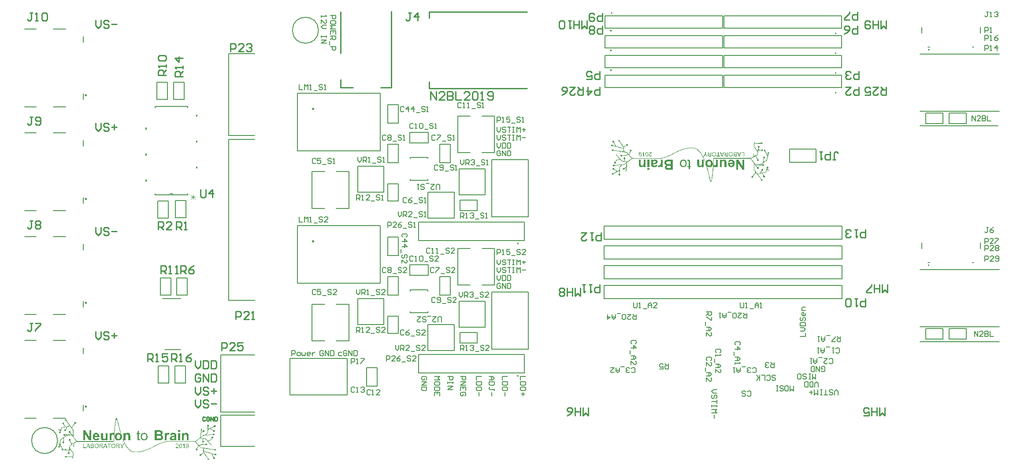
<source format=gto>
G04*
G04 #@! TF.GenerationSoftware,Altium Limited,Altium Designer,19.1.6 (110)*
G04*
G04 Layer_Color=65535*
%FSLAX43Y43*%
%MOMM*%
G71*
G01*
G75*
%ADD10C,0.200*%
%ADD11C,0.250*%
%ADD12C,0.240*%
%ADD13C,0.150*%
%ADD14C,0.152*%
%ADD15C,0.127*%
%ADD16C,0.254*%
%ADD17C,0.076*%
G36*
X33706Y66563D02*
X33452D01*
Y66945D01*
X33706D01*
Y66563D01*
D02*
G37*
G36*
X23927Y64063D02*
X23673D01*
Y64445D01*
X23927D01*
Y64063D01*
D02*
G37*
G36*
X114803Y61983D02*
X114894D01*
Y61953D01*
X114864D01*
Y61923D01*
X114894D01*
Y61893D01*
X114864D01*
Y61862D01*
X114833D01*
Y61832D01*
X114864D01*
Y61802D01*
X114894D01*
Y61772D01*
Y61742D01*
X114924D01*
Y61711D01*
Y61681D01*
X114954D01*
Y61651D01*
X114984D01*
Y61621D01*
Y61591D01*
X115014D01*
Y61560D01*
X115045D01*
Y61530D01*
Y61500D01*
X115075D01*
Y61470D01*
X115105D01*
Y61440D01*
X115135D01*
Y61409D01*
Y61379D01*
X115165D01*
Y61349D01*
Y61319D01*
X115196D01*
Y61289D01*
Y61258D01*
X115256D01*
Y61228D01*
Y61198D01*
X115286D01*
Y61168D01*
Y61138D01*
X115316D01*
Y61107D01*
X115347D01*
Y61077D01*
X115377D01*
Y61047D01*
Y61017D01*
X115407D01*
Y60987D01*
Y60957D01*
X115437D01*
Y60926D01*
X115467D01*
Y60896D01*
X115498D01*
Y60866D01*
Y60836D01*
X115528D01*
Y60806D01*
Y60775D01*
X115558D01*
Y60745D01*
X115588D01*
Y60715D01*
X115679D01*
Y60745D01*
X115649D01*
Y60775D01*
X115739D01*
Y60806D01*
X115769D01*
Y60836D01*
X115830D01*
Y60866D01*
X115860D01*
Y60896D01*
X115890D01*
Y60926D01*
X115951D01*
Y60957D01*
X115981D01*
Y60987D01*
X116011D01*
Y61017D01*
X116041D01*
Y61047D01*
X116071D01*
Y61077D01*
Y61107D01*
Y61138D01*
X116102D01*
Y61168D01*
X116071D01*
Y61198D01*
X116162D01*
Y61228D01*
X116192D01*
Y61258D01*
X116283D01*
Y61228D01*
X116373D01*
Y61198D01*
X116403D01*
Y61168D01*
Y61138D01*
Y61107D01*
X116373D01*
Y61077D01*
X116403D01*
Y61047D01*
X116373D01*
Y61017D01*
X116403D01*
Y60987D01*
X116343D01*
Y60957D01*
X116283D01*
Y60926D01*
X116192D01*
Y60957D01*
X116162D01*
Y60987D01*
X116132D01*
Y60957D01*
X116102D01*
Y60926D01*
X116071D01*
Y60896D01*
X116041D01*
Y60866D01*
X115981D01*
Y60836D01*
Y60806D01*
X115890D01*
Y60775D01*
X115860D01*
Y60745D01*
X115830D01*
Y60715D01*
X115800D01*
Y60685D01*
X115709D01*
Y60655D01*
X115679D01*
Y60624D01*
X115649D01*
Y60594D01*
Y60564D01*
Y60534D01*
X115679D01*
Y60504D01*
X115649D01*
Y60473D01*
X115679D01*
Y60443D01*
X115649D01*
Y60413D01*
X115679D01*
Y60383D01*
X115649D01*
Y60353D01*
X115679D01*
Y60322D01*
Y60292D01*
Y60262D01*
Y60232D01*
Y60202D01*
Y60171D01*
Y60141D01*
X115709D01*
Y60111D01*
X115679D01*
Y60081D01*
X115709D01*
Y60051D01*
Y60020D01*
Y59990D01*
Y59960D01*
Y59930D01*
Y59900D01*
Y59869D01*
X115739D01*
Y59839D01*
X115709D01*
Y59809D01*
X115739D01*
Y59779D01*
X115769D01*
Y59809D01*
X115800D01*
Y59779D01*
X115890D01*
Y59749D01*
X115920D01*
Y59779D01*
X115951D01*
Y59749D01*
X116102D01*
Y59719D01*
X116132D01*
Y59749D01*
X116162D01*
Y59719D01*
X116192D01*
Y59688D01*
X116222D01*
Y59658D01*
X116252D01*
Y59628D01*
X116283D01*
Y59598D01*
X116313D01*
Y59568D01*
X116343D01*
Y59537D01*
X116373D01*
Y59507D01*
X116403D01*
Y59477D01*
X116434D01*
Y59447D01*
X116464D01*
Y59417D01*
X116494D01*
Y59386D01*
Y59356D01*
X116524D01*
Y59326D01*
X116585D01*
Y59356D01*
X116615D01*
Y59386D01*
X116645D01*
Y59417D01*
X116615D01*
Y59447D01*
X116645D01*
Y59477D01*
X116675D01*
Y59507D01*
X116705D01*
Y59537D01*
X116675D01*
Y59568D01*
X116705D01*
Y59598D01*
X116736D01*
Y59628D01*
Y59658D01*
Y59688D01*
X116766D01*
Y59719D01*
Y59749D01*
Y59779D01*
X116796D01*
Y59809D01*
X116826D01*
Y59839D01*
Y59869D01*
Y59900D01*
Y59930D01*
Y59960D01*
X116796D01*
Y59990D01*
X116766D01*
Y60020D01*
Y60051D01*
X116796D01*
Y60081D01*
Y60111D01*
X116826D01*
Y60141D01*
X116856D01*
Y60171D01*
X116947D01*
Y60202D01*
X116977D01*
Y60171D01*
X117068D01*
Y60141D01*
X117098D01*
Y60111D01*
X117128D01*
Y60081D01*
X117098D01*
Y60051D01*
X117128D01*
Y60020D01*
X117098D01*
Y59990D01*
X117128D01*
Y59960D01*
X117098D01*
Y59930D01*
X117068D01*
Y59900D01*
X117038D01*
Y59869D01*
X117007D01*
Y59900D01*
X116977D01*
Y59869D01*
X116947D01*
Y59839D01*
X116917D01*
Y59809D01*
Y59779D01*
X116887D01*
Y59749D01*
X116856D01*
Y59719D01*
Y59688D01*
X116887D01*
Y59658D01*
X116826D01*
Y59628D01*
Y59598D01*
X116796D01*
Y59568D01*
Y59537D01*
Y59507D01*
X116766D01*
Y59477D01*
Y59447D01*
X116736D01*
Y59417D01*
Y59386D01*
Y59356D01*
X116705D01*
Y59326D01*
Y59296D01*
X116675D01*
Y59266D01*
X116705D01*
Y59235D01*
X116675D01*
Y59205D01*
Y59175D01*
Y59145D01*
X116705D01*
Y59115D01*
X116736D01*
Y59084D01*
X116766D01*
Y59054D01*
X116796D01*
Y59024D01*
X116826D01*
Y58994D01*
X116856D01*
Y58964D01*
X116887D01*
Y58933D01*
X116917D01*
Y58903D01*
X116947D01*
Y58873D01*
X116977D01*
Y58843D01*
X117007D01*
Y58813D01*
X117038D01*
Y58782D01*
X117068D01*
Y58752D01*
Y58722D01*
X117128D01*
Y58692D01*
X117098D01*
Y58662D01*
X117128D01*
Y58632D01*
X117158D01*
Y58601D01*
X117219D01*
Y58571D01*
Y58541D01*
X117249D01*
Y58571D01*
X117279D01*
Y58541D01*
X117309D01*
Y58571D01*
X117339D01*
Y58541D01*
X117370D01*
Y58571D01*
X117400D01*
Y58541D01*
X117430D01*
Y58571D01*
X117460D01*
Y58541D01*
X118879D01*
Y58511D01*
X118910D01*
Y58541D01*
X118940D01*
Y58511D01*
X118970D01*
Y58541D01*
X119000D01*
Y58511D01*
X119030D01*
Y58541D01*
X119061D01*
Y58511D01*
X119091D01*
Y58541D01*
X119121D01*
Y58511D01*
X119151D01*
Y58541D01*
X119181D01*
Y58511D01*
X119212D01*
Y58541D01*
X119242D01*
Y58511D01*
X119272D01*
Y58541D01*
X119302D01*
Y58511D01*
X119332D01*
Y58541D01*
X119363D01*
Y58511D01*
X119393D01*
Y58541D01*
X119423D01*
Y58511D01*
X119453D01*
Y58541D01*
X119483D01*
Y58511D01*
X119513D01*
Y58541D01*
X119544D01*
Y58511D01*
X119574D01*
Y58541D01*
X119604D01*
Y58511D01*
X119634D01*
Y58541D01*
X119664D01*
Y58511D01*
X119695D01*
Y58541D01*
X119725D01*
Y58511D01*
X119755D01*
Y58541D01*
X119785D01*
Y58511D01*
X119815D01*
Y58541D01*
X119846D01*
Y58511D01*
X119876D01*
Y58541D01*
X119906D01*
Y58511D01*
X119936D01*
Y58541D01*
X119966D01*
Y58511D01*
X119997D01*
Y58541D01*
X120027D01*
Y58511D01*
X120057D01*
Y58541D01*
X120087D01*
Y58511D01*
X120117D01*
Y58541D01*
X120148D01*
Y58511D01*
X120178D01*
Y58541D01*
X120208D01*
Y58511D01*
X120238D01*
Y58541D01*
X120268D01*
Y58511D01*
X120299D01*
Y58541D01*
X120329D01*
Y58511D01*
X120359D01*
Y58541D01*
X120389D01*
Y58511D01*
X120419D01*
Y58541D01*
X120450D01*
Y58511D01*
X120480D01*
Y58541D01*
X120510D01*
Y58511D01*
X120540D01*
Y58541D01*
X120570D01*
Y58511D01*
X120600D01*
Y58541D01*
X120631D01*
Y58511D01*
X120661D01*
Y58541D01*
X120691D01*
Y58511D01*
X120721D01*
Y58541D01*
X120751D01*
Y58511D01*
X120782D01*
Y58541D01*
X120812D01*
Y58511D01*
X120842D01*
Y58541D01*
X120872D01*
Y58511D01*
X120902D01*
Y58541D01*
X120933D01*
Y58511D01*
X120963D01*
Y58541D01*
X120993D01*
Y58511D01*
X121023D01*
Y58541D01*
X121053D01*
Y58511D01*
X121084D01*
Y58541D01*
X121114D01*
Y58511D01*
X121144D01*
Y58541D01*
X121174D01*
Y58511D01*
X121204D01*
Y58541D01*
X121235D01*
Y58511D01*
X121265D01*
Y58541D01*
X121295D01*
Y58511D01*
X121325D01*
Y58541D01*
X121355D01*
Y58511D01*
X121386D01*
Y58541D01*
X121416D01*
Y58511D01*
X121446D01*
Y58541D01*
X121476D01*
Y58511D01*
X121506D01*
Y58541D01*
X121537D01*
Y58511D01*
X121567D01*
Y58541D01*
X121597D01*
Y58511D01*
X121627D01*
Y58541D01*
X121657D01*
Y58511D01*
X121687D01*
Y58541D01*
X121718D01*
Y58511D01*
X121748D01*
Y58541D01*
X121778D01*
Y58511D01*
X121808D01*
Y58541D01*
X121838D01*
Y58511D01*
X121869D01*
Y58541D01*
X121899D01*
Y58511D01*
X121929D01*
Y58541D01*
X121959D01*
Y58511D01*
X121989D01*
Y58541D01*
X122020D01*
Y58511D01*
X122050D01*
Y58541D01*
X122080D01*
Y58511D01*
X122110D01*
Y58541D01*
X122140D01*
Y58511D01*
X122171D01*
Y58541D01*
X122201D01*
Y58511D01*
X122231D01*
Y58541D01*
X122261D01*
Y58511D01*
X122291D01*
Y58541D01*
X122322D01*
Y58511D01*
X122352D01*
Y58541D01*
X122382D01*
Y58511D01*
X122412D01*
Y58541D01*
X122442D01*
Y58511D01*
X122473D01*
Y58541D01*
X122684D01*
Y58571D01*
X122714D01*
Y58541D01*
X122744D01*
Y58571D01*
X122774D01*
Y58541D01*
X122805D01*
Y58571D01*
X122835D01*
Y58601D01*
X122865D01*
Y58571D01*
X122895D01*
Y58601D01*
X123046D01*
Y58632D01*
X123076D01*
Y58601D01*
X123107D01*
Y58632D01*
X123137D01*
Y58662D01*
X123167D01*
Y58632D01*
X123197D01*
Y58662D01*
X123288D01*
Y58692D01*
X123378D01*
Y58722D01*
X123469D01*
Y58752D01*
X123499D01*
Y58722D01*
X123529D01*
Y58752D01*
X123560D01*
Y58782D01*
X123650D01*
Y58813D01*
X123680D01*
Y58782D01*
X123711D01*
Y58813D01*
X123741D01*
Y58843D01*
X123831D01*
Y58873D01*
X123892D01*
Y58903D01*
X124012D01*
Y58933D01*
X124073D01*
Y58964D01*
X124133D01*
Y58994D01*
X124163D01*
Y59024D01*
X124254D01*
Y59054D01*
X124314D01*
Y59084D01*
X124375D01*
Y59115D01*
X124465D01*
Y59145D01*
X124496D01*
Y59175D01*
X124556D01*
Y59205D01*
X124616D01*
Y59235D01*
X124707D01*
Y59266D01*
X124737D01*
Y59296D01*
X124798D01*
Y59326D01*
X124858D01*
Y59356D01*
X124888D01*
Y59386D01*
X124979D01*
Y59417D01*
X125009D01*
Y59447D01*
X125099D01*
Y59477D01*
X125130D01*
Y59507D01*
X125220D01*
Y59537D01*
X125250D01*
Y59568D01*
X125341D01*
Y59598D01*
X125371D01*
Y59628D01*
X125462D01*
Y59658D01*
X125492D01*
Y59688D01*
X125583D01*
Y59719D01*
X125613D01*
Y59749D01*
X125703D01*
Y59779D01*
X125734D01*
Y59809D01*
X125824D01*
Y59839D01*
X125854D01*
Y59869D01*
X125945D01*
Y59900D01*
X125975D01*
Y59930D01*
X126066D01*
Y59960D01*
X126096D01*
Y59990D01*
X126186D01*
Y60020D01*
X126277D01*
Y60051D01*
X126398D01*
Y60081D01*
Y60111D01*
X126488D01*
Y60141D01*
X126519D01*
Y60111D01*
X126549D01*
Y60141D01*
X126519D01*
Y60171D01*
X126549D01*
Y60141D01*
X126579D01*
Y60171D01*
X126670D01*
Y60202D01*
X126700D01*
Y60232D01*
X126790D01*
Y60262D01*
X126821D01*
Y60232D01*
X126851D01*
Y60262D01*
X126881D01*
Y60292D01*
X127032D01*
Y60322D01*
X127062D01*
Y60353D01*
X127092D01*
Y60322D01*
X127123D01*
Y60353D01*
X127213D01*
Y60383D01*
X127243D01*
Y60353D01*
X127273D01*
Y60383D01*
X127304D01*
Y60413D01*
X127455D01*
Y60443D01*
X127606D01*
Y60473D01*
X127757D01*
Y60504D01*
X127968D01*
Y60534D01*
X128179D01*
Y60564D01*
X128210D01*
Y60534D01*
X128240D01*
Y60564D01*
X128270D01*
Y60534D01*
X128300D01*
Y60564D01*
X128511D01*
Y60594D01*
X128542D01*
Y60564D01*
X128753D01*
Y60594D01*
X128783D01*
Y60564D01*
X128995D01*
Y60534D01*
X129025D01*
Y60564D01*
X129055D01*
Y60534D01*
X129206D01*
Y60504D01*
X129266D01*
Y60473D01*
X129387D01*
Y60443D01*
X129417D01*
Y60413D01*
X129508D01*
Y60383D01*
X129538D01*
Y60353D01*
X129629D01*
Y60322D01*
X129659D01*
Y60292D01*
X129689D01*
Y60262D01*
X129749D01*
Y60232D01*
X129810D01*
Y60202D01*
X129840D01*
Y60171D01*
X129870D01*
Y60141D01*
X129900D01*
Y60111D01*
X129931D01*
Y60081D01*
X129961D01*
Y60051D01*
X130021D01*
Y60020D01*
Y59990D01*
X130112D01*
Y59960D01*
X130082D01*
Y59930D01*
X130172D01*
Y59900D01*
X130142D01*
Y59869D01*
X130202D01*
Y59839D01*
Y59809D01*
X130233D01*
Y59779D01*
X130263D01*
Y59749D01*
X130293D01*
Y59719D01*
X130323D01*
Y59688D01*
X130353D01*
Y59658D01*
Y59628D01*
X130414D01*
Y59598D01*
Y59568D01*
X130444D01*
Y59537D01*
Y59507D01*
X130474D01*
Y59477D01*
X130504D01*
Y59447D01*
X130535D01*
Y59417D01*
Y59386D01*
X130565D01*
Y59356D01*
Y59326D01*
X130595D01*
Y59296D01*
X130625D01*
Y59266D01*
X130655D01*
Y59235D01*
Y59205D01*
X130685D01*
Y59175D01*
Y59145D01*
X130716D01*
Y59115D01*
X130746D01*
Y59084D01*
X130716D01*
Y59054D01*
X130746D01*
Y59024D01*
X130776D01*
Y58994D01*
X130806D01*
Y58964D01*
Y58933D01*
Y58903D01*
X130836D01*
Y58873D01*
X130867D01*
Y58843D01*
X130897D01*
Y58813D01*
Y58782D01*
Y58752D01*
X130927D01*
Y58722D01*
Y58692D01*
X130957D01*
Y58662D01*
Y58632D01*
X130987D01*
Y58601D01*
X131018D01*
Y58571D01*
X130987D01*
Y58541D01*
X131018D01*
Y58511D01*
X131048D01*
Y58481D01*
X131078D01*
Y58450D01*
X131048D01*
Y58420D01*
X131078D01*
Y58390D01*
X131108D01*
Y58360D01*
Y58330D01*
Y58299D01*
X131138D01*
Y58269D01*
Y58239D01*
Y58209D01*
X131169D01*
Y58179D01*
X131199D01*
Y58148D01*
X131169D01*
Y58118D01*
X131199D01*
Y58088D01*
X131229D01*
Y58058D01*
Y58028D01*
Y57997D01*
X131259D01*
Y57967D01*
X131229D01*
Y57937D01*
X131259D01*
Y57907D01*
X131229D01*
Y57877D01*
X131199D01*
Y57907D01*
X131169D01*
Y57937D01*
X131138D01*
Y57967D01*
X131108D01*
Y57997D01*
X131138D01*
Y58028D01*
X131108D01*
Y58058D01*
Y58088D01*
X131078D01*
Y58118D01*
Y58148D01*
X131048D01*
Y58179D01*
X131078D01*
Y58209D01*
X131048D01*
Y58239D01*
X131018D01*
Y58269D01*
Y58299D01*
Y58330D01*
X130987D01*
Y58360D01*
X130957D01*
Y58390D01*
Y58420D01*
Y58450D01*
X130927D01*
Y58481D01*
Y58511D01*
X130897D01*
Y58541D01*
Y58571D01*
X130867D01*
Y58601D01*
Y58632D01*
Y58662D01*
X130836D01*
Y58692D01*
X130806D01*
Y58722D01*
Y58752D01*
X130776D01*
Y58782D01*
Y58813D01*
X130746D01*
Y58843D01*
Y58873D01*
Y58903D01*
X130716D01*
Y58933D01*
X130685D01*
Y58964D01*
Y58994D01*
X130655D01*
Y59024D01*
Y59054D01*
X130625D01*
Y59084D01*
X130595D01*
Y59115D01*
X130565D01*
Y59145D01*
Y59175D01*
Y59205D01*
X130535D01*
Y59235D01*
X130504D01*
Y59266D01*
Y59296D01*
X130474D01*
Y59326D01*
Y59356D01*
X130444D01*
Y59386D01*
X130414D01*
Y59417D01*
X130384D01*
Y59447D01*
X130353D01*
Y59477D01*
Y59507D01*
X130323D01*
Y59537D01*
Y59568D01*
X130293D01*
Y59598D01*
X130263D01*
Y59628D01*
X130233D01*
Y59658D01*
X130202D01*
Y59688D01*
X130172D01*
Y59719D01*
X130142D01*
Y59749D01*
Y59779D01*
X130082D01*
Y59809D01*
X130112D01*
Y59839D01*
X130051D01*
Y59869D01*
X130021D01*
Y59900D01*
X129961D01*
Y59930D01*
Y59960D01*
X129900D01*
Y59990D01*
Y60020D01*
X129840D01*
Y60051D01*
X129810D01*
Y60081D01*
X129780D01*
Y60111D01*
X129749D01*
Y60141D01*
X129719D01*
Y60171D01*
X129689D01*
Y60141D01*
X129659D01*
Y60171D01*
Y60202D01*
X129598D01*
Y60232D01*
X129568D01*
Y60262D01*
X129508D01*
Y60292D01*
X129447D01*
Y60322D01*
X129417D01*
Y60353D01*
X129387D01*
Y60322D01*
X129357D01*
Y60353D01*
X129327D01*
Y60383D01*
X129236D01*
Y60413D01*
X129206D01*
Y60383D01*
X129176D01*
Y60413D01*
X129146D01*
Y60443D01*
X128995D01*
Y60473D01*
X128844D01*
Y60504D01*
X128813D01*
Y60473D01*
X128783D01*
Y60504D01*
X128753D01*
Y60473D01*
X128723D01*
Y60504D01*
X128693D01*
Y60473D01*
X128662D01*
Y60504D01*
X128632D01*
Y60473D01*
X128602D01*
Y60504D01*
X128572D01*
Y60473D01*
X128542D01*
Y60504D01*
X128511D01*
Y60473D01*
X128481D01*
Y60504D01*
X128451D01*
Y60473D01*
X128421D01*
Y60443D01*
X128391D01*
Y60473D01*
X128360D01*
Y60504D01*
X128330D01*
Y60473D01*
X128360D01*
Y60443D01*
X128330D01*
Y60473D01*
X128300D01*
Y60443D01*
X128270D01*
Y60473D01*
X128240D01*
Y60443D01*
X128210D01*
Y60473D01*
X128179D01*
Y60443D01*
X128028D01*
Y60413D01*
X127998D01*
Y60443D01*
X127968D01*
Y60413D01*
X127938D01*
Y60443D01*
X127908D01*
Y60413D01*
X127877D01*
Y60383D01*
X127847D01*
Y60413D01*
X127817D01*
Y60383D01*
X127787D01*
Y60413D01*
X127757D01*
Y60383D01*
X127606D01*
Y60353D01*
X127515D01*
Y60383D01*
X127485D01*
Y60353D01*
X127515D01*
Y60322D01*
X127485D01*
Y60353D01*
X127455D01*
Y60322D01*
X127364D01*
Y60292D01*
X127334D01*
Y60322D01*
X127304D01*
Y60292D01*
X127273D01*
Y60262D01*
X127123D01*
Y60232D01*
X127092D01*
Y60262D01*
X127062D01*
Y60232D01*
X127032D01*
Y60202D01*
X126941D01*
Y60171D01*
X126911D01*
Y60141D01*
X126881D01*
Y60171D01*
X126851D01*
Y60141D01*
X126760D01*
Y60111D01*
X126730D01*
Y60081D01*
X126700D01*
Y60111D01*
X126670D01*
Y60081D01*
X126579D01*
Y60051D01*
X126549D01*
Y60020D01*
X126458D01*
Y59990D01*
X126428D01*
Y60020D01*
X126398D01*
Y59990D01*
X126368D01*
Y59960D01*
X126277D01*
Y59930D01*
X126307D01*
Y59900D01*
X126277D01*
Y59930D01*
X126247D01*
Y59900D01*
X126156D01*
Y59869D01*
X126126D01*
Y59839D01*
X126036D01*
Y59809D01*
X126005D01*
Y59839D01*
X125975D01*
Y59809D01*
X126005D01*
Y59779D01*
X125975D01*
Y59809D01*
X125945D01*
Y59779D01*
X125915D01*
Y59749D01*
X125885D01*
Y59719D01*
X125854D01*
Y59749D01*
X125824D01*
Y59719D01*
X125794D01*
Y59688D01*
X125764D01*
Y59719D01*
X125734D01*
Y59688D01*
X125703D01*
Y59658D01*
X125613D01*
Y59628D01*
X125643D01*
Y59598D01*
X125613D01*
Y59628D01*
X125583D01*
Y59658D01*
X125552D01*
Y59628D01*
X125583D01*
Y59598D01*
X125552D01*
Y59568D01*
X125522D01*
Y59598D01*
X125492D01*
Y59568D01*
X125462D01*
Y59537D01*
X125401D01*
Y59507D01*
Y59477D01*
X125311D01*
Y59447D01*
X125281D01*
Y59477D01*
X125250D01*
Y59447D01*
X125281D01*
Y59417D01*
X125250D01*
Y59447D01*
X125220D01*
Y59417D01*
X125190D01*
Y59386D01*
X125160D01*
Y59356D01*
X125069D01*
Y59326D01*
X125039D01*
Y59296D01*
X124949D01*
Y59266D01*
X124918D01*
Y59235D01*
X124828D01*
Y59205D01*
X124798D01*
Y59175D01*
X124707D01*
Y59145D01*
X124677D01*
Y59115D01*
X124586D01*
Y59084D01*
X124556D01*
Y59115D01*
X124526D01*
Y59084D01*
X124556D01*
Y59054D01*
X124465D01*
Y59024D01*
X124435D01*
Y58994D01*
X124345D01*
Y58964D01*
X124314D01*
Y58933D01*
X124224D01*
Y58903D01*
X124194D01*
Y58873D01*
X124163D01*
Y58903D01*
X124133D01*
Y58873D01*
X124103D01*
Y58843D01*
X124073D01*
Y58873D01*
X124043D01*
Y58843D01*
X124012D01*
Y58813D01*
X123922D01*
Y58782D01*
X123892D01*
Y58752D01*
X123801D01*
Y58722D01*
X123771D01*
Y58692D01*
X123741D01*
Y58722D01*
X123711D01*
Y58692D01*
X123620D01*
Y58662D01*
X123529D01*
Y58632D01*
X123439D01*
Y58601D01*
X123409D01*
Y58632D01*
X123378D01*
Y58601D01*
X123348D01*
Y58571D01*
X123318D01*
Y58601D01*
X123288D01*
Y58571D01*
X123197D01*
Y58541D01*
X123167D01*
Y58571D01*
X123137D01*
Y58541D01*
X123107D01*
Y58511D01*
X122956D01*
Y58481D01*
X122925D01*
Y58511D01*
X122895D01*
Y58481D01*
X122865D01*
Y58511D01*
X122835D01*
Y58481D01*
X122805D01*
Y58450D01*
X122473D01*
Y58420D01*
X122442D01*
Y58450D01*
X122412D01*
Y58420D01*
X122382D01*
Y58450D01*
X122352D01*
Y58420D01*
X122322D01*
Y58450D01*
X122291D01*
Y58420D01*
X122261D01*
Y58450D01*
X122231D01*
Y58420D01*
X122201D01*
Y58450D01*
X122171D01*
Y58420D01*
X122140D01*
Y58450D01*
X122110D01*
Y58420D01*
X122080D01*
Y58450D01*
X122050D01*
Y58420D01*
X122020D01*
Y58450D01*
X121989D01*
Y58420D01*
X121959D01*
Y58450D01*
X121929D01*
Y58420D01*
X121899D01*
Y58450D01*
X121869D01*
Y58420D01*
X121838D01*
Y58450D01*
X121808D01*
Y58420D01*
X121778D01*
Y58450D01*
X121748D01*
Y58420D01*
X121718D01*
Y58450D01*
X121687D01*
Y58420D01*
X121657D01*
Y58450D01*
X121627D01*
Y58420D01*
X121597D01*
Y58450D01*
X121567D01*
Y58420D01*
X121537D01*
Y58450D01*
X121506D01*
Y58420D01*
X121476D01*
Y58450D01*
X121446D01*
Y58420D01*
X121416D01*
Y58450D01*
X121386D01*
Y58420D01*
X121355D01*
Y58450D01*
X121325D01*
Y58420D01*
X121295D01*
Y58450D01*
X121265D01*
Y58420D01*
X121235D01*
Y58450D01*
X121204D01*
Y58420D01*
X121174D01*
Y58450D01*
X121144D01*
Y58420D01*
X121114D01*
Y58450D01*
X121084D01*
Y58420D01*
X121053D01*
Y58450D01*
X121023D01*
Y58420D01*
X120993D01*
Y58450D01*
X120963D01*
Y58420D01*
X120933D01*
Y58450D01*
X120902D01*
Y58420D01*
X120872D01*
Y58450D01*
X120842D01*
Y58420D01*
X120751D01*
Y58450D01*
X120721D01*
Y58420D01*
X120691D01*
Y58450D01*
X120661D01*
Y58420D01*
X120631D01*
Y58450D01*
X120600D01*
Y58420D01*
X120570D01*
Y58450D01*
X120540D01*
Y58420D01*
X120510D01*
Y58450D01*
X120480D01*
Y58420D01*
X120450D01*
Y58450D01*
X120419D01*
Y58420D01*
X120389D01*
Y58450D01*
X120359D01*
Y58420D01*
X120329D01*
Y58450D01*
X120299D01*
Y58420D01*
X120268D01*
Y58450D01*
X120238D01*
Y58420D01*
X120208D01*
Y58450D01*
X120178D01*
Y58420D01*
X120148D01*
Y58450D01*
X120117D01*
Y58420D01*
X120087D01*
Y58450D01*
X120057D01*
Y58420D01*
X120027D01*
Y58450D01*
X119997D01*
Y58420D01*
X119966D01*
Y58450D01*
X119936D01*
Y58420D01*
X119906D01*
Y58450D01*
X119876D01*
Y58420D01*
X119846D01*
Y58450D01*
X119815D01*
Y58420D01*
X119785D01*
Y58450D01*
X119755D01*
Y58420D01*
X119725D01*
Y58450D01*
X119695D01*
Y58420D01*
X119664D01*
Y58450D01*
X119634D01*
Y58420D01*
X119604D01*
Y58450D01*
X119574D01*
Y58420D01*
X119544D01*
Y58450D01*
X119513D01*
Y58420D01*
X119483D01*
Y58450D01*
X119453D01*
Y58420D01*
X119423D01*
Y58450D01*
X119393D01*
Y58420D01*
X119363D01*
Y58450D01*
X119332D01*
Y58420D01*
X119302D01*
Y58450D01*
X119272D01*
Y58420D01*
X119242D01*
Y58450D01*
X119212D01*
Y58420D01*
X119181D01*
Y58450D01*
X119151D01*
Y58420D01*
X119121D01*
Y58450D01*
X119091D01*
Y58420D01*
X119061D01*
Y58450D01*
X119030D01*
Y58420D01*
X119000D01*
Y58450D01*
X118970D01*
Y58420D01*
X118940D01*
Y58450D01*
X118910D01*
Y58420D01*
X118879D01*
Y58450D01*
X118849D01*
Y58420D01*
X118819D01*
Y58450D01*
X118728D01*
Y58420D01*
X118698D01*
Y58450D01*
X118608D01*
Y58420D01*
X118577D01*
Y58450D01*
X118487D01*
Y58420D01*
X118457D01*
Y58450D01*
X118366D01*
Y58420D01*
X118336D01*
Y58450D01*
X117400D01*
Y58481D01*
X117370D01*
Y58450D01*
X117219D01*
Y58420D01*
X117158D01*
Y58390D01*
X117128D01*
Y58360D01*
X117098D01*
Y58330D01*
X117038D01*
Y58299D01*
X117007D01*
Y58269D01*
X116947D01*
Y58239D01*
X116917D01*
Y58209D01*
X116856D01*
Y58179D01*
Y58148D01*
X116796D01*
Y58118D01*
X116736D01*
Y58088D01*
Y58058D01*
X116675D01*
Y58028D01*
X116645D01*
Y57997D01*
Y57967D01*
X116554D01*
Y57937D01*
X116524D01*
Y57907D01*
X116494D01*
Y57877D01*
X116464D01*
Y57846D01*
X116434D01*
Y57816D01*
X116373D01*
Y57786D01*
X116313D01*
Y57756D01*
X116283D01*
Y57726D01*
X116252D01*
Y57695D01*
X116283D01*
Y57665D01*
X116252D01*
Y57635D01*
Y57605D01*
Y57575D01*
Y57545D01*
Y57514D01*
Y57484D01*
Y57454D01*
X116222D01*
Y57424D01*
X116252D01*
Y57394D01*
X116222D01*
Y57363D01*
Y57333D01*
Y57303D01*
Y57273D01*
Y57243D01*
Y57212D01*
Y57182D01*
X116192D01*
Y57152D01*
X116222D01*
Y57122D01*
X116192D01*
Y57092D01*
Y57061D01*
Y57031D01*
Y57001D01*
Y56971D01*
Y56941D01*
Y56910D01*
Y56880D01*
Y56850D01*
X116162D01*
Y56820D01*
X116192D01*
Y56790D01*
X116162D01*
Y56759D01*
Y56729D01*
Y56699D01*
Y56669D01*
Y56639D01*
X116132D01*
Y56608D01*
X116162D01*
Y56578D01*
X116132D01*
Y56548D01*
X116162D01*
Y56518D01*
X116132D01*
Y56488D01*
X116162D01*
Y56458D01*
X116132D01*
Y56427D01*
X116162D01*
Y56397D01*
X116132D01*
Y56367D01*
Y56337D01*
Y56307D01*
Y56276D01*
Y56246D01*
X116102D01*
Y56216D01*
X116132D01*
Y56186D01*
X116102D01*
Y56156D01*
Y56125D01*
Y56095D01*
Y56065D01*
Y56035D01*
Y56005D01*
X115981D01*
Y56035D01*
Y56065D01*
Y56095D01*
X116011D01*
Y56125D01*
Y56156D01*
Y56186D01*
Y56216D01*
Y56246D01*
Y56276D01*
Y56307D01*
Y56337D01*
Y56367D01*
X116041D01*
Y56397D01*
X116011D01*
Y56427D01*
X116041D01*
Y56458D01*
X116011D01*
Y56488D01*
X116041D01*
Y56518D01*
X116011D01*
Y56548D01*
X116041D01*
Y56578D01*
Y56608D01*
Y56639D01*
Y56669D01*
X116071D01*
Y56699D01*
X116011D01*
Y56669D01*
X115981D01*
Y56639D01*
X115890D01*
Y56608D01*
X115860D01*
Y56578D01*
X115830D01*
Y56548D01*
X115800D01*
Y56518D01*
X115769D01*
Y56488D01*
Y56458D01*
Y56427D01*
Y56397D01*
X115709D01*
Y56367D01*
X115679D01*
Y56337D01*
X115528D01*
Y56367D01*
X115498D01*
Y56397D01*
X115467D01*
Y56427D01*
X115437D01*
Y56458D01*
X115407D01*
Y56488D01*
X115437D01*
Y56518D01*
X115407D01*
Y56548D01*
X115437D01*
Y56578D01*
X115467D01*
Y56608D01*
X115498D01*
Y56639D01*
X115528D01*
Y56608D01*
X115558D01*
Y56639D01*
X115649D01*
Y56608D01*
X115679D01*
Y56639D01*
X115709D01*
Y56608D01*
X115739D01*
Y56639D01*
X115769D01*
Y56669D01*
X115800D01*
Y56699D01*
X115830D01*
Y56729D01*
X115920D01*
Y56759D01*
X115981D01*
Y56790D01*
Y56820D01*
X116011D01*
Y56790D01*
X116041D01*
Y56820D01*
X116071D01*
Y56850D01*
X116102D01*
Y56880D01*
X116071D01*
Y56910D01*
X116102D01*
Y56941D01*
X116071D01*
Y56971D01*
X116102D01*
Y57001D01*
X116071D01*
Y57031D01*
X116102D01*
Y57061D01*
X116071D01*
Y57092D01*
X116102D01*
Y57122D01*
Y57152D01*
Y57182D01*
Y57212D01*
X116132D01*
Y57243D01*
X116102D01*
Y57273D01*
Y57303D01*
X116132D01*
Y57333D01*
X116102D01*
Y57363D01*
X116132D01*
Y57394D01*
Y57424D01*
Y57454D01*
Y57484D01*
Y57514D01*
Y57545D01*
X116162D01*
Y57575D01*
Y57605D01*
X116071D01*
Y57575D01*
X116041D01*
Y57545D01*
X116011D01*
Y57514D01*
X115981D01*
Y57484D01*
X115951D01*
Y57454D01*
X115920D01*
Y57424D01*
X115830D01*
Y57394D01*
Y57363D01*
X115769D01*
Y57333D01*
X115739D01*
Y57303D01*
X115709D01*
Y57273D01*
X115679D01*
Y57243D01*
X115588D01*
Y57273D01*
X115558D01*
Y57243D01*
X115286D01*
Y57212D01*
X115256D01*
Y57182D01*
X115226D01*
Y57152D01*
Y57122D01*
X115165D01*
Y57092D01*
Y57061D01*
X115135D01*
Y57031D01*
X115105D01*
Y57001D01*
X115045D01*
Y56971D01*
X115014D01*
Y56941D01*
Y56910D01*
X114984D01*
Y56880D01*
X114954D01*
Y56850D01*
X114924D01*
Y56820D01*
X114894D01*
Y56790D01*
Y56759D01*
Y56729D01*
Y56699D01*
X114864D01*
Y56669D01*
X114894D01*
Y56639D01*
X114864D01*
Y56608D01*
X114894D01*
Y56578D01*
X114864D01*
Y56548D01*
X114894D01*
Y56518D01*
X114864D01*
Y56488D01*
X114894D01*
Y56458D01*
X114864D01*
Y56427D01*
X114894D01*
Y56397D01*
X114864D01*
Y56367D01*
X114894D01*
Y56337D01*
X114864D01*
Y56307D01*
X114894D01*
Y56276D01*
X114864D01*
Y56246D01*
Y56216D01*
Y56186D01*
Y56156D01*
Y56125D01*
Y56095D01*
Y56065D01*
Y56035D01*
Y56005D01*
Y55974D01*
Y55944D01*
X114833D01*
Y55914D01*
X114864D01*
Y55884D01*
X114833D01*
Y55854D01*
X114864D01*
Y55823D01*
X114833D01*
Y55793D01*
Y55763D01*
Y55733D01*
Y55703D01*
Y55672D01*
Y55642D01*
Y55612D01*
Y55582D01*
Y55552D01*
Y55521D01*
X114894D01*
Y55491D01*
X114924D01*
Y55461D01*
Y55431D01*
Y55401D01*
Y55370D01*
Y55340D01*
X114954D01*
Y55310D01*
X114894D01*
Y55280D01*
Y55250D01*
X114803D01*
Y55220D01*
X114773D01*
Y55250D01*
X114652D01*
Y55280D01*
X114622D01*
Y55310D01*
X114592D01*
Y55340D01*
Y55370D01*
X114562D01*
Y55401D01*
X114592D01*
Y55431D01*
Y55461D01*
Y55491D01*
X114622D01*
Y55521D01*
X114713D01*
Y55552D01*
Y55582D01*
Y55612D01*
Y55642D01*
Y55672D01*
Y55703D01*
Y55733D01*
X114743D01*
Y55763D01*
X114713D01*
Y55793D01*
X114743D01*
Y55823D01*
Y55854D01*
Y55884D01*
Y55914D01*
Y55944D01*
Y55974D01*
Y56005D01*
Y56035D01*
Y56065D01*
Y56095D01*
Y56125D01*
X114713D01*
Y56095D01*
X114682D01*
Y56065D01*
X114622D01*
Y56035D01*
X114562D01*
Y56005D01*
X114531D01*
Y55974D01*
X114441D01*
Y55944D01*
X114411D01*
Y55914D01*
X114320D01*
Y55884D01*
X114290D01*
Y55854D01*
X114199D01*
Y55823D01*
X114169D01*
Y55793D01*
X114078D01*
Y55763D01*
X114048D01*
Y55733D01*
X113958D01*
Y55703D01*
X113927D01*
Y55672D01*
X113837D01*
Y55642D01*
X113777D01*
Y55612D01*
X113716D01*
Y55582D01*
X113686D01*
Y55552D01*
X113656D01*
Y55521D01*
Y55491D01*
Y55461D01*
X113626D01*
Y55431D01*
X113595D01*
Y55401D01*
X113565D01*
Y55370D01*
X113384D01*
Y55401D01*
X113354D01*
Y55431D01*
X113324D01*
Y55461D01*
Y55491D01*
X113293D01*
Y55521D01*
X113324D01*
Y55552D01*
X113293D01*
Y55582D01*
X113324D01*
Y55612D01*
X113354D01*
Y55642D01*
X113384D01*
Y55672D01*
X113565D01*
Y55642D01*
X113626D01*
Y55672D01*
X113686D01*
Y55703D01*
X113746D01*
Y55733D01*
X113777D01*
Y55763D01*
X113867D01*
Y55793D01*
X113897D01*
Y55823D01*
X113988D01*
Y55854D01*
X114018D01*
Y55884D01*
X114109D01*
Y55914D01*
X114139D01*
Y55944D01*
X114229D01*
Y55974D01*
X114260D01*
Y56005D01*
X114290D01*
Y56035D01*
X114199D01*
Y56065D01*
X114169D01*
Y56095D01*
X114139D01*
Y56125D01*
X114109D01*
Y56156D01*
X114018D01*
Y56186D01*
X113988D01*
Y56216D01*
X113958D01*
Y56246D01*
X113927D01*
Y56276D01*
X113837D01*
Y56307D01*
X113807D01*
Y56337D01*
X113777D01*
Y56367D01*
X113686D01*
Y56337D01*
X113535D01*
Y56367D01*
X113505D01*
Y56397D01*
X113475D01*
Y56427D01*
X113444D01*
Y56458D01*
Y56488D01*
Y56518D01*
Y56548D01*
Y56578D01*
X113475D01*
Y56608D01*
X113505D01*
Y56639D01*
X113595D01*
Y56669D01*
X113626D01*
Y56639D01*
X113716D01*
Y56608D01*
X113746D01*
Y56578D01*
X113777D01*
Y56548D01*
X113807D01*
Y56518D01*
X113777D01*
Y56488D01*
X113807D01*
Y56458D01*
X113837D01*
Y56427D01*
X113867D01*
Y56397D01*
X113897D01*
Y56367D01*
X113958D01*
Y56337D01*
X114018D01*
Y56307D01*
X114048D01*
Y56276D01*
X114078D01*
Y56246D01*
X114169D01*
Y56216D01*
X114199D01*
Y56186D01*
X114229D01*
Y56156D01*
X114260D01*
Y56125D01*
X114350D01*
Y56095D01*
X114380D01*
Y56065D01*
X114471D01*
Y56095D01*
X114501D01*
Y56125D01*
X114592D01*
Y56156D01*
X114622D01*
Y56186D01*
X114652D01*
Y56216D01*
X114682D01*
Y56186D01*
X114713D01*
Y56216D01*
X114743D01*
Y56246D01*
X114773D01*
Y56276D01*
X114743D01*
Y56307D01*
X114773D01*
Y56337D01*
X114743D01*
Y56367D01*
X114773D01*
Y56397D01*
Y56427D01*
Y56458D01*
X114743D01*
Y56488D01*
X114773D01*
Y56518D01*
Y56548D01*
Y56578D01*
Y56608D01*
Y56639D01*
Y56669D01*
Y56699D01*
X114803D01*
Y56729D01*
X114773D01*
Y56759D01*
X114803D01*
Y56790D01*
X114773D01*
Y56820D01*
X114803D01*
Y56850D01*
X114833D01*
Y56880D01*
Y56910D01*
X114894D01*
Y56941D01*
X114864D01*
Y56971D01*
X114954D01*
Y57001D01*
X114924D01*
Y57031D01*
X114954D01*
Y57001D01*
X114984D01*
Y57031D01*
Y57061D01*
X115014D01*
Y57092D01*
X115045D01*
Y57122D01*
Y57152D01*
X115105D01*
Y57182D01*
Y57212D01*
X115075D01*
Y57243D01*
X115045D01*
Y57212D01*
X115014D01*
Y57243D01*
X114984D01*
Y57212D01*
X114954D01*
Y57243D01*
X114924D01*
Y57212D01*
X114743D01*
Y57182D01*
X114682D01*
Y57212D01*
X114652D01*
Y57182D01*
X114320D01*
Y57152D01*
X114290D01*
Y57182D01*
X114260D01*
Y57152D01*
X114229D01*
Y57182D01*
X114199D01*
Y57152D01*
X114169D01*
Y57182D01*
X114139D01*
Y57152D01*
X113958D01*
Y57182D01*
X113927D01*
Y57152D01*
Y57122D01*
X113897D01*
Y57152D01*
X113867D01*
Y57122D01*
X113837D01*
Y57092D01*
X113807D01*
Y57061D01*
X113777D01*
Y57031D01*
X113746D01*
Y57001D01*
X113626D01*
Y57031D01*
X113595D01*
Y57001D01*
X113565D01*
Y57031D01*
X113535D01*
Y57061D01*
X113505D01*
Y57092D01*
Y57122D01*
X113475D01*
Y57152D01*
X113505D01*
Y57182D01*
Y57212D01*
Y57243D01*
X113535D01*
Y57273D01*
X113565D01*
Y57303D01*
X113656D01*
Y57333D01*
X113686D01*
Y57303D01*
X113716D01*
Y57273D01*
X113807D01*
Y57243D01*
X113958D01*
Y57273D01*
X113988D01*
Y57243D01*
X114018D01*
Y57273D01*
X114048D01*
Y57243D01*
X114078D01*
Y57273D01*
X114109D01*
Y57243D01*
X114139D01*
Y57273D01*
X114411D01*
Y57303D01*
X114441D01*
Y57273D01*
X114531D01*
Y57303D01*
X114562D01*
Y57273D01*
X114592D01*
Y57303D01*
X114622D01*
Y57273D01*
X114652D01*
Y57303D01*
X114864D01*
Y57333D01*
X114894D01*
Y57303D01*
X114924D01*
Y57333D01*
X114954D01*
Y57303D01*
X114984D01*
Y57333D01*
X115014D01*
Y57303D01*
X115045D01*
Y57333D01*
X115437D01*
Y57363D01*
X115467D01*
Y57333D01*
X115558D01*
Y57363D01*
X115649D01*
Y57394D01*
X115679D01*
Y57424D01*
X115739D01*
Y57454D01*
X115800D01*
Y57484D01*
Y57514D01*
X115860D01*
Y57545D01*
X115890D01*
Y57575D01*
X115920D01*
Y57605D01*
X115951D01*
Y57635D01*
X115981D01*
Y57605D01*
X116011D01*
Y57635D01*
Y57665D01*
X116041D01*
Y57695D01*
X116102D01*
Y57726D01*
X116132D01*
Y57756D01*
X116162D01*
Y57786D01*
X116222D01*
Y57816D01*
X116162D01*
Y57846D01*
X116132D01*
Y57816D01*
X116102D01*
Y57846D01*
X116071D01*
Y57816D01*
X116041D01*
Y57846D01*
X115769D01*
Y57877D01*
X115679D01*
Y57846D01*
X115649D01*
Y57877D01*
X115498D01*
Y57907D01*
X115226D01*
Y57937D01*
Y57967D01*
X115165D01*
Y57997D01*
Y58028D01*
X115105D01*
Y58058D01*
Y58088D01*
X115045D01*
Y58118D01*
Y58148D01*
X115014D01*
Y58179D01*
Y58209D01*
X114984D01*
Y58239D01*
X114954D01*
Y58269D01*
X114924D01*
Y58299D01*
X114894D01*
Y58330D01*
X114864D01*
Y58299D01*
X114833D01*
Y58269D01*
X114682D01*
Y58239D01*
X114592D01*
Y58209D01*
X114562D01*
Y58239D01*
X114471D01*
Y58209D01*
X114441D01*
Y58179D01*
X114411D01*
Y58209D01*
X114380D01*
Y58179D01*
X114290D01*
Y58148D01*
X114260D01*
Y58118D01*
Y58088D01*
X114229D01*
Y58058D01*
Y58028D01*
X114199D01*
Y57997D01*
X114169D01*
Y57967D01*
X114139D01*
Y57937D01*
Y57907D01*
X114109D01*
Y57877D01*
Y57846D01*
X114078D01*
Y57816D01*
X114048D01*
Y57786D01*
X114078D01*
Y57756D01*
Y57726D01*
Y57695D01*
Y57665D01*
Y57635D01*
X114109D01*
Y57605D01*
X114048D01*
Y57575D01*
Y57545D01*
X113958D01*
Y57514D01*
X113927D01*
Y57545D01*
X113897D01*
Y57514D01*
X113867D01*
Y57545D01*
X113777D01*
Y57575D01*
Y57605D01*
X113746D01*
Y57635D01*
Y57665D01*
Y57695D01*
Y57726D01*
Y57756D01*
X113777D01*
Y57786D01*
Y57816D01*
X113867D01*
Y57846D01*
X113958D01*
Y57877D01*
X113988D01*
Y57907D01*
X114018D01*
Y57937D01*
X114048D01*
Y57967D01*
Y57997D01*
X114078D01*
Y58028D01*
Y58058D01*
X114109D01*
Y58088D01*
X114139D01*
Y58118D01*
Y58148D01*
X114169D01*
Y58179D01*
Y58209D01*
X114199D01*
Y58239D01*
X114229D01*
Y58269D01*
X114380D01*
Y58299D01*
X114531D01*
Y58330D01*
X114562D01*
Y58360D01*
X114592D01*
Y58330D01*
X114622D01*
Y58360D01*
X114773D01*
Y58390D01*
X114803D01*
Y58420D01*
X114773D01*
Y58450D01*
X114743D01*
Y58481D01*
X114713D01*
Y58511D01*
X114682D01*
Y58541D01*
X114652D01*
Y58571D01*
X114622D01*
Y58601D01*
Y58632D01*
X114562D01*
Y58662D01*
Y58692D01*
X114501D01*
Y58722D01*
Y58752D01*
X114471D01*
Y58782D01*
Y58813D01*
X114411D01*
Y58843D01*
Y58873D01*
X114350D01*
Y58903D01*
Y58933D01*
X114320D01*
Y58964D01*
X114290D01*
Y58994D01*
X114260D01*
Y59024D01*
Y59054D01*
X114199D01*
Y59084D01*
X114169D01*
Y59115D01*
X114139D01*
Y59145D01*
Y59175D01*
X114078D01*
Y59205D01*
X114109D01*
Y59235D01*
X114139D01*
Y59266D01*
X114169D01*
Y59235D01*
X114199D01*
Y59205D01*
Y59175D01*
X114260D01*
Y59145D01*
X114290D01*
Y59115D01*
X114320D01*
Y59084D01*
Y59054D01*
X114380D01*
Y59024D01*
X114411D01*
Y58994D01*
X114441D01*
Y58964D01*
Y58933D01*
Y58903D01*
X114531D01*
Y58873D01*
Y58843D01*
X114592D01*
Y58813D01*
X114562D01*
Y58782D01*
X114592D01*
Y58752D01*
X114622D01*
Y58722D01*
X114713D01*
Y58692D01*
X114682D01*
Y58662D01*
X114713D01*
Y58632D01*
Y58601D01*
X114773D01*
Y58571D01*
X114803D01*
Y58541D01*
X114833D01*
Y58511D01*
Y58481D01*
X114894D01*
Y58450D01*
X114924D01*
Y58420D01*
X114954D01*
Y58390D01*
Y58360D01*
X115014D01*
Y58330D01*
Y58299D01*
X115075D01*
Y58269D01*
Y58239D01*
X115135D01*
Y58209D01*
Y58179D01*
X115165D01*
Y58148D01*
X115196D01*
Y58118D01*
Y58088D01*
X115256D01*
Y58058D01*
Y58028D01*
X115286D01*
Y57997D01*
X115618D01*
Y57967D01*
X115649D01*
Y57997D01*
X115679D01*
Y57967D01*
X115709D01*
Y57997D01*
X115739D01*
Y58028D01*
X115709D01*
Y58058D01*
X115739D01*
Y58088D01*
X115709D01*
Y58118D01*
X115739D01*
Y58148D01*
X115709D01*
Y58179D01*
Y58209D01*
Y58239D01*
Y58269D01*
Y58299D01*
Y58330D01*
Y58360D01*
Y58390D01*
X115649D01*
Y58420D01*
X115618D01*
Y58450D01*
X115588D01*
Y58481D01*
X115558D01*
Y58511D01*
X115588D01*
Y58541D01*
X115558D01*
Y58571D01*
X115588D01*
Y58601D01*
X115618D01*
Y58632D01*
X115649D01*
Y58662D01*
X115679D01*
Y58692D01*
X115709D01*
Y58662D01*
X115739D01*
Y58692D01*
X115769D01*
Y58662D01*
X115800D01*
Y58692D01*
X115830D01*
Y58662D01*
X115860D01*
Y58632D01*
X115890D01*
Y58601D01*
Y58571D01*
Y58541D01*
X115920D01*
Y58511D01*
Y58481D01*
X115890D01*
Y58450D01*
Y58420D01*
X115860D01*
Y58390D01*
X115830D01*
Y58420D01*
X115800D01*
Y58390D01*
Y58360D01*
Y58330D01*
X115830D01*
Y58299D01*
Y58269D01*
Y58239D01*
Y58209D01*
Y58179D01*
Y58148D01*
Y58118D01*
Y58088D01*
Y58058D01*
Y58028D01*
Y57997D01*
Y57967D01*
Y57937D01*
X115860D01*
Y57967D01*
X115890D01*
Y57937D01*
X116222D01*
Y57907D01*
X116373D01*
Y57937D01*
X116434D01*
Y57967D01*
Y57997D01*
X116464D01*
Y58028D01*
X116524D01*
Y58058D01*
X116585D01*
Y58088D01*
X116615D01*
Y58118D01*
X116645D01*
Y58148D01*
X116675D01*
Y58179D01*
X116705D01*
Y58209D01*
X116736D01*
Y58239D01*
X116826D01*
Y58269D01*
X116856D01*
Y58299D01*
X116887D01*
Y58330D01*
X116917D01*
Y58360D01*
X116947D01*
Y58390D01*
X117007D01*
Y58420D01*
X117038D01*
Y58450D01*
X117068D01*
Y58481D01*
X117128D01*
Y58511D01*
X117098D01*
Y58541D01*
Y58571D01*
X117068D01*
Y58601D01*
X117038D01*
Y58632D01*
X117007D01*
Y58662D01*
Y58692D01*
X116947D01*
Y58722D01*
Y58752D01*
X116917D01*
Y58782D01*
X116887D01*
Y58813D01*
X116856D01*
Y58843D01*
X116826D01*
Y58873D01*
X116796D01*
Y58903D01*
X116766D01*
Y58933D01*
X116736D01*
Y58964D01*
X116705D01*
Y58994D01*
X116675D01*
Y59024D01*
X116645D01*
Y59054D01*
X116615D01*
Y59084D01*
X116645D01*
Y59115D01*
X116585D01*
Y59145D01*
X116554D01*
Y59175D01*
X116524D01*
Y59205D01*
X116464D01*
Y59175D01*
X116373D01*
Y59145D01*
X116313D01*
Y59115D01*
X116252D01*
Y59084D01*
X116162D01*
Y59054D01*
X116071D01*
Y59024D01*
X116011D01*
Y58994D01*
X115951D01*
Y58964D01*
X115860D01*
Y58994D01*
X115830D01*
Y58964D01*
X115800D01*
Y58994D01*
X115769D01*
Y58964D01*
X115739D01*
Y58994D01*
X115649D01*
Y58964D01*
X115618D01*
Y58994D01*
X115286D01*
Y58964D01*
X115256D01*
Y58933D01*
X115226D01*
Y58903D01*
X115135D01*
Y58873D01*
X115105D01*
Y58903D01*
X115075D01*
Y58873D01*
X115045D01*
Y58903D01*
X115014D01*
Y58933D01*
X114984D01*
Y58964D01*
X114954D01*
Y58994D01*
Y59024D01*
Y59054D01*
X114924D01*
Y59084D01*
X114954D01*
Y59115D01*
Y59145D01*
X115014D01*
Y59175D01*
X115045D01*
Y59205D01*
X115196D01*
Y59175D01*
X115226D01*
Y59145D01*
X115256D01*
Y59115D01*
X115286D01*
Y59084D01*
X115981D01*
Y59115D01*
X116011D01*
Y59145D01*
X116102D01*
Y59175D01*
X116132D01*
Y59145D01*
X116162D01*
Y59175D01*
X116132D01*
Y59205D01*
X116162D01*
Y59175D01*
X116192D01*
Y59205D01*
X116252D01*
Y59235D01*
X116283D01*
Y59205D01*
X116313D01*
Y59235D01*
Y59266D01*
X116403D01*
Y59296D01*
X116434D01*
Y59326D01*
X116403D01*
Y59356D01*
X116373D01*
Y59386D01*
X116343D01*
Y59417D01*
Y59447D01*
X116313D01*
Y59477D01*
X116252D01*
Y59507D01*
X116222D01*
Y59537D01*
X116192D01*
Y59568D01*
X116162D01*
Y59598D01*
X116132D01*
Y59628D01*
X116102D01*
Y59658D01*
X116071D01*
Y59628D01*
X116041D01*
Y59658D01*
X115890D01*
Y59688D01*
X115860D01*
Y59658D01*
X115830D01*
Y59688D01*
X115800D01*
Y59658D01*
X115769D01*
Y59688D01*
X115739D01*
Y59719D01*
X115709D01*
Y59688D01*
X115679D01*
Y59719D01*
X115649D01*
Y59688D01*
X115618D01*
Y59719D01*
X115558D01*
Y59749D01*
X115528D01*
Y59719D01*
X115407D01*
Y59749D01*
X115377D01*
Y59719D01*
X115347D01*
Y59749D01*
X115316D01*
Y59779D01*
X115286D01*
Y59749D01*
X115256D01*
Y59779D01*
X115226D01*
Y59749D01*
X115196D01*
Y59779D01*
X115045D01*
Y59809D01*
X115014D01*
Y59779D01*
X114984D01*
Y59809D01*
X114894D01*
Y59839D01*
X114864D01*
Y59809D01*
X114833D01*
Y59839D01*
X114682D01*
Y59869D01*
X114652D01*
Y59839D01*
X114622D01*
Y59869D01*
X114471D01*
Y59900D01*
X114260D01*
Y59930D01*
X114229D01*
Y59900D01*
X114199D01*
Y59930D01*
X114109D01*
Y59960D01*
X114078D01*
Y59930D01*
X114048D01*
Y59960D01*
X113897D01*
Y59990D01*
X113867D01*
Y59960D01*
X113837D01*
Y59990D01*
X113746D01*
Y60020D01*
X113716D01*
Y59990D01*
X113686D01*
Y60020D01*
X113595D01*
Y59990D01*
X113565D01*
Y59960D01*
X113505D01*
Y59930D01*
Y59900D01*
X113475D01*
Y59930D01*
X113384D01*
Y59960D01*
X113324D01*
Y59990D01*
Y60020D01*
X113293D01*
Y60051D01*
Y60081D01*
Y60111D01*
Y60141D01*
Y60171D01*
X113324D01*
Y60202D01*
X113354D01*
Y60232D01*
X113505D01*
Y60202D01*
X113565D01*
Y60171D01*
X113626D01*
Y60141D01*
X113595D01*
Y60111D01*
Y60081D01*
X113626D01*
Y60111D01*
X113746D01*
Y60081D01*
X113777D01*
Y60111D01*
X113807D01*
Y60081D01*
X113897D01*
Y60051D01*
X113927D01*
Y60081D01*
X113958D01*
Y60051D01*
X114109D01*
Y60020D01*
X114139D01*
Y60051D01*
X114169D01*
Y60020D01*
X114199D01*
Y60051D01*
X114229D01*
Y60020D01*
X114260D01*
Y59990D01*
X114290D01*
Y60020D01*
X114320D01*
Y59990D01*
X114350D01*
Y60020D01*
X114380D01*
Y59990D01*
X114531D01*
Y59960D01*
X114682D01*
Y59930D01*
X114713D01*
Y59960D01*
X114743D01*
Y59930D01*
X114954D01*
Y59900D01*
X115045D01*
Y59869D01*
X115075D01*
Y59900D01*
X115105D01*
Y59869D01*
X115256D01*
Y59839D01*
X115286D01*
Y59869D01*
X115316D01*
Y59839D01*
X115347D01*
Y59869D01*
X115377D01*
Y59839D01*
X115467D01*
Y59809D01*
X115498D01*
Y59839D01*
X115528D01*
Y59809D01*
X115618D01*
Y59839D01*
Y59869D01*
Y59900D01*
X115588D01*
Y59930D01*
X115618D01*
Y59960D01*
X115588D01*
Y59990D01*
Y60020D01*
Y60051D01*
Y60081D01*
Y60111D01*
Y60141D01*
Y60171D01*
X115558D01*
Y60202D01*
X115588D01*
Y60232D01*
X115558D01*
Y60262D01*
Y60292D01*
Y60322D01*
Y60353D01*
Y60383D01*
X115437D01*
Y60413D01*
X115377D01*
Y60443D01*
X115196D01*
Y60473D01*
X115075D01*
Y60504D01*
X114984D01*
Y60534D01*
X114924D01*
Y60564D01*
X114743D01*
Y60594D01*
X114713D01*
Y60624D01*
X114682D01*
Y60594D01*
X114652D01*
Y60624D01*
X114562D01*
Y60655D01*
X114531D01*
Y60624D01*
X114501D01*
Y60655D01*
X114471D01*
Y60685D01*
X114441D01*
Y60655D01*
X114411D01*
Y60685D01*
X114320D01*
Y60715D01*
X114290D01*
Y60685D01*
X114260D01*
Y60715D01*
X114229D01*
Y60745D01*
X114199D01*
Y60715D01*
X114169D01*
Y60745D01*
X114109D01*
Y60775D01*
X114078D01*
Y60745D01*
X114018D01*
Y60775D01*
X113988D01*
Y60806D01*
X113958D01*
Y60775D01*
X113927D01*
Y60806D01*
X113837D01*
Y60836D01*
X113746D01*
Y60866D01*
X113686D01*
Y60896D01*
X113626D01*
Y60866D01*
X113595D01*
Y60896D01*
X113505D01*
Y60926D01*
X113475D01*
Y60896D01*
X113444D01*
Y60866D01*
X113414D01*
Y60836D01*
X113384D01*
Y60866D01*
X113354D01*
Y60836D01*
X113324D01*
Y60866D01*
X113293D01*
Y60836D01*
X113263D01*
Y60866D01*
X113203D01*
Y60896D01*
Y60926D01*
X113173D01*
Y60957D01*
X113142D01*
Y60987D01*
X113173D01*
Y61017D01*
Y61047D01*
Y61077D01*
X113203D01*
Y61107D01*
X113233D01*
Y61138D01*
X113263D01*
Y61168D01*
X113293D01*
Y61138D01*
X113324D01*
Y61168D01*
X113354D01*
Y61138D01*
X113384D01*
Y61168D01*
X113414D01*
Y61138D01*
X113444D01*
Y61107D01*
X113475D01*
Y61077D01*
X113505D01*
Y61047D01*
Y61017D01*
X113565D01*
Y60987D01*
X113595D01*
Y60957D01*
X113626D01*
Y60987D01*
X113656D01*
Y60957D01*
X113746D01*
Y60926D01*
X113777D01*
Y60957D01*
X113807D01*
Y60926D01*
X113837D01*
Y60896D01*
X113867D01*
Y60926D01*
X113897D01*
Y60896D01*
X113988D01*
Y60926D01*
X113958D01*
Y60957D01*
Y60987D01*
X113927D01*
Y61017D01*
Y61047D01*
X113897D01*
Y61077D01*
X113867D01*
Y61107D01*
X113837D01*
Y61138D01*
X113867D01*
Y61168D01*
X113837D01*
Y61198D01*
X113807D01*
Y61228D01*
Y61258D01*
Y61289D01*
X113777D01*
Y61319D01*
X113746D01*
Y61349D01*
X113716D01*
Y61379D01*
Y61409D01*
Y61440D01*
X113686D01*
Y61470D01*
Y61500D01*
Y61530D01*
X113656D01*
Y61560D01*
Y61591D01*
X113475D01*
Y61621D01*
X113444D01*
Y61651D01*
Y61681D01*
Y61711D01*
X113414D01*
Y61742D01*
X113444D01*
Y61772D01*
X113414D01*
Y61802D01*
X113444D01*
Y61832D01*
X113505D01*
Y61862D01*
Y61893D01*
X113686D01*
Y61862D01*
X113716D01*
Y61832D01*
Y61802D01*
X113777D01*
Y61772D01*
Y61742D01*
Y61711D01*
Y61681D01*
X113746D01*
Y61651D01*
X113716D01*
Y61621D01*
X113746D01*
Y61591D01*
Y61560D01*
X113777D01*
Y61530D01*
Y61500D01*
X113807D01*
Y61470D01*
Y61440D01*
X113837D01*
Y61409D01*
Y61379D01*
X113867D01*
Y61349D01*
Y61319D01*
Y61289D01*
Y61258D01*
X113927D01*
Y61228D01*
Y61198D01*
X113958D01*
Y61168D01*
Y61138D01*
Y61107D01*
X113988D01*
Y61077D01*
X114018D01*
Y61047D01*
Y61017D01*
X114048D01*
Y60987D01*
Y60957D01*
X114078D01*
Y60926D01*
Y60896D01*
X114109D01*
Y60866D01*
X114139D01*
Y60836D01*
X114229D01*
Y60806D01*
X114260D01*
Y60836D01*
X114290D01*
Y60806D01*
X114320D01*
Y60775D01*
X114471D01*
Y60745D01*
X114562D01*
Y60715D01*
X114713D01*
Y60685D01*
X114803D01*
Y60655D01*
X114954D01*
Y60624D01*
X115045D01*
Y60594D01*
X115135D01*
Y60564D01*
X115286D01*
Y60534D01*
X115377D01*
Y60504D01*
X115498D01*
Y60473D01*
X115558D01*
Y60504D01*
X115528D01*
Y60534D01*
X115558D01*
Y60564D01*
X115528D01*
Y60594D01*
X115558D01*
Y60624D01*
X115498D01*
Y60655D01*
Y60685D01*
X115467D01*
Y60715D01*
X115437D01*
Y60745D01*
X115407D01*
Y60775D01*
X115437D01*
Y60806D01*
X115407D01*
Y60836D01*
X115377D01*
Y60866D01*
X115347D01*
Y60896D01*
X115316D01*
Y60926D01*
Y60957D01*
Y60987D01*
X115286D01*
Y61017D01*
X115256D01*
Y61047D01*
Y61077D01*
X115196D01*
Y61107D01*
X115165D01*
Y61138D01*
Y61168D01*
Y61198D01*
X115135D01*
Y61228D01*
X115105D01*
Y61258D01*
X115075D01*
Y61289D01*
Y61319D01*
Y61349D01*
X115045D01*
Y61379D01*
X115014D01*
Y61409D01*
X114984D01*
Y61440D01*
X114954D01*
Y61470D01*
X114924D01*
Y61500D01*
Y61530D01*
Y61560D01*
X114894D01*
Y61591D01*
X114864D01*
Y61621D01*
X114833D01*
Y61651D01*
Y61681D01*
Y61711D01*
X114803D01*
Y61742D01*
X114773D01*
Y61772D01*
Y61802D01*
X114743D01*
Y61772D01*
X114682D01*
Y61802D01*
X114592D01*
Y61832D01*
X114562D01*
Y61862D01*
Y61893D01*
Y61923D01*
X114531D01*
Y61953D01*
Y61983D01*
X114652D01*
Y62013D01*
X114682D01*
Y61983D01*
X114773D01*
Y62013D01*
X114803D01*
Y61983D01*
D02*
G37*
G36*
X33706Y61563D02*
X33452D01*
Y61944D01*
X33706D01*
Y61563D01*
D02*
G37*
G36*
X140861Y61651D02*
X140831D01*
Y61621D01*
Y61591D01*
Y61560D01*
X140801D01*
Y61530D01*
Y61500D01*
Y61470D01*
Y61440D01*
X141163D01*
Y61470D01*
X141193D01*
Y61440D01*
X141344D01*
Y61470D01*
X141374D01*
Y61440D01*
X141405D01*
Y61470D01*
X141435D01*
Y61440D01*
X141465D01*
Y61470D01*
X141495D01*
Y61440D01*
X141525D01*
Y61470D01*
X141616D01*
Y61440D01*
X141646D01*
Y61470D01*
X141918D01*
Y61500D01*
X141948D01*
Y61530D01*
X141978D01*
Y61560D01*
X142008D01*
Y61591D01*
X142099D01*
Y61621D01*
X142129D01*
Y61591D01*
X142190D01*
Y61560D01*
X142250D01*
Y61530D01*
Y61500D01*
X142280D01*
Y61470D01*
Y61440D01*
Y61409D01*
Y61379D01*
X142250D01*
Y61349D01*
X142220D01*
Y61319D01*
X142190D01*
Y61289D01*
X142039D01*
Y61319D01*
X141978D01*
Y61349D01*
X141948D01*
Y61379D01*
X141888D01*
Y61349D01*
X141857D01*
Y61379D01*
X141767D01*
Y61349D01*
X141737D01*
Y61379D01*
X141706D01*
Y61349D01*
X141676D01*
Y61379D01*
X141646D01*
Y61349D01*
X141616D01*
Y61379D01*
X141586D01*
Y61349D01*
X141556D01*
Y61379D01*
X141525D01*
Y61349D01*
X140770D01*
Y61319D01*
Y61289D01*
X140740D01*
Y61258D01*
X140770D01*
Y61228D01*
Y61198D01*
X140740D01*
Y61168D01*
Y61138D01*
Y61107D01*
X140710D01*
Y61077D01*
X140740D01*
Y61047D01*
X140710D01*
Y61017D01*
X140740D01*
Y60987D01*
X140710D01*
Y60957D01*
Y60926D01*
Y60896D01*
Y60866D01*
Y60836D01*
X140680D01*
Y60806D01*
X140710D01*
Y60775D01*
X140740D01*
Y60745D01*
Y60715D01*
X140770D01*
Y60685D01*
X140801D01*
Y60655D01*
Y60624D01*
X140831D01*
Y60594D01*
X140861D01*
Y60564D01*
X140891D01*
Y60534D01*
X140921D01*
Y60504D01*
Y60473D01*
X140952D01*
Y60443D01*
Y60413D01*
X140982D01*
Y60383D01*
X141012D01*
Y60353D01*
X141042D01*
Y60322D01*
X141072D01*
Y60292D01*
X141103D01*
Y60262D01*
Y60232D01*
X141133D01*
Y60202D01*
Y60171D01*
X141163D01*
Y60141D01*
X141193D01*
Y60111D01*
X141223D01*
Y60081D01*
X141254D01*
Y60051D01*
X141284D01*
Y60020D01*
X141254D01*
Y59990D01*
X141314D01*
Y59960D01*
Y59930D01*
X141344D01*
Y59960D01*
X141374D01*
Y59990D01*
Y60020D01*
Y60051D01*
Y60081D01*
Y60111D01*
X141405D01*
Y60141D01*
X141374D01*
Y60171D01*
X141405D01*
Y60202D01*
Y60232D01*
Y60262D01*
X141435D01*
Y60292D01*
Y60322D01*
Y60353D01*
Y60383D01*
Y60413D01*
Y60443D01*
Y60473D01*
X141465D01*
Y60504D01*
Y60534D01*
Y60564D01*
Y60594D01*
Y60624D01*
X141405D01*
Y60655D01*
Y60685D01*
X141374D01*
Y60715D01*
Y60745D01*
Y60775D01*
Y60806D01*
Y60836D01*
X141405D01*
Y60866D01*
X141435D01*
Y60896D01*
X141646D01*
Y60866D01*
Y60836D01*
X141706D01*
Y60806D01*
Y60775D01*
Y60745D01*
Y60715D01*
Y60685D01*
X141676D01*
Y60655D01*
X141706D01*
Y60624D01*
X141676D01*
Y60655D01*
X141646D01*
Y60624D01*
X141616D01*
Y60594D01*
X141586D01*
Y60564D01*
X141556D01*
Y60534D01*
Y60504D01*
Y60473D01*
Y60443D01*
Y60413D01*
Y60383D01*
Y60353D01*
X141525D01*
Y60322D01*
Y60292D01*
Y60262D01*
Y60232D01*
Y60202D01*
X141676D01*
Y60171D01*
X141706D01*
Y60202D01*
X141737D01*
Y60171D01*
X142069D01*
Y60202D01*
X142129D01*
Y60232D01*
X142220D01*
Y60202D01*
X142250D01*
Y60232D01*
X142280D01*
Y60202D01*
X142341D01*
Y60171D01*
X142371D01*
Y60141D01*
Y60111D01*
Y60081D01*
X142401D01*
Y60051D01*
X142371D01*
Y60020D01*
X142341D01*
Y59990D01*
Y59960D01*
X142280D01*
Y59930D01*
X142250D01*
Y59900D01*
X142220D01*
Y59930D01*
X142129D01*
Y59960D01*
X142099D01*
Y59990D01*
X142069D01*
Y60020D01*
X142039D01*
Y60051D01*
X142008D01*
Y60081D01*
X141978D01*
Y60051D01*
X141948D01*
Y60081D01*
X141676D01*
Y60111D01*
X141646D01*
Y60081D01*
X141616D01*
Y60111D01*
X141586D01*
Y60081D01*
X141556D01*
Y60111D01*
X141495D01*
Y60081D01*
Y60051D01*
Y60020D01*
Y59990D01*
X141465D01*
Y59960D01*
Y59930D01*
X141435D01*
Y59900D01*
X141465D01*
Y59869D01*
Y59839D01*
X141435D01*
Y59809D01*
X141465D01*
Y59779D01*
X141435D01*
Y59749D01*
Y59719D01*
Y59688D01*
Y59658D01*
Y59628D01*
X141405D01*
Y59598D01*
Y59568D01*
Y59537D01*
X141374D01*
Y59507D01*
X141405D01*
Y59477D01*
X141374D01*
Y59447D01*
X141405D01*
Y59417D01*
X141374D01*
Y59386D01*
Y59356D01*
X141344D01*
Y59326D01*
Y59296D01*
X141374D01*
Y59266D01*
X141344D01*
Y59235D01*
X141314D01*
Y59205D01*
X141284D01*
Y59175D01*
X141254D01*
Y59145D01*
X141193D01*
Y59115D01*
X141133D01*
Y59084D01*
X141103D01*
Y59054D01*
X141012D01*
Y59024D01*
X141042D01*
Y58994D01*
Y58964D01*
X141072D01*
Y58933D01*
Y58903D01*
X141103D01*
Y58873D01*
X141133D01*
Y58843D01*
X141103D01*
Y58813D01*
X141133D01*
Y58782D01*
X141163D01*
Y58752D01*
Y58722D01*
X141193D01*
Y58692D01*
Y58662D01*
X141223D01*
Y58632D01*
X141254D01*
Y58601D01*
Y58571D01*
Y58541D01*
X141284D01*
Y58511D01*
X141314D01*
Y58481D01*
X141284D01*
Y58450D01*
X141314D01*
Y58420D01*
X141344D01*
Y58390D01*
X141374D01*
Y58360D01*
X141405D01*
Y58330D01*
X141435D01*
Y58360D01*
X141465D01*
Y58330D01*
X141495D01*
Y58299D01*
X141525D01*
Y58269D01*
X141556D01*
Y58239D01*
Y58209D01*
Y58179D01*
X141586D01*
Y58148D01*
X141556D01*
Y58118D01*
X141525D01*
Y58088D01*
X141495D01*
Y58058D01*
X141465D01*
Y58028D01*
X141314D01*
Y58058D01*
X141284D01*
Y58088D01*
Y58118D01*
X141223D01*
Y58148D01*
Y58179D01*
Y58209D01*
Y58239D01*
Y58269D01*
X141254D01*
Y58299D01*
X141284D01*
Y58330D01*
X141254D01*
Y58360D01*
X141223D01*
Y58390D01*
Y58420D01*
Y58450D01*
X141193D01*
Y58481D01*
Y58511D01*
X141163D01*
Y58541D01*
Y58571D01*
X141133D01*
Y58601D01*
X141103D01*
Y58632D01*
X141072D01*
Y58662D01*
X141103D01*
Y58692D01*
X141072D01*
Y58722D01*
Y58752D01*
X141042D01*
Y58782D01*
Y58813D01*
X141012D01*
Y58843D01*
X140982D01*
Y58873D01*
X140952D01*
Y58903D01*
X140982D01*
Y58933D01*
X140952D01*
Y58964D01*
X140921D01*
Y58933D01*
X140831D01*
Y58903D01*
X140801D01*
Y58873D01*
X140710D01*
Y58843D01*
X140680D01*
Y58813D01*
X140620D01*
Y58782D01*
X140559D01*
Y58752D01*
X140529D01*
Y58722D01*
X140499D01*
Y58692D01*
X140408D01*
Y58662D01*
X140378D01*
Y58632D01*
X140318D01*
Y58601D01*
X140227D01*
Y58571D01*
Y58541D01*
X140197D01*
Y58571D01*
X140167D01*
Y58541D01*
Y58511D01*
X140106D01*
Y58481D01*
Y58450D01*
Y58420D01*
X140136D01*
Y58390D01*
X140167D01*
Y58360D01*
X140197D01*
Y58330D01*
X140227D01*
Y58299D01*
X140257D01*
Y58269D01*
Y58239D01*
X140318D01*
Y58209D01*
X140287D01*
Y58179D01*
X140318D01*
Y58148D01*
X140348D01*
Y58118D01*
X140378D01*
Y58088D01*
X140408D01*
Y58058D01*
X140438D01*
Y58028D01*
Y57997D01*
X140469D01*
Y57967D01*
Y57937D01*
X140499D01*
Y57907D01*
X140529D01*
Y57877D01*
X140559D01*
Y57846D01*
X140589D01*
Y57816D01*
X140620D01*
Y57786D01*
X140589D01*
Y57756D01*
X140620D01*
Y57726D01*
X140650D01*
Y57695D01*
X140680D01*
Y57665D01*
Y57635D01*
X140710D01*
Y57605D01*
X140740D01*
Y57575D01*
X140770D01*
Y57545D01*
X140801D01*
Y57514D01*
Y57484D01*
X140831D01*
Y57454D01*
X140861D01*
Y57424D01*
X140891D01*
Y57394D01*
X140921D01*
Y57363D01*
Y57333D01*
X140982D01*
Y57303D01*
X141012D01*
Y57333D01*
X141042D01*
Y57303D01*
X141072D01*
Y57333D01*
X141103D01*
Y57303D01*
X141133D01*
Y57333D01*
X141163D01*
Y57303D01*
X141193D01*
Y57333D01*
X141223D01*
Y57303D01*
X141737D01*
Y57333D01*
X141767D01*
Y57303D01*
X141797D01*
Y57333D01*
Y57363D01*
X141827D01*
Y57394D01*
X141888D01*
Y57424D01*
X141948D01*
Y57454D01*
X142008D01*
Y57484D01*
X142039D01*
Y57514D01*
X142069D01*
Y57545D01*
X142099D01*
Y57575D01*
X142190D01*
Y57605D01*
X142220D01*
Y57635D01*
X142250D01*
Y57665D01*
X142341D01*
Y57695D01*
X142371D01*
Y57726D01*
X142401D01*
Y57756D01*
X142431D01*
Y57786D01*
X142401D01*
Y57816D01*
X142431D01*
Y57846D01*
Y57877D01*
Y57907D01*
Y57937D01*
Y57967D01*
Y57997D01*
Y58028D01*
X142461D01*
Y58058D01*
Y58088D01*
Y58118D01*
Y58148D01*
Y58179D01*
X142492D01*
Y58209D01*
X142461D01*
Y58239D01*
Y58269D01*
Y58299D01*
X142492D01*
Y58330D01*
X142461D01*
Y58360D01*
X142492D01*
Y58390D01*
X142461D01*
Y58420D01*
X142492D01*
Y58450D01*
X142461D01*
Y58481D01*
X142492D01*
Y58511D01*
Y58541D01*
Y58571D01*
X142461D01*
Y58601D01*
X142431D01*
Y58632D01*
X142401D01*
Y58662D01*
X142371D01*
Y58692D01*
X142401D01*
Y58722D01*
X142371D01*
Y58752D01*
X142401D01*
Y58782D01*
X142431D01*
Y58813D01*
X142461D01*
Y58843D01*
X142492D01*
Y58873D01*
X142522D01*
Y58843D01*
X142552D01*
Y58873D01*
X142582D01*
Y58843D01*
X142673D01*
Y58813D01*
X142703D01*
Y58782D01*
X142733D01*
Y58752D01*
X142703D01*
Y58722D01*
X142733D01*
Y58692D01*
X142703D01*
Y58662D01*
X142733D01*
Y58632D01*
X142703D01*
Y58601D01*
X142673D01*
Y58571D01*
X142643D01*
Y58541D01*
X142612D01*
Y58571D01*
X142582D01*
Y58541D01*
X142612D01*
Y58511D01*
X142582D01*
Y58481D01*
X142612D01*
Y58450D01*
X142582D01*
Y58420D01*
Y58390D01*
Y58360D01*
Y58330D01*
Y58299D01*
Y58269D01*
Y58239D01*
Y58209D01*
Y58179D01*
Y58148D01*
Y58118D01*
X142552D01*
Y58088D01*
Y58058D01*
Y58028D01*
Y57997D01*
Y57967D01*
Y57937D01*
Y57907D01*
X142522D01*
Y57877D01*
X142552D01*
Y57846D01*
X142582D01*
Y57877D01*
X142643D01*
Y57907D01*
Y57937D01*
X142733D01*
Y57967D01*
X142794D01*
Y57997D01*
Y58028D01*
X142854D01*
Y58058D01*
X142914D01*
Y58088D01*
X142944D01*
Y58118D01*
X143005D01*
Y58148D01*
Y58179D01*
X143035D01*
Y58209D01*
Y58239D01*
Y58269D01*
Y58299D01*
X143065D01*
Y58330D01*
Y58360D01*
Y58390D01*
Y58420D01*
X143095D01*
Y58450D01*
Y58481D01*
Y58511D01*
X143126D01*
Y58541D01*
Y58571D01*
Y58601D01*
Y58632D01*
Y58662D01*
X143156D01*
Y58692D01*
Y58722D01*
Y58752D01*
Y58782D01*
X143186D01*
Y58813D01*
Y58843D01*
Y58873D01*
Y58903D01*
X143216D01*
Y58933D01*
X143186D01*
Y58964D01*
Y58994D01*
Y59024D01*
X143156D01*
Y59054D01*
X143126D01*
Y59084D01*
Y59115D01*
X143095D01*
Y59145D01*
Y59175D01*
X143065D01*
Y59205D01*
Y59235D01*
X143035D01*
Y59266D01*
Y59296D01*
X143005D01*
Y59326D01*
Y59356D01*
X142975D01*
Y59386D01*
Y59417D01*
X142944D01*
Y59447D01*
X142914D01*
Y59477D01*
Y59507D01*
Y59537D01*
X142884D01*
Y59568D01*
Y59598D01*
X142854D01*
Y59628D01*
Y59658D01*
X142824D01*
Y59688D01*
X142794D01*
Y59719D01*
Y59749D01*
Y59779D01*
X142763D01*
Y59809D01*
X142733D01*
Y59839D01*
Y59869D01*
Y59900D01*
X142582D01*
Y59930D01*
X142552D01*
Y59960D01*
X142522D01*
Y59990D01*
Y60020D01*
Y60051D01*
Y60081D01*
Y60111D01*
X142552D01*
Y60141D01*
X142522D01*
Y60171D01*
X142612D01*
Y60202D01*
X142643D01*
Y60232D01*
X142673D01*
Y60202D01*
X142763D01*
Y60171D01*
X142824D01*
Y60141D01*
Y60111D01*
X142854D01*
Y60081D01*
Y60051D01*
Y60020D01*
X142824D01*
Y59990D01*
X142854D01*
Y59960D01*
X142824D01*
Y59930D01*
X142854D01*
Y59900D01*
X142824D01*
Y59869D01*
X142854D01*
Y59839D01*
X142884D01*
Y59809D01*
Y59779D01*
Y59749D01*
X142914D01*
Y59719D01*
X142944D01*
Y59688D01*
X142975D01*
Y59658D01*
X142944D01*
Y59628D01*
X142975D01*
Y59598D01*
X143005D01*
Y59568D01*
Y59537D01*
X143035D01*
Y59507D01*
Y59477D01*
X143065D01*
Y59447D01*
X143095D01*
Y59417D01*
X143065D01*
Y59386D01*
X143095D01*
Y59356D01*
X143126D01*
Y59326D01*
X143156D01*
Y59296D01*
Y59266D01*
Y59235D01*
X143186D01*
Y59205D01*
X143216D01*
Y59175D01*
X143186D01*
Y59145D01*
X143216D01*
Y59115D01*
X143246D01*
Y59084D01*
X143277D01*
Y59115D01*
Y59145D01*
Y59175D01*
Y59205D01*
Y59235D01*
X143307D01*
Y59266D01*
Y59296D01*
Y59326D01*
Y59356D01*
Y59386D01*
X143277D01*
Y59417D01*
X143246D01*
Y59447D01*
Y59477D01*
Y59507D01*
Y59537D01*
Y59568D01*
X143277D01*
Y59598D01*
X143307D01*
Y59628D01*
X143337D01*
Y59658D01*
X143428D01*
Y59688D01*
X143458D01*
Y59658D01*
X143488D01*
Y59628D01*
X143518D01*
Y59598D01*
X143548D01*
Y59568D01*
X143518D01*
Y59537D01*
Y59507D01*
Y59477D01*
X143548D01*
Y59447D01*
X143518D01*
Y59417D01*
Y59386D01*
Y59356D01*
X143428D01*
Y59326D01*
Y59296D01*
Y59266D01*
X143397D01*
Y59235D01*
Y59205D01*
Y59175D01*
X143367D01*
Y59145D01*
X143397D01*
Y59115D01*
X143367D01*
Y59084D01*
Y59054D01*
Y59024D01*
X143337D01*
Y58994D01*
Y58964D01*
X143307D01*
Y58933D01*
Y58903D01*
Y58873D01*
Y58843D01*
Y58813D01*
Y58782D01*
X143277D01*
Y58752D01*
X143246D01*
Y58722D01*
X143277D01*
Y58692D01*
X143246D01*
Y58662D01*
X143277D01*
Y58632D01*
X143246D01*
Y58601D01*
X143216D01*
Y58571D01*
X143246D01*
Y58541D01*
X143216D01*
Y58511D01*
Y58481D01*
Y58450D01*
X143186D01*
Y58420D01*
Y58390D01*
Y58360D01*
Y58330D01*
X143156D01*
Y58299D01*
Y58269D01*
Y58239D01*
Y58209D01*
X143126D01*
Y58179D01*
Y58148D01*
Y58118D01*
X143095D01*
Y58088D01*
X143065D01*
Y58058D01*
X143035D01*
Y58028D01*
X143005D01*
Y57997D01*
X142975D01*
Y57967D01*
X142884D01*
Y57937D01*
X142854D01*
Y57907D01*
X142824D01*
Y57877D01*
X142794D01*
Y57846D01*
X142703D01*
Y57816D01*
X142673D01*
Y57786D01*
X142643D01*
Y57756D01*
X142612D01*
Y57726D01*
X142522D01*
Y57695D01*
X142492D01*
Y57665D01*
X142461D01*
Y57635D01*
X142401D01*
Y57605D01*
X142341D01*
Y57575D01*
X142310D01*
Y57545D01*
X142250D01*
Y57514D01*
Y57484D01*
X142159D01*
Y57454D01*
X142129D01*
Y57424D01*
X142099D01*
Y57394D01*
X142008D01*
Y57363D01*
X141978D01*
Y57333D01*
X141948D01*
Y57303D01*
X142039D01*
Y57273D01*
X142069D01*
Y57303D01*
X142159D01*
Y57273D01*
X142190D01*
Y57303D01*
X142220D01*
Y57333D01*
X142250D01*
Y57363D01*
X142280D01*
Y57394D01*
X142492D01*
Y57363D01*
X142522D01*
Y57333D01*
X142552D01*
Y57303D01*
X142522D01*
Y57273D01*
X142552D01*
Y57243D01*
Y57212D01*
Y57182D01*
X142522D01*
Y57152D01*
Y57122D01*
X142461D01*
Y57092D01*
X142431D01*
Y57061D01*
X142401D01*
Y57092D01*
X142371D01*
Y57061D01*
X142341D01*
Y57092D01*
X142310D01*
Y57122D01*
X142220D01*
Y57152D01*
X142250D01*
Y57182D01*
X142220D01*
Y57212D01*
X142190D01*
Y57182D01*
X142099D01*
Y57212D01*
X142069D01*
Y57182D01*
X141978D01*
Y57212D01*
X141948D01*
Y57182D01*
X141857D01*
Y57212D01*
X141827D01*
Y57182D01*
X141797D01*
Y57212D01*
X141706D01*
Y57182D01*
X141676D01*
Y57212D01*
X141646D01*
Y57182D01*
X141616D01*
Y57212D01*
X141586D01*
Y57182D01*
X141556D01*
Y57212D01*
X141465D01*
Y57182D01*
X141435D01*
Y57212D01*
X141344D01*
Y57182D01*
X141314D01*
Y57212D01*
X141042D01*
Y57243D01*
X141012D01*
Y57212D01*
X141042D01*
Y57182D01*
X141072D01*
Y57152D01*
X141103D01*
Y57122D01*
Y57092D01*
X141133D01*
Y57061D01*
Y57031D01*
X141163D01*
Y57001D01*
X141193D01*
Y56971D01*
X141223D01*
Y56941D01*
X141254D01*
Y56910D01*
X141284D01*
Y56880D01*
X141254D01*
Y56850D01*
X141314D01*
Y56820D01*
Y56790D01*
X141344D01*
Y56820D01*
X141374D01*
Y56790D01*
X141405D01*
Y56820D01*
X141435D01*
Y56790D01*
X141525D01*
Y56759D01*
X141495D01*
Y56729D01*
X141525D01*
Y56699D01*
X141556D01*
Y56669D01*
Y56639D01*
Y56608D01*
X141525D01*
Y56578D01*
Y56548D01*
Y56518D01*
X141435D01*
Y56488D01*
X141284D01*
Y56518D01*
X141254D01*
Y56548D01*
X141223D01*
Y56578D01*
X141193D01*
Y56608D01*
Y56639D01*
Y56669D01*
X141223D01*
Y56699D01*
X141193D01*
Y56729D01*
X141223D01*
Y56759D01*
X141193D01*
Y56790D01*
Y56820D01*
X141163D01*
Y56850D01*
Y56880D01*
X141133D01*
Y56910D01*
X141103D01*
Y56941D01*
X141072D01*
Y56971D01*
X141042D01*
Y57001D01*
X141012D01*
Y57031D01*
Y57061D01*
Y57092D01*
X140982D01*
Y57122D01*
X140952D01*
Y57152D01*
X140921D01*
Y57182D01*
X140891D01*
Y57212D01*
Y57243D01*
X140831D01*
Y57273D01*
X140861D01*
Y57303D01*
X140831D01*
Y57333D01*
X140801D01*
Y57363D01*
X140770D01*
Y57394D01*
X140740D01*
Y57424D01*
X140710D01*
Y57394D01*
Y57363D01*
Y57333D01*
Y57303D01*
Y57273D01*
X140740D01*
Y57243D01*
X140710D01*
Y57212D01*
X140740D01*
Y57182D01*
X140710D01*
Y57152D01*
X140740D01*
Y57122D01*
X140710D01*
Y57092D01*
X140740D01*
Y57061D01*
X140710D01*
Y57031D01*
X140740D01*
Y57001D01*
X140710D01*
Y56971D01*
X140740D01*
Y56941D01*
X140710D01*
Y56910D01*
X140740D01*
Y56880D01*
X140710D01*
Y56850D01*
X140740D01*
Y56820D01*
X140710D01*
Y56790D01*
X140740D01*
Y56759D01*
X140710D01*
Y56729D01*
X140740D01*
Y56699D01*
X140710D01*
Y56669D01*
X140740D01*
Y56639D01*
X140710D01*
Y56608D01*
X140740D01*
Y56578D01*
X140710D01*
Y56548D01*
X140740D01*
Y56518D01*
X140710D01*
Y56488D01*
X140740D01*
Y56458D01*
X140710D01*
Y56427D01*
X140740D01*
Y56397D01*
X140710D01*
Y56367D01*
X140740D01*
Y56337D01*
X140710D01*
Y56307D01*
X140740D01*
Y56276D01*
X140770D01*
Y56246D01*
X140801D01*
Y56216D01*
X140831D01*
Y56186D01*
X140861D01*
Y56156D01*
Y56125D01*
X140891D01*
Y56095D01*
Y56065D01*
X140921D01*
Y56035D01*
X140952D01*
Y56005D01*
X140982D01*
Y55974D01*
X141012D01*
Y55944D01*
X141042D01*
Y55914D01*
X141012D01*
Y55884D01*
X141072D01*
Y55854D01*
Y55823D01*
X141103D01*
Y55793D01*
X141133D01*
Y55763D01*
X141163D01*
Y55733D01*
Y55703D01*
X141193D01*
Y55672D01*
X141223D01*
Y55642D01*
Y55612D01*
X141254D01*
Y55582D01*
X141284D01*
Y55552D01*
X141314D01*
Y55521D01*
X141344D01*
Y55552D01*
X141374D01*
Y55521D01*
X141405D01*
Y55552D01*
X141435D01*
Y55582D01*
X141586D01*
Y55612D01*
X141737D01*
Y55642D01*
X141827D01*
Y55672D01*
Y55703D01*
Y55733D01*
X141857D01*
Y55763D01*
X141888D01*
Y55793D01*
X141857D01*
Y55823D01*
X141888D01*
Y55854D01*
X141918D01*
Y55884D01*
X141948D01*
Y55914D01*
X141978D01*
Y55944D01*
Y55974D01*
Y56005D01*
X142008D01*
Y56035D01*
X141978D01*
Y56065D01*
X142039D01*
Y56095D01*
Y56125D01*
X142069D01*
Y56156D01*
Y56186D01*
X142099D01*
Y56216D01*
Y56246D01*
X142069D01*
Y56276D01*
Y56307D01*
Y56337D01*
X142039D01*
Y56367D01*
X142099D01*
Y56397D01*
Y56427D01*
Y56458D01*
X142129D01*
Y56488D01*
X142310D01*
Y56458D01*
X142371D01*
Y56427D01*
Y56397D01*
X142401D01*
Y56367D01*
Y56337D01*
Y56307D01*
X142371D01*
Y56276D01*
X142401D01*
Y56246D01*
X142341D01*
Y56216D01*
Y56186D01*
X142310D01*
Y56216D01*
X142280D01*
Y56186D01*
X142190D01*
Y56156D01*
Y56125D01*
Y56095D01*
X142129D01*
Y56065D01*
Y56035D01*
X142099D01*
Y56005D01*
Y55974D01*
Y55944D01*
X142069D01*
Y55914D01*
X142039D01*
Y55884D01*
Y55854D01*
X142008D01*
Y55823D01*
X141978D01*
Y55793D01*
Y55763D01*
Y55733D01*
Y55703D01*
X142129D01*
Y55733D01*
X142280D01*
Y55763D01*
X142431D01*
Y55793D01*
X142461D01*
Y55823D01*
X142492D01*
Y55793D01*
X142522D01*
Y55823D01*
X142673D01*
Y55854D01*
X142763D01*
Y55884D01*
X142794D01*
Y55854D01*
X142824D01*
Y55884D01*
X142854D01*
Y55914D01*
X142884D01*
Y55944D01*
Y55974D01*
Y56005D01*
X142914D01*
Y56035D01*
Y56065D01*
Y56095D01*
X142944D01*
Y56125D01*
X142975D01*
Y56156D01*
X142944D01*
Y56186D01*
X142975D01*
Y56216D01*
Y56246D01*
Y56276D01*
X143005D01*
Y56307D01*
Y56337D01*
Y56367D01*
X143035D01*
Y56397D01*
Y56427D01*
X143065D01*
Y56458D01*
Y56488D01*
X143095D01*
Y56518D01*
X143065D01*
Y56548D01*
X143095D01*
Y56578D01*
X143126D01*
Y56608D01*
X143095D01*
Y56639D01*
X143065D01*
Y56669D01*
X143035D01*
Y56699D01*
Y56729D01*
Y56759D01*
Y56790D01*
X143065D01*
Y56820D01*
X143095D01*
Y56850D01*
X143126D01*
Y56880D01*
X143307D01*
Y56850D01*
X143337D01*
Y56820D01*
X143367D01*
Y56790D01*
X143397D01*
Y56759D01*
X143367D01*
Y56729D01*
X143397D01*
Y56699D01*
X143367D01*
Y56669D01*
Y56639D01*
Y56608D01*
X143337D01*
Y56578D01*
X143216D01*
Y56548D01*
Y56518D01*
X143186D01*
Y56488D01*
Y56458D01*
Y56427D01*
X143216D01*
Y56397D01*
Y56367D01*
X143337D01*
Y56337D01*
X143367D01*
Y56307D01*
X143458D01*
Y56276D01*
X143518D01*
Y56246D01*
Y56216D01*
X143548D01*
Y56186D01*
X143518D01*
Y56156D01*
Y56125D01*
Y56095D01*
X143548D01*
Y56065D01*
X143518D01*
Y56035D01*
X143488D01*
Y56065D01*
X143458D01*
Y56095D01*
Y56125D01*
Y56156D01*
X143428D01*
Y56186D01*
X143397D01*
Y56216D01*
X143337D01*
Y56246D01*
X143277D01*
Y56276D01*
X143246D01*
Y56307D01*
X143216D01*
Y56276D01*
X143186D01*
Y56307D01*
X143156D01*
Y56337D01*
X143126D01*
Y56307D01*
Y56276D01*
Y56246D01*
X143095D01*
Y56216D01*
X143065D01*
Y56186D01*
X143095D01*
Y56156D01*
X143065D01*
Y56125D01*
X143035D01*
Y56095D01*
Y56065D01*
Y56035D01*
X143005D01*
Y56005D01*
Y55974D01*
Y55944D01*
X142975D01*
Y55914D01*
Y55884D01*
Y55854D01*
X142944D01*
Y55823D01*
Y55793D01*
X142763D01*
Y55763D01*
X142643D01*
Y55733D01*
X142492D01*
Y55703D01*
X142371D01*
Y55672D01*
X142280D01*
Y55642D01*
X142310D01*
Y55612D01*
X142341D01*
Y55582D01*
Y55552D01*
X142371D01*
Y55521D01*
Y55491D01*
X142401D01*
Y55461D01*
X142431D01*
Y55431D01*
Y55401D01*
X142461D01*
Y55370D01*
Y55340D01*
X142492D01*
Y55310D01*
Y55280D01*
X142522D01*
Y55250D01*
Y55220D01*
X142552D01*
Y55189D01*
Y55159D01*
X142673D01*
Y55129D01*
X142703D01*
Y55099D01*
X142733D01*
Y55069D01*
X142763D01*
Y55038D01*
X142794D01*
Y55008D01*
X142763D01*
Y54978D01*
Y54948D01*
Y54918D01*
X142733D01*
Y54887D01*
X142703D01*
Y54857D01*
X142673D01*
Y54827D01*
X142522D01*
Y54857D01*
X142492D01*
Y54887D01*
X142431D01*
Y54918D01*
Y54948D01*
X142401D01*
Y54978D01*
X142431D01*
Y55008D01*
X142401D01*
Y55038D01*
X142431D01*
Y55069D01*
Y55099D01*
X142461D01*
Y55129D01*
Y55159D01*
X142431D01*
Y55189D01*
X142401D01*
Y55220D01*
X142431D01*
Y55250D01*
X142401D01*
Y55280D01*
X142371D01*
Y55310D01*
X142341D01*
Y55340D01*
X142371D01*
Y55370D01*
X142341D01*
Y55401D01*
X142310D01*
Y55431D01*
X142280D01*
Y55461D01*
Y55491D01*
Y55521D01*
X142250D01*
Y55552D01*
X142220D01*
Y55582D01*
Y55612D01*
X142190D01*
Y55642D01*
X142129D01*
Y55612D01*
X141978D01*
Y55582D01*
X141857D01*
Y55552D01*
X141737D01*
Y55521D01*
X141586D01*
Y55491D01*
X141495D01*
Y55461D01*
X141374D01*
Y55431D01*
Y55401D01*
X141405D01*
Y55370D01*
X141435D01*
Y55340D01*
Y55310D01*
X141495D01*
Y55280D01*
X141525D01*
Y55250D01*
Y55220D01*
X141556D01*
Y55189D01*
Y55159D01*
X141586D01*
Y55129D01*
X141616D01*
Y55099D01*
X141646D01*
Y55069D01*
X141676D01*
Y55038D01*
X141706D01*
Y55008D01*
Y54978D01*
X141737D01*
Y54948D01*
Y54918D01*
X141767D01*
Y54887D01*
X141797D01*
Y54857D01*
X141827D01*
Y54827D01*
X141857D01*
Y54797D01*
Y54767D01*
X141888D01*
Y54736D01*
X141918D01*
Y54706D01*
Y54676D01*
X141948D01*
Y54646D01*
X141978D01*
Y54616D01*
X142008D01*
Y54585D01*
Y54555D01*
X142069D01*
Y54525D01*
Y54495D01*
X142159D01*
Y54465D01*
X142250D01*
Y54434D01*
Y54404D01*
X142280D01*
Y54374D01*
Y54344D01*
Y54314D01*
Y54283D01*
Y54253D01*
X142250D01*
Y54223D01*
X142190D01*
Y54193D01*
X142129D01*
Y54163D01*
X142099D01*
Y54193D01*
X142039D01*
Y54223D01*
X142008D01*
Y54253D01*
X141978D01*
Y54283D01*
Y54314D01*
Y54344D01*
Y54374D01*
Y54404D01*
Y54434D01*
Y54465D01*
X141948D01*
Y54495D01*
Y54525D01*
X141918D01*
Y54555D01*
X141888D01*
Y54585D01*
X141857D01*
Y54616D01*
X141827D01*
Y54646D01*
X141797D01*
Y54676D01*
Y54706D01*
X141767D01*
Y54736D01*
Y54767D01*
X141737D01*
Y54797D01*
X141706D01*
Y54827D01*
X141676D01*
Y54857D01*
X141646D01*
Y54887D01*
Y54918D01*
Y54948D01*
X141586D01*
Y54978D01*
Y55008D01*
X141556D01*
Y55038D01*
X141525D01*
Y55069D01*
X141495D01*
Y55099D01*
X141465D01*
Y55129D01*
X141435D01*
Y55159D01*
Y55189D01*
Y55220D01*
X141405D01*
Y55250D01*
X141374D01*
Y55280D01*
X141344D01*
Y55310D01*
X141314D01*
Y55340D01*
Y55370D01*
X141284D01*
Y55401D01*
Y55431D01*
X141254D01*
Y55461D01*
X141223D01*
Y55491D01*
X141193D01*
Y55521D01*
X141163D01*
Y55552D01*
X141133D01*
Y55582D01*
Y55612D01*
X141103D01*
Y55642D01*
Y55672D01*
X141072D01*
Y55703D01*
X141042D01*
Y55733D01*
X141012D01*
Y55763D01*
Y55793D01*
X140952D01*
Y55763D01*
Y55733D01*
X140921D01*
Y55703D01*
Y55672D01*
X140891D01*
Y55642D01*
X140861D01*
Y55612D01*
X140831D01*
Y55582D01*
Y55552D01*
X140801D01*
Y55521D01*
Y55491D01*
X140770D01*
Y55461D01*
X140740D01*
Y55431D01*
X140710D01*
Y55401D01*
Y55370D01*
X140680D01*
Y55340D01*
Y55310D01*
X140650D01*
Y55280D01*
X140620D01*
Y55250D01*
X140589D01*
Y55220D01*
Y55189D01*
X140529D01*
Y55159D01*
X140559D01*
Y55129D01*
X140529D01*
Y55099D01*
X140499D01*
Y55069D01*
X140469D01*
Y55038D01*
Y55008D01*
Y54978D01*
Y54948D01*
Y54918D01*
X140499D01*
Y54887D01*
X140469D01*
Y54857D01*
Y54827D01*
X140408D01*
Y54797D01*
X140378D01*
Y54767D01*
X140227D01*
Y54797D01*
X140197D01*
Y54827D01*
X140167D01*
Y54857D01*
X140136D01*
Y54887D01*
Y54918D01*
Y54948D01*
Y54978D01*
Y55008D01*
X140167D01*
Y55038D01*
X140257D01*
Y55069D01*
X140287D01*
Y55038D01*
X140318D01*
Y55069D01*
X140287D01*
Y55099D01*
X140318D01*
Y55069D01*
X140348D01*
Y55099D01*
X140378D01*
Y55129D01*
X140408D01*
Y55159D01*
X140438D01*
Y55189D01*
X140469D01*
Y55220D01*
Y55250D01*
Y55280D01*
X140499D01*
Y55310D01*
X140529D01*
Y55340D01*
X140559D01*
Y55370D01*
X140589D01*
Y55401D01*
Y55431D01*
X140620D01*
Y55461D01*
Y55491D01*
X140680D01*
Y55521D01*
Y55552D01*
X140710D01*
Y55582D01*
Y55612D01*
Y55642D01*
X140740D01*
Y55672D01*
X140801D01*
Y55703D01*
Y55733D01*
X140831D01*
Y55763D01*
Y55793D01*
Y55823D01*
X140861D01*
Y55854D01*
X140891D01*
Y55884D01*
X140921D01*
Y55914D01*
X140891D01*
Y55944D01*
X140861D01*
Y55974D01*
X140831D01*
Y56005D01*
X140801D01*
Y56035D01*
X140770D01*
Y56065D01*
Y56095D01*
Y56125D01*
X140740D01*
Y56156D01*
X140710D01*
Y56186D01*
X140680D01*
Y56216D01*
X140650D01*
Y56246D01*
Y56276D01*
X140620D01*
Y56307D01*
Y56337D01*
Y56367D01*
Y56397D01*
Y56427D01*
X140650D01*
Y56458D01*
X140589D01*
Y56488D01*
X140620D01*
Y56518D01*
Y56548D01*
Y56578D01*
X140589D01*
Y56608D01*
X140620D01*
Y56639D01*
Y56669D01*
Y56699D01*
X140589D01*
Y56729D01*
X140620D01*
Y56759D01*
Y56790D01*
Y56820D01*
X140589D01*
Y56850D01*
X140620D01*
Y56880D01*
Y56910D01*
Y56941D01*
X140589D01*
Y56971D01*
X140620D01*
Y57001D01*
Y57031D01*
Y57061D01*
X140589D01*
Y57092D01*
X140620D01*
Y57122D01*
Y57152D01*
Y57182D01*
X140589D01*
Y57212D01*
X140620D01*
Y57243D01*
Y57273D01*
Y57303D01*
X140589D01*
Y57333D01*
X140620D01*
Y57363D01*
X140589D01*
Y57394D01*
X140620D01*
Y57424D01*
X140589D01*
Y57454D01*
X140620D01*
Y57484D01*
X140589D01*
Y57514D01*
X140620D01*
Y57545D01*
X140589D01*
Y57575D01*
X140620D01*
Y57605D01*
X140589D01*
Y57635D01*
X140559D01*
Y57665D01*
X140529D01*
Y57695D01*
X140559D01*
Y57726D01*
X140529D01*
Y57756D01*
X140499D01*
Y57786D01*
X140469D01*
Y57816D01*
X140438D01*
Y57846D01*
X140408D01*
Y57877D01*
X140378D01*
Y57907D01*
X140348D01*
Y57937D01*
Y57967D01*
Y57997D01*
X140318D01*
Y58028D01*
X140287D01*
Y58058D01*
X140257D01*
Y58088D01*
X140227D01*
Y58118D01*
Y58148D01*
X140197D01*
Y58179D01*
Y58209D01*
X140136D01*
Y58239D01*
Y58269D01*
X140106D01*
Y58299D01*
X140076D01*
Y58330D01*
X140046D01*
Y58360D01*
Y58390D01*
X139985D01*
Y58420D01*
X140016D01*
Y58450D01*
X139865D01*
Y58481D01*
X139834D01*
Y58450D01*
X139744D01*
Y58481D01*
X139714D01*
Y58450D01*
X139623D01*
Y58481D01*
X139593D01*
Y58450D01*
X139502D01*
Y58481D01*
X139472D01*
Y58450D01*
X139382D01*
Y58481D01*
X139351D01*
Y58450D01*
X139261D01*
Y58481D01*
X139231D01*
Y58450D01*
X139140D01*
Y58481D01*
X139110D01*
Y58450D01*
X139019D01*
Y58481D01*
X138989D01*
Y58450D01*
X138898D01*
Y58481D01*
X138868D01*
Y58450D01*
X138778D01*
Y58481D01*
X138747D01*
Y58450D01*
X138657D01*
Y58481D01*
X138627D01*
Y58450D01*
X138536D01*
Y58481D01*
X138506D01*
Y58450D01*
X138415D01*
Y58481D01*
X138385D01*
Y58450D01*
X138295D01*
Y58481D01*
X138264D01*
Y58450D01*
X138174D01*
Y58481D01*
X138144D01*
Y58450D01*
X138053D01*
Y58481D01*
X138023D01*
Y58450D01*
X137932D01*
Y58481D01*
X137902D01*
Y58450D01*
X137811D01*
Y58481D01*
X137781D01*
Y58450D01*
X137691D01*
Y58481D01*
X137660D01*
Y58450D01*
X137570D01*
Y58481D01*
X137540D01*
Y58450D01*
X137449D01*
Y58481D01*
X137419D01*
Y58450D01*
X137328D01*
Y58481D01*
X137298D01*
Y58450D01*
X137208D01*
Y58481D01*
X137177D01*
Y58450D01*
X137087D01*
Y58481D01*
X137057D01*
Y58450D01*
X136966D01*
Y58481D01*
X136936D01*
Y58450D01*
X136845D01*
Y58481D01*
X136815D01*
Y58450D01*
X136724D01*
Y58481D01*
X136694D01*
Y58450D01*
X136604D01*
Y58481D01*
X136573D01*
Y58450D01*
X136483D01*
Y58481D01*
X136453D01*
Y58450D01*
X136362D01*
Y58481D01*
X136332D01*
Y58450D01*
X136241D01*
Y58481D01*
X136211D01*
Y58450D01*
X136120D01*
Y58481D01*
X136090D01*
Y58450D01*
X136000D01*
Y58481D01*
X135970D01*
Y58450D01*
X135879D01*
Y58481D01*
X135849D01*
Y58450D01*
X135758D01*
Y58481D01*
X135728D01*
Y58450D01*
X135637D01*
Y58481D01*
X135607D01*
Y58450D01*
X135517D01*
Y58481D01*
X135486D01*
Y58450D01*
X135396D01*
Y58481D01*
X135366D01*
Y58450D01*
X135275D01*
Y58481D01*
X135245D01*
Y58450D01*
X135154D01*
Y58481D01*
X135124D01*
Y58450D01*
X135033D01*
Y58481D01*
X135003D01*
Y58450D01*
X134913D01*
Y58481D01*
X134883D01*
Y58450D01*
X134792D01*
Y58481D01*
X134762D01*
Y58450D01*
X134671D01*
Y58481D01*
X134641D01*
Y58450D01*
X134550D01*
Y58481D01*
X134520D01*
Y58450D01*
X134430D01*
Y58481D01*
X134399D01*
Y58450D01*
X134309D01*
Y58481D01*
X134279D01*
Y58450D01*
X134188D01*
Y58481D01*
X134158D01*
Y58450D01*
X134067D01*
Y58481D01*
X134037D01*
Y58450D01*
X133946D01*
Y58481D01*
X133916D01*
Y58450D01*
X133826D01*
Y58481D01*
X133796D01*
Y58450D01*
X133705D01*
Y58481D01*
X133675D01*
Y58450D01*
X133584D01*
Y58481D01*
X133554D01*
Y58450D01*
X133463D01*
Y58481D01*
X133433D01*
Y58450D01*
X133343D01*
Y58481D01*
X133312D01*
Y58450D01*
X133222D01*
Y58481D01*
X133192D01*
Y58450D01*
X133101D01*
Y58481D01*
X133071D01*
Y58450D01*
X132920D01*
Y58420D01*
X132950D01*
Y58390D01*
X132920D01*
Y58360D01*
X132950D01*
Y58330D01*
X132920D01*
Y58299D01*
Y58269D01*
Y58239D01*
X132950D01*
Y58209D01*
X132920D01*
Y58179D01*
Y58148D01*
Y58118D01*
X132950D01*
Y58088D01*
X132920D01*
Y58058D01*
Y58028D01*
Y57997D01*
Y57967D01*
Y57937D01*
X132890D01*
Y57907D01*
X132920D01*
Y57877D01*
X132890D01*
Y57907D01*
X132859D01*
Y57877D01*
X132890D01*
Y57846D01*
X132859D01*
Y57816D01*
X132890D01*
Y57786D01*
X132859D01*
Y57756D01*
X132890D01*
Y57726D01*
X132859D01*
Y57695D01*
X132890D01*
Y57665D01*
X132859D01*
Y57635D01*
X132890D01*
Y57605D01*
X132859D01*
Y57575D01*
X132890D01*
Y57545D01*
X132859D01*
Y57514D01*
X132890D01*
Y57484D01*
X132859D01*
Y57454D01*
X132890D01*
Y57424D01*
X132859D01*
Y57394D01*
X132890D01*
Y57363D01*
X132859D01*
Y57333D01*
X132890D01*
Y57303D01*
X132859D01*
Y57273D01*
Y57243D01*
Y57212D01*
Y57182D01*
Y57152D01*
Y57122D01*
Y57092D01*
Y57067D01*
X132914Y57217D01*
X132917Y57214D01*
X132931Y57209D01*
X132948Y57198D01*
X132970Y57187D01*
X132998Y57176D01*
X133025Y57165D01*
X133056Y57159D01*
X133087Y57156D01*
X133098D01*
X133114Y57159D01*
X133131Y57162D01*
X133150Y57167D01*
X133173Y57176D01*
X133195Y57187D01*
X133217Y57201D01*
X133220Y57203D01*
X133225Y57209D01*
X133236Y57220D01*
X133248Y57237D01*
X133261Y57256D01*
X133275Y57284D01*
X133289Y57317D01*
X133300Y57356D01*
Y57362D01*
X133303Y57370D01*
X133306Y57378D01*
Y57392D01*
X133309Y57409D01*
X133311Y57431D01*
X133314Y57456D01*
X133317Y57484D01*
X133320Y57520D01*
X133322Y57556D01*
Y57600D01*
X133325Y57648D01*
X133328Y57700D01*
Y57759D01*
Y57822D01*
Y58250D01*
X133697D01*
Y56856D01*
X133356D01*
Y57053D01*
X133353Y57051D01*
X133342Y57034D01*
X133325Y57009D01*
X133303Y56978D01*
X133281Y56948D01*
X133253Y56917D01*
X133228Y56890D01*
X133200Y56870D01*
X133198Y56867D01*
X133189Y56862D01*
X133173Y56856D01*
X133153Y56848D01*
X133131Y56840D01*
X133103Y56831D01*
X133075Y56829D01*
X133042Y56826D01*
X133020D01*
X132995Y56829D01*
X132964Y56834D01*
X132925Y56842D01*
X132884Y56856D01*
X132842Y56873D01*
X132829Y56880D01*
Y56880D01*
X132799D01*
Y56850D01*
X132829D01*
Y56820D01*
Y56790D01*
Y56759D01*
X132799D01*
Y56729D01*
X132829D01*
Y56699D01*
Y56669D01*
Y56639D01*
X132799D01*
Y56608D01*
X132829D01*
Y56578D01*
X132799D01*
Y56548D01*
X132829D01*
Y56518D01*
X132799D01*
Y56488D01*
Y56458D01*
Y56427D01*
X132829D01*
Y56397D01*
X132799D01*
Y56367D01*
Y56337D01*
Y56307D01*
Y56276D01*
Y56246D01*
X132769D01*
Y56216D01*
X132739D01*
Y56186D01*
X132769D01*
Y56156D01*
Y56125D01*
Y56095D01*
X132739D01*
Y56065D01*
X132769D01*
Y56035D01*
X132739D01*
Y56005D01*
X132769D01*
Y55974D01*
X132739D01*
Y55944D01*
X132769D01*
Y55914D01*
X132739D01*
Y55884D01*
X132769D01*
Y55854D01*
X132739D01*
Y55823D01*
X132769D01*
Y55793D01*
X132739D01*
Y55763D01*
X132769D01*
Y55733D01*
X132739D01*
Y55703D01*
Y55672D01*
Y55642D01*
Y55612D01*
Y55582D01*
X132709D01*
Y55552D01*
X132678D01*
Y55521D01*
X132709D01*
Y55491D01*
Y55461D01*
Y55431D01*
X132678D01*
Y55401D01*
X132709D01*
Y55370D01*
Y55340D01*
Y55310D01*
X132678D01*
Y55280D01*
X132709D01*
Y55250D01*
X132678D01*
Y55220D01*
X132709D01*
Y55189D01*
X132678D01*
Y55159D01*
Y55129D01*
Y55099D01*
Y55069D01*
X132648D01*
Y55038D01*
Y55008D01*
X132678D01*
Y54978D01*
X132648D01*
Y55008D01*
X132618D01*
Y54978D01*
X132648D01*
Y54948D01*
Y54918D01*
Y54887D01*
X132618D01*
Y54857D01*
X132648D01*
Y54827D01*
X132618D01*
Y54797D01*
X132648D01*
Y54767D01*
X132618D01*
Y54736D01*
Y54706D01*
Y54676D01*
X132588D01*
Y54646D01*
Y54616D01*
Y54585D01*
X132558D01*
Y54555D01*
X132588D01*
Y54525D01*
Y54495D01*
Y54465D01*
X132558D01*
Y54434D01*
X132588D01*
Y54404D01*
X132558D01*
Y54374D01*
Y54344D01*
X132527D01*
Y54314D01*
Y54283D01*
X132497D01*
Y54253D01*
X132527D01*
Y54223D01*
X132497D01*
Y54193D01*
X132527D01*
Y54163D01*
X132497D01*
Y54133D01*
X132467D01*
Y54102D01*
X132437D01*
Y54072D01*
X132467D01*
Y54042D01*
X132437D01*
Y54012D01*
X132407D01*
Y54042D01*
X132376D01*
Y54012D01*
X132407D01*
Y53982D01*
X132376D01*
Y54012D01*
X132346D01*
Y53982D01*
X132316D01*
Y54012D01*
X132286D01*
Y54042D01*
X132256D01*
Y54072D01*
Y54102D01*
X132225D01*
Y54133D01*
Y54163D01*
X132195D01*
Y54193D01*
X132225D01*
Y54223D01*
X132195D01*
Y54253D01*
X132165D01*
Y54283D01*
Y54314D01*
Y54344D01*
X132135D01*
Y54374D01*
X132165D01*
Y54404D01*
X132135D01*
Y54434D01*
Y54465D01*
Y54495D01*
X132105D01*
Y54525D01*
Y54555D01*
Y54585D01*
X132074D01*
Y54616D01*
X132105D01*
Y54646D01*
X132074D01*
Y54676D01*
Y54706D01*
X132044D01*
Y54736D01*
Y54767D01*
Y54797D01*
Y54827D01*
X132014D01*
Y54857D01*
X132044D01*
Y54887D01*
X132014D01*
Y54918D01*
Y54948D01*
Y54978D01*
X131984D01*
Y55008D01*
Y55038D01*
Y55069D01*
X131954D01*
Y55099D01*
X131984D01*
Y55129D01*
X131954D01*
Y55159D01*
X131984D01*
Y55189D01*
X131954D01*
Y55220D01*
X131923D01*
Y55250D01*
X131954D01*
Y55280D01*
X131923D01*
Y55310D01*
Y55340D01*
Y55370D01*
X131893D01*
Y55401D01*
X131923D01*
Y55431D01*
X131893D01*
Y55461D01*
Y55491D01*
X131863D01*
Y55521D01*
Y55552D01*
X131833D01*
Y55582D01*
X131863D01*
Y55612D01*
X131833D01*
Y55642D01*
X131863D01*
Y55672D01*
X131833D01*
Y55703D01*
Y55733D01*
Y55763D01*
X131803D01*
Y55793D01*
Y55823D01*
Y55854D01*
X131772D01*
Y55884D01*
X131803D01*
Y55914D01*
X131772D01*
Y55944D01*
Y55974D01*
X131742D01*
Y56005D01*
Y56035D01*
Y56065D01*
Y56095D01*
X131712D01*
Y56125D01*
X131742D01*
Y56156D01*
X131712D01*
Y56186D01*
Y56216D01*
Y56246D01*
X131682D01*
Y56276D01*
X131652D01*
Y56307D01*
X131682D01*
Y56337D01*
X131652D01*
Y56367D01*
Y56397D01*
Y56427D01*
X131622D01*
Y56458D01*
Y56488D01*
Y56518D01*
X131591D01*
Y56548D01*
X131622D01*
Y56578D01*
X131591D01*
Y56608D01*
Y56639D01*
Y56669D01*
X131561D01*
Y56699D01*
X131531D01*
Y56729D01*
X131561D01*
Y56759D01*
X131531D01*
Y56790D01*
Y56820D01*
Y56850D01*
X131501D01*
Y56880D01*
Y56910D01*
Y56941D01*
X131531D01*
Y56910D01*
X131561D01*
Y56941D01*
X131591D01*
Y56910D01*
X131622D01*
Y56880D01*
X131591D01*
Y56850D01*
X131622D01*
Y56820D01*
X131652D01*
Y56790D01*
Y56759D01*
Y56729D01*
X131682D01*
Y56699D01*
X131652D01*
Y56669D01*
X131682D01*
Y56639D01*
X131712D01*
Y56608D01*
X131682D01*
Y56578D01*
X131712D01*
Y56548D01*
X131742D01*
Y56518D01*
X131712D01*
Y56488D01*
X131742D01*
Y56458D01*
Y56427D01*
Y56397D01*
X131772D01*
Y56367D01*
X131803D01*
Y56337D01*
X131772D01*
Y56307D01*
X131803D01*
Y56276D01*
X131772D01*
Y56246D01*
X131803D01*
Y56216D01*
X131833D01*
Y56186D01*
X131803D01*
Y56216D01*
X131772D01*
Y56186D01*
X131803D01*
Y56156D01*
X131833D01*
Y56125D01*
Y56095D01*
Y56065D01*
X131863D01*
Y56035D01*
X131833D01*
Y56005D01*
X131863D01*
Y55974D01*
Y55944D01*
Y55914D01*
X131893D01*
Y55884D01*
X131923D01*
Y55854D01*
X131893D01*
Y55823D01*
X131923D01*
Y55793D01*
X131893D01*
Y55763D01*
X131923D01*
Y55733D01*
X131954D01*
Y55703D01*
X131923D01*
Y55672D01*
X131954D01*
Y55642D01*
Y55612D01*
Y55582D01*
X131984D01*
Y55552D01*
X131954D01*
Y55521D01*
X131984D01*
Y55491D01*
Y55461D01*
Y55431D01*
X132014D01*
Y55401D01*
Y55370D01*
Y55340D01*
X132044D01*
Y55310D01*
X132014D01*
Y55280D01*
X132044D01*
Y55250D01*
X132014D01*
Y55220D01*
X132044D01*
Y55189D01*
Y55159D01*
Y55129D01*
X132074D01*
Y55099D01*
X132105D01*
Y55069D01*
X132074D01*
Y55038D01*
X132105D01*
Y55008D01*
X132074D01*
Y54978D01*
X132105D01*
Y54948D01*
X132135D01*
Y54918D01*
X132105D01*
Y54948D01*
X132074D01*
Y54918D01*
X132105D01*
Y54887D01*
X132135D01*
Y54857D01*
X132165D01*
Y54827D01*
X132135D01*
Y54797D01*
X132165D01*
Y54767D01*
X132135D01*
Y54736D01*
X132165D01*
Y54706D01*
Y54676D01*
Y54646D01*
X132195D01*
Y54616D01*
X132225D01*
Y54585D01*
X132195D01*
Y54555D01*
X132225D01*
Y54525D01*
X132195D01*
Y54495D01*
X132225D01*
Y54465D01*
X132256D01*
Y54434D01*
X132225D01*
Y54465D01*
X132195D01*
Y54434D01*
X132225D01*
Y54404D01*
X132256D01*
Y54374D01*
X132286D01*
Y54344D01*
X132256D01*
Y54314D01*
X132286D01*
Y54283D01*
X132256D01*
Y54253D01*
X132286D01*
Y54223D01*
X132316D01*
Y54193D01*
Y54163D01*
Y54133D01*
X132346D01*
Y54102D01*
X132376D01*
Y54133D01*
X132407D01*
Y54163D01*
X132376D01*
Y54193D01*
X132407D01*
Y54223D01*
Y54253D01*
Y54283D01*
X132437D01*
Y54314D01*
X132467D01*
Y54344D01*
X132437D01*
Y54374D01*
X132467D01*
Y54404D01*
Y54434D01*
Y54465D01*
Y54495D01*
Y54525D01*
X132497D01*
Y54555D01*
Y54585D01*
Y54616D01*
Y54646D01*
Y54676D01*
X132527D01*
Y54706D01*
X132497D01*
Y54736D01*
X132527D01*
Y54767D01*
X132497D01*
Y54797D01*
X132527D01*
Y54827D01*
Y54857D01*
Y54887D01*
X132558D01*
Y54918D01*
Y54948D01*
Y54978D01*
Y55008D01*
Y55038D01*
X132588D01*
Y55069D01*
X132558D01*
Y55099D01*
X132588D01*
Y55129D01*
X132558D01*
Y55159D01*
X132588D01*
Y55189D01*
Y55220D01*
Y55250D01*
Y55280D01*
Y55310D01*
Y55340D01*
Y55370D01*
Y55401D01*
Y55431D01*
X132618D01*
Y55461D01*
Y55491D01*
Y55521D01*
Y55552D01*
Y55582D01*
X132648D01*
Y55612D01*
X132618D01*
Y55642D01*
X132648D01*
Y55672D01*
X132618D01*
Y55703D01*
X132648D01*
Y55733D01*
X132618D01*
Y55763D01*
X132648D01*
Y55793D01*
Y55823D01*
Y55854D01*
Y55884D01*
Y55914D01*
Y55944D01*
Y55974D01*
X132678D01*
Y56005D01*
Y56035D01*
Y56065D01*
Y56095D01*
Y56125D01*
X132709D01*
Y56156D01*
X132678D01*
Y56186D01*
Y56216D01*
Y56246D01*
X132709D01*
Y56276D01*
X132678D01*
Y56307D01*
X132709D01*
Y56337D01*
X132678D01*
Y56367D01*
X132709D01*
Y56397D01*
X132678D01*
Y56427D01*
X132709D01*
Y56458D01*
Y56488D01*
Y56518D01*
X132678D01*
Y56548D01*
X132709D01*
Y56578D01*
Y56608D01*
Y56639D01*
Y56669D01*
Y56699D01*
X132739D01*
Y56729D01*
X132709D01*
Y56759D01*
X132739D01*
Y56790D01*
Y56820D01*
Y56850D01*
Y56880D01*
Y56910D01*
X132769D01*
Y56941D01*
X132739D01*
Y56971D01*
X132769D01*
Y57001D01*
X132739D01*
Y57031D01*
X132769D01*
Y57061D01*
X132739D01*
Y57092D01*
X132769D01*
Y57122D01*
X132739D01*
Y57152D01*
X132769D01*
Y57182D01*
X132739D01*
Y57212D01*
X132769D01*
Y57243D01*
X132739D01*
Y57273D01*
X132769D01*
Y57303D01*
Y57333D01*
Y57363D01*
Y57394D01*
Y57424D01*
X132739D01*
Y57454D01*
X132769D01*
Y57484D01*
X132739D01*
Y57514D01*
X132769D01*
Y57484D01*
X132799D01*
Y57514D01*
Y57545D01*
Y57575D01*
X132769D01*
Y57605D01*
X132799D01*
Y57635D01*
X132769D01*
Y57665D01*
X132799D01*
Y57695D01*
X132829D01*
Y57726D01*
X132799D01*
Y57756D01*
Y57786D01*
Y57816D01*
Y57846D01*
Y57877D01*
Y57907D01*
Y57937D01*
X132829D01*
Y57967D01*
X132799D01*
Y57997D01*
X132829D01*
Y58028D01*
X132799D01*
Y58058D01*
X132829D01*
Y58088D01*
X132799D01*
Y58118D01*
X132829D01*
Y58148D01*
X132799D01*
Y58179D01*
X132829D01*
Y58209D01*
X132799D01*
Y58239D01*
X132829D01*
Y58269D01*
Y58299D01*
Y58330D01*
X132799D01*
Y58360D01*
X132829D01*
Y58390D01*
Y58420D01*
Y58450D01*
Y58481D01*
Y58511D01*
X132859D01*
Y58541D01*
X132890D01*
Y58571D01*
X132920D01*
Y58541D01*
X132950D01*
Y58571D01*
X132980D01*
Y58541D01*
X133010D01*
Y58571D01*
X133041D01*
Y58541D01*
X133071D01*
Y58571D01*
X133101D01*
Y58541D01*
X133131D01*
Y58571D01*
X133161D01*
Y58541D01*
X133192D01*
Y58571D01*
X133222D01*
Y58541D01*
X133252D01*
Y58571D01*
X133282D01*
Y58541D01*
X133312D01*
Y58571D01*
X133343D01*
Y58541D01*
X133373D01*
Y58571D01*
X133403D01*
Y58541D01*
X133433D01*
Y58571D01*
X133463D01*
Y58541D01*
X133494D01*
Y58571D01*
X133524D01*
Y58541D01*
X133554D01*
Y58571D01*
X133584D01*
Y58541D01*
X133614D01*
Y58571D01*
X133645D01*
Y58541D01*
X133675D01*
Y58571D01*
X133705D01*
Y58541D01*
X133735D01*
Y58571D01*
X133765D01*
Y58541D01*
X133796D01*
Y58571D01*
X133826D01*
Y58541D01*
X133856D01*
Y58571D01*
X133886D01*
Y58541D01*
X133916D01*
Y58571D01*
X133946D01*
Y58541D01*
X133977D01*
Y58571D01*
X134007D01*
Y58541D01*
X134037D01*
Y58571D01*
X134067D01*
Y58541D01*
X134097D01*
Y58571D01*
X134128D01*
Y58541D01*
X134158D01*
Y58571D01*
X134188D01*
Y58541D01*
X134218D01*
Y58571D01*
X134248D01*
Y58541D01*
X134279D01*
Y58571D01*
X134309D01*
Y58541D01*
X134339D01*
Y58571D01*
X134369D01*
Y58541D01*
X134399D01*
Y58571D01*
X134430D01*
Y58541D01*
X134460D01*
Y58571D01*
X134490D01*
Y58541D01*
X134520D01*
Y58571D01*
X134550D01*
Y58541D01*
X134581D01*
Y58571D01*
X134611D01*
Y58541D01*
X134641D01*
Y58571D01*
X134671D01*
Y58541D01*
X134701D01*
Y58571D01*
X134732D01*
Y58541D01*
X134762D01*
Y58571D01*
X134792D01*
Y58541D01*
X134822D01*
Y58571D01*
X134852D01*
Y58541D01*
X134883D01*
Y58571D01*
X134913D01*
Y58541D01*
X134943D01*
Y58571D01*
X134973D01*
Y58541D01*
X135003D01*
Y58571D01*
X135033D01*
Y58541D01*
X135064D01*
Y58571D01*
X135094D01*
Y58541D01*
X135124D01*
Y58571D01*
X135154D01*
Y58541D01*
X135184D01*
Y58571D01*
X135215D01*
Y58541D01*
X135245D01*
Y58571D01*
X135275D01*
Y58541D01*
X135305D01*
Y58571D01*
X135335D01*
Y58541D01*
X135366D01*
Y58571D01*
X135396D01*
Y58541D01*
X135426D01*
Y58571D01*
X135456D01*
Y58541D01*
X135486D01*
Y58571D01*
X135517D01*
Y58541D01*
X135547D01*
Y58571D01*
X135577D01*
Y58541D01*
X135607D01*
Y58571D01*
X135637D01*
Y58541D01*
X135668D01*
Y58571D01*
X135698D01*
Y58541D01*
X135728D01*
Y58571D01*
X135758D01*
Y58541D01*
X135788D01*
Y58571D01*
X135819D01*
Y58541D01*
X135849D01*
Y58571D01*
X135879D01*
Y58541D01*
X135909D01*
Y58571D01*
X135939D01*
Y58541D01*
X135970D01*
Y58571D01*
X136000D01*
Y58541D01*
X136030D01*
Y58571D01*
X136060D01*
Y58541D01*
X136090D01*
Y58571D01*
X136120D01*
Y58541D01*
X136151D01*
Y58571D01*
X136181D01*
Y58541D01*
X136211D01*
Y58571D01*
X136241D01*
Y58541D01*
X136271D01*
Y58571D01*
X136302D01*
Y58541D01*
X136332D01*
Y58571D01*
X136362D01*
Y58541D01*
X136392D01*
Y58571D01*
X136422D01*
Y58541D01*
X136453D01*
Y58571D01*
X136483D01*
Y58541D01*
X136513D01*
Y58571D01*
X136543D01*
Y58541D01*
X136573D01*
Y58571D01*
X136604D01*
Y58541D01*
X136634D01*
Y58571D01*
X136664D01*
Y58541D01*
X136694D01*
Y58571D01*
X136724D01*
Y58541D01*
X136755D01*
Y58571D01*
X136785D01*
Y58541D01*
X136815D01*
Y58571D01*
X136845D01*
Y58541D01*
X136875D01*
Y58571D01*
X136906D01*
Y58541D01*
X136936D01*
Y58571D01*
X136966D01*
Y58541D01*
X136996D01*
Y58571D01*
X137026D01*
Y58541D01*
X137057D01*
Y58571D01*
X137087D01*
Y58541D01*
X137117D01*
Y58571D01*
X137147D01*
Y58541D01*
X137177D01*
Y58571D01*
X137208D01*
Y58541D01*
X137238D01*
Y58571D01*
X137268D01*
Y58541D01*
X137298D01*
Y58571D01*
X137328D01*
Y58541D01*
X137358D01*
Y58571D01*
X137389D01*
Y58541D01*
X137419D01*
Y58571D01*
X137449D01*
Y58541D01*
X137479D01*
Y58571D01*
X137509D01*
Y58541D01*
X137540D01*
Y58571D01*
X137570D01*
Y58541D01*
X137600D01*
Y58571D01*
X137630D01*
Y58541D01*
X137660D01*
Y58571D01*
X137691D01*
Y58541D01*
X137721D01*
Y58571D01*
X137751D01*
Y58541D01*
X137781D01*
Y58571D01*
X137811D01*
Y58541D01*
X137842D01*
Y58571D01*
X137872D01*
Y58541D01*
X137902D01*
Y58571D01*
X137932D01*
Y58541D01*
X137962D01*
Y58571D01*
X137993D01*
Y58541D01*
X138023D01*
Y58571D01*
X138053D01*
Y58541D01*
X138083D01*
Y58571D01*
X138113D01*
Y58541D01*
X138144D01*
Y58571D01*
X138174D01*
Y58541D01*
X138204D01*
Y58571D01*
X138234D01*
Y58541D01*
X138264D01*
Y58571D01*
X138295D01*
Y58541D01*
X138325D01*
Y58571D01*
X138355D01*
Y58541D01*
X138385D01*
Y58571D01*
X138415D01*
Y58541D01*
X138445D01*
Y58571D01*
X138476D01*
Y58541D01*
X138506D01*
Y58571D01*
X138536D01*
Y58541D01*
X138566D01*
Y58571D01*
X138596D01*
Y58541D01*
X138627D01*
Y58571D01*
X138657D01*
Y58541D01*
X138687D01*
Y58571D01*
X138717D01*
Y58541D01*
X138747D01*
Y58571D01*
X138778D01*
Y58541D01*
X138808D01*
Y58571D01*
X138838D01*
Y58541D01*
X138868D01*
Y58571D01*
X138898D01*
Y58541D01*
X138929D01*
Y58571D01*
X138959D01*
Y58541D01*
X138989D01*
Y58571D01*
X139019D01*
Y58541D01*
X139049D01*
Y58571D01*
X139080D01*
Y58541D01*
X139110D01*
Y58571D01*
X139140D01*
Y58541D01*
X139170D01*
Y58571D01*
X139200D01*
Y58541D01*
X139231D01*
Y58571D01*
X139261D01*
Y58541D01*
X139291D01*
Y58571D01*
X139321D01*
Y58541D01*
X139351D01*
Y58571D01*
X139382D01*
Y58541D01*
X139412D01*
Y58571D01*
X139442D01*
Y58541D01*
X139472D01*
Y58571D01*
X139502D01*
Y58541D01*
X139532D01*
Y58571D01*
X139563D01*
Y58541D01*
X139593D01*
Y58571D01*
X139623D01*
Y58541D01*
X139653D01*
Y58571D01*
X139683D01*
Y58541D01*
X139714D01*
Y58571D01*
X139744D01*
Y58541D01*
X139774D01*
Y58571D01*
X139804D01*
Y58541D01*
X139834D01*
Y58571D01*
X139865D01*
Y58541D01*
X139895D01*
Y58571D01*
X139925D01*
Y58541D01*
X139955D01*
Y58571D01*
X139985D01*
Y58541D01*
X140016D01*
Y58571D01*
X140046D01*
Y58601D01*
X140136D01*
Y58632D01*
X140197D01*
Y58662D01*
Y58692D01*
X140257D01*
Y58722D01*
X140318D01*
Y58752D01*
X140348D01*
Y58782D01*
X140438D01*
Y58813D01*
X140469D01*
Y58843D01*
X140499D01*
Y58873D01*
Y58903D01*
Y58933D01*
Y58964D01*
Y58994D01*
Y59024D01*
Y59054D01*
X140529D01*
Y59084D01*
X140499D01*
Y59115D01*
X140529D01*
Y59145D01*
X140559D01*
Y59175D01*
X140529D01*
Y59205D01*
Y59235D01*
Y59266D01*
X140559D01*
Y59296D01*
X140529D01*
Y59326D01*
X140559D01*
Y59356D01*
Y59386D01*
Y59417D01*
Y59447D01*
Y59477D01*
X140680D01*
Y59447D01*
Y59417D01*
X140650D01*
Y59386D01*
X140680D01*
Y59356D01*
X140650D01*
Y59326D01*
X140680D01*
Y59296D01*
X140650D01*
Y59266D01*
Y59235D01*
Y59205D01*
Y59175D01*
Y59145D01*
X140620D01*
Y59115D01*
Y59084D01*
Y59054D01*
Y59024D01*
Y58994D01*
X140589D01*
Y58964D01*
X140620D01*
Y58933D01*
X140650D01*
Y58903D01*
X140680D01*
Y58933D01*
Y58964D01*
X140740D01*
Y58994D01*
X140770D01*
Y59024D01*
X140801D01*
Y58994D01*
X140831D01*
Y59024D01*
X140861D01*
Y59054D01*
X140891D01*
Y59084D01*
X140921D01*
Y59115D01*
X140952D01*
Y59084D01*
X140982D01*
Y59115D01*
Y59145D01*
X141042D01*
Y59175D01*
X141072D01*
Y59205D01*
X141163D01*
Y59235D01*
X141193D01*
Y59266D01*
X141254D01*
Y59296D01*
Y59326D01*
X141284D01*
Y59356D01*
X141254D01*
Y59386D01*
X141284D01*
Y59417D01*
Y59447D01*
Y59477D01*
Y59507D01*
Y59537D01*
X141314D01*
Y59568D01*
Y59598D01*
Y59628D01*
Y59658D01*
Y59688D01*
Y59719D01*
Y59749D01*
X141344D01*
Y59779D01*
X141314D01*
Y59809D01*
X141284D01*
Y59839D01*
X141254D01*
Y59869D01*
X141223D01*
Y59900D01*
X141193D01*
Y59930D01*
Y59960D01*
X141163D01*
Y59990D01*
Y60020D01*
X141133D01*
Y60051D01*
X141103D01*
Y60081D01*
X141072D01*
Y60111D01*
X141042D01*
Y60141D01*
X141012D01*
Y60171D01*
Y60202D01*
Y60232D01*
X140982D01*
Y60262D01*
X140952D01*
Y60292D01*
X140921D01*
Y60322D01*
X140891D01*
Y60353D01*
Y60383D01*
X140861D01*
Y60413D01*
Y60443D01*
X140831D01*
Y60473D01*
X140801D01*
Y60504D01*
X140770D01*
Y60534D01*
X140740D01*
Y60564D01*
X140710D01*
Y60594D01*
Y60624D01*
X140680D01*
Y60655D01*
Y60685D01*
X140650D01*
Y60715D01*
X140620D01*
Y60745D01*
X140589D01*
Y60775D01*
Y60806D01*
Y60836D01*
Y60866D01*
Y60896D01*
Y60926D01*
Y60957D01*
X140620D01*
Y60987D01*
Y61017D01*
Y61047D01*
Y61077D01*
Y61107D01*
Y61138D01*
Y61168D01*
X140650D01*
Y61198D01*
Y61228D01*
X140680D01*
Y61258D01*
X140650D01*
Y61289D01*
Y61319D01*
X140680D01*
Y61349D01*
X140650D01*
Y61379D01*
X140680D01*
Y61409D01*
Y61440D01*
Y61470D01*
Y61500D01*
X140710D01*
Y61530D01*
Y61560D01*
Y61591D01*
Y61621D01*
Y61651D01*
Y61681D01*
X140861D01*
Y61651D01*
D02*
G37*
G36*
X118813Y59749D02*
X118822D01*
X118831Y59748D01*
X118854Y59743D01*
X118879Y59737D01*
X118906Y59727D01*
X118932Y59714D01*
X118946Y59706D01*
X118958Y59696D01*
X118959Y59695D01*
X118960Y59694D01*
X118964Y59690D01*
X118967Y59686D01*
X118972Y59680D01*
X118978Y59673D01*
X118990Y59656D01*
X119002Y59635D01*
X119014Y59608D01*
X119024Y59578D01*
X119031Y59543D01*
X118932Y59535D01*
Y59536D01*
X118931Y59539D01*
Y59541D01*
X118930Y59546D01*
X118926Y59559D01*
X118922Y59573D01*
X118916Y59590D01*
X118907Y59607D01*
X118898Y59623D01*
X118885Y59636D01*
X118884Y59637D01*
X118879Y59641D01*
X118871Y59645D01*
X118861Y59650D01*
X118848Y59656D01*
X118833Y59661D01*
X118815Y59665D01*
X118795Y59666D01*
X118787D01*
X118779Y59665D01*
X118768Y59664D01*
X118755Y59661D01*
X118741Y59657D01*
X118727Y59653D01*
X118714Y59645D01*
X118713Y59644D01*
X118708Y59642D01*
X118700Y59637D01*
X118693Y59630D01*
X118684Y59621D01*
X118674Y59612D01*
X118664Y59601D01*
X118655Y59588D01*
X118654Y59587D01*
X118651Y59581D01*
X118646Y59572D01*
X118642Y59561D01*
X118636Y59547D01*
X118630Y59530D01*
X118624Y59511D01*
X118618Y59489D01*
Y59488D01*
X118616Y59487D01*
Y59483D01*
X118615Y59478D01*
X118613Y59466D01*
X118609Y59451D01*
X118607Y59432D01*
X118604Y59411D01*
X118603Y59388D01*
X118602Y59364D01*
Y59363D01*
Y59360D01*
Y59354D01*
Y59344D01*
X118603Y59346D01*
X118608Y59352D01*
X118615Y59361D01*
X118624Y59373D01*
X118636Y59385D01*
X118650Y59398D01*
X118667Y59411D01*
X118686Y59423D01*
X118688Y59424D01*
X118696Y59428D01*
X118706Y59433D01*
X118720Y59438D01*
X118738Y59444D01*
X118757Y59448D01*
X118779Y59452D01*
X118801Y59453D01*
X118811D01*
X118818Y59452D01*
X118828Y59451D01*
X118837Y59450D01*
X118849Y59447D01*
X118861Y59444D01*
X118889Y59435D01*
X118904Y59429D01*
X118918Y59422D01*
X118934Y59414D01*
X118948Y59403D01*
X118962Y59392D01*
X118976Y59379D01*
X118977Y59378D01*
X118979Y59375D01*
X118982Y59372D01*
X118986Y59366D01*
X118992Y59357D01*
X118998Y59349D01*
X119004Y59338D01*
X119010Y59326D01*
X119018Y59313D01*
X119024Y59298D01*
X119030Y59281D01*
X119036Y59265D01*
X119040Y59245D01*
X119043Y59225D01*
X119045Y59205D01*
X119046Y59182D01*
Y59181D01*
Y59176D01*
Y59170D01*
X119045Y59161D01*
X119044Y59150D01*
X119043Y59137D01*
X119040Y59124D01*
X119037Y59108D01*
X119028Y59077D01*
X119022Y59060D01*
X119015Y59042D01*
X119007Y59026D01*
X118996Y59010D01*
X118985Y58993D01*
X118972Y58979D01*
X118971Y58977D01*
X118968Y58975D01*
X118965Y58971D01*
X118959Y58967D01*
X118952Y58961D01*
X118942Y58953D01*
X118932Y58947D01*
X118920Y58939D01*
X118908Y58932D01*
X118894Y58926D01*
X118861Y58913D01*
X118845Y58908D01*
X118825Y58904D01*
X118806Y58902D01*
X118786Y58901D01*
X118777D01*
X118771Y58902D01*
X118765D01*
X118757Y58903D01*
X118737Y58907D01*
X118714Y58911D01*
X118688Y58920D01*
X118663Y58931D01*
X118638Y58945D01*
X118637D01*
X118636Y58947D01*
X118632Y58950D01*
X118627Y58953D01*
X118615Y58963D01*
X118600Y58976D01*
X118584Y58994D01*
X118566Y59016D01*
X118550Y59041D01*
X118536Y59070D01*
Y59071D01*
X118535Y59074D01*
X118532Y59078D01*
X118530Y59084D01*
X118527Y59093D01*
X118524Y59104D01*
X118521Y59116D01*
X118518Y59129D01*
X118514Y59144D01*
X118511Y59163D01*
X118508Y59182D01*
X118506Y59202D01*
X118503Y59225D01*
X118501Y59249D01*
X118500Y59275D01*
Y59303D01*
Y59304D01*
Y59310D01*
Y59319D01*
Y59329D01*
X118501Y59343D01*
Y59358D01*
X118502Y59376D01*
X118505Y59394D01*
X118508Y59435D01*
X118514Y59478D01*
X118523Y59519D01*
X118529Y59540D01*
X118535Y59558D01*
Y59559D01*
X118536Y59561D01*
X118538Y59566D01*
X118541Y59573D01*
X118544Y59581D01*
X118549Y59590D01*
X118561Y59611D01*
X118576Y59633D01*
X118592Y59657D01*
X118614Y59680D01*
X118638Y59701D01*
X118639D01*
X118642Y59703D01*
X118645Y59706D01*
X118650Y59708D01*
X118657Y59712D01*
X118664Y59716D01*
X118674Y59721D01*
X118684Y59725D01*
X118706Y59734D01*
X118734Y59743D01*
X118764Y59748D01*
X118798Y59750D01*
X118807D01*
X118813Y59749D01*
D02*
G37*
G36*
X137873Y58904D02*
X137753D01*
X137413Y59736D01*
X137538D01*
X137635Y59483D01*
X137983D01*
X138074Y59736D01*
X138190D01*
X137873Y58904D01*
D02*
G37*
G36*
X134581D02*
X134461D01*
X134121Y59736D01*
X134246D01*
X134343Y59483D01*
X134692D01*
X134782Y59736D01*
X134898D01*
X134581Y58904D01*
D02*
G37*
G36*
X135644D02*
X135259D01*
X135249Y58905D01*
X135238D01*
X135213Y58907D01*
X135187Y58910D01*
X135158Y58914D01*
X135131Y58920D01*
X135118Y58923D01*
X135107Y58927D01*
X135106D01*
X135105Y58928D01*
X135098Y58932D01*
X135087Y58937D01*
X135074Y58945D01*
X135059Y58956D01*
X135044Y58970D01*
X135029Y58987D01*
X135015Y59006D01*
Y59008D01*
X135014Y59009D01*
X135009Y59016D01*
X135004Y59028D01*
X134997Y59044D01*
X134991Y59062D01*
X134985Y59083D01*
X134981Y59106D01*
X134980Y59131D01*
Y59132D01*
Y59135D01*
Y59140D01*
X134981Y59146D01*
Y59154D01*
X134982Y59163D01*
X134987Y59183D01*
X134994Y59207D01*
X135004Y59232D01*
X135018Y59257D01*
X135028Y59269D01*
X135038Y59281D01*
X135039Y59283D01*
X135040Y59284D01*
X135044Y59287D01*
X135048Y59291D01*
X135054Y59296D01*
X135062Y59301D01*
X135071Y59307D01*
X135081Y59314D01*
X135093Y59320D01*
X135106Y59326D01*
X135121Y59333D01*
X135136Y59339D01*
X135154Y59344D01*
X135172Y59350D01*
X135193Y59354D01*
X135214Y59357D01*
X135212Y59358D01*
X135207Y59361D01*
X135200Y59366D01*
X135190Y59370D01*
X135169Y59384D01*
X135158Y59392D01*
X135148Y59399D01*
X135146Y59402D01*
X135140Y59408D01*
X135130Y59417D01*
X135118Y59429D01*
X135105Y59446D01*
X135089Y59464D01*
X135074Y59486D01*
X135057Y59510D01*
X134914Y59736D01*
X135051D01*
X135160Y59563D01*
Y59561D01*
X135163Y59559D01*
X135165Y59555D01*
X135169Y59551D01*
X135177Y59537D01*
X135188Y59521D01*
X135201Y59503D01*
X135214Y59483D01*
X135227Y59465D01*
X135239Y59448D01*
X135241Y59447D01*
X135244Y59442D01*
X135250Y59435D01*
X135259Y59427D01*
X135277Y59409D01*
X135286Y59400D01*
X135296Y59393D01*
X135297Y59392D01*
X135300Y59391D01*
X135304Y59388D01*
X135312Y59385D01*
X135319Y59381D01*
X135327Y59378D01*
X135346Y59372D01*
X135348D01*
X135350Y59370D01*
X135355D01*
X135361Y59369D01*
X135369Y59368D01*
X135379D01*
X135392Y59367D01*
X135534D01*
Y59736D01*
X135644D01*
Y58904D01*
D02*
G37*
G36*
X132417D02*
X132032D01*
X132022Y58905D01*
X132011D01*
X131986Y58907D01*
X131960Y58910D01*
X131931Y58914D01*
X131904Y58920D01*
X131891Y58923D01*
X131880Y58927D01*
X131879D01*
X131878Y58928D01*
X131871Y58932D01*
X131860Y58937D01*
X131847Y58945D01*
X131832Y58956D01*
X131817Y58970D01*
X131802Y58987D01*
X131788Y59006D01*
Y59008D01*
X131787Y59009D01*
X131782Y59016D01*
X131777Y59028D01*
X131770Y59044D01*
X131764Y59062D01*
X131758Y59083D01*
X131754Y59106D01*
X131753Y59131D01*
Y59132D01*
Y59135D01*
Y59140D01*
X131754Y59146D01*
Y59154D01*
X131755Y59163D01*
X131760Y59183D01*
X131767Y59207D01*
X131777Y59232D01*
X131791Y59257D01*
X131801Y59269D01*
X131811Y59281D01*
X131812Y59283D01*
X131813Y59284D01*
X131817Y59287D01*
X131821Y59291D01*
X131827Y59296D01*
X131835Y59301D01*
X131844Y59307D01*
X131854Y59314D01*
X131866Y59320D01*
X131879Y59326D01*
X131893Y59333D01*
X131909Y59339D01*
X131927Y59344D01*
X131945Y59350D01*
X131966Y59354D01*
X131987Y59357D01*
X131985Y59358D01*
X131980Y59361D01*
X131973Y59366D01*
X131963Y59370D01*
X131942Y59384D01*
X131931Y59392D01*
X131921Y59399D01*
X131919Y59402D01*
X131913Y59408D01*
X131903Y59417D01*
X131891Y59429D01*
X131878Y59446D01*
X131862Y59464D01*
X131847Y59486D01*
X131830Y59510D01*
X131687Y59736D01*
X131824D01*
X131933Y59563D01*
Y59561D01*
X131936Y59559D01*
X131938Y59555D01*
X131942Y59551D01*
X131950Y59537D01*
X131961Y59521D01*
X131974Y59503D01*
X131987Y59483D01*
X132000Y59465D01*
X132012Y59448D01*
X132014Y59447D01*
X132017Y59442D01*
X132023Y59435D01*
X132032Y59427D01*
X132050Y59409D01*
X132059Y59400D01*
X132069Y59393D01*
X132070Y59392D01*
X132073Y59391D01*
X132077Y59388D01*
X132085Y59385D01*
X132092Y59381D01*
X132100Y59378D01*
X132119Y59372D01*
X132121D01*
X132123Y59370D01*
X132128D01*
X132134Y59369D01*
X132142Y59368D01*
X132152D01*
X132165Y59367D01*
X132307D01*
Y59736D01*
X132417D01*
Y58904D01*
D02*
G37*
G36*
X23927Y59063D02*
X23673D01*
Y59444D01*
X23927D01*
Y59063D01*
D02*
G37*
G36*
X138750Y58904D02*
X138639D01*
Y59637D01*
X138230D01*
Y59736D01*
X138750D01*
Y58904D01*
D02*
G37*
G36*
X137329D02*
X137002D01*
X136994Y58905D01*
X136984D01*
X136962Y58908D01*
X136938Y58910D01*
X136913Y58915D01*
X136888Y58921D01*
X136865Y58929D01*
X136864D01*
X136863Y58931D01*
X136855Y58934D01*
X136845Y58940D01*
X136833Y58949D01*
X136818Y58959D01*
X136803Y58973D01*
X136788Y58989D01*
X136775Y59008D01*
X136774Y59010D01*
X136770Y59017D01*
X136764Y59027D01*
X136758Y59041D01*
X136752Y59058D01*
X136746Y59076D01*
X136742Y59096D01*
X136741Y59117D01*
Y59119D01*
Y59125D01*
X136742Y59136D01*
X136745Y59149D01*
X136748Y59165D01*
X136754Y59182D01*
X136762Y59199D01*
X136771Y59217D01*
X136772Y59219D01*
X136776Y59224D01*
X136783Y59233D01*
X136793Y59243D01*
X136805Y59255D01*
X136819Y59268D01*
X136837Y59280D01*
X136858Y59292D01*
X136857D01*
X136854Y59293D01*
X136851Y59295D01*
X136846Y59297D01*
X136831Y59302D01*
X136815Y59310D01*
X136796Y59321D01*
X136776Y59334D01*
X136758Y59350D01*
X136741Y59369D01*
X136740Y59372D01*
X136735Y59379D01*
X136728Y59390D01*
X136721Y59404D01*
X136714Y59423D01*
X136706Y59444D01*
X136702Y59468D01*
X136700Y59494D01*
Y59495D01*
Y59496D01*
Y59504D01*
X136702Y59516D01*
X136704Y59530D01*
X136706Y59547D01*
X136711Y59565D01*
X136717Y59584D01*
X136726Y59603D01*
X136727Y59606D01*
X136730Y59612D01*
X136735Y59620D01*
X136742Y59632D01*
X136752Y59644D01*
X136762Y59657D01*
X136774Y59671D01*
X136787Y59682D01*
X136788Y59683D01*
X136793Y59686D01*
X136801Y59691D01*
X136812Y59696D01*
X136825Y59703D01*
X136841Y59710D01*
X136858Y59716D01*
X136878Y59722D01*
X136881D01*
X136888Y59725D01*
X136900Y59726D01*
X136915Y59728D01*
X136935Y59731D01*
X136957Y59733D01*
X136983Y59734D01*
X137012Y59736D01*
X137329D01*
Y58904D01*
D02*
G37*
G36*
X133821Y59003D02*
X134094D01*
Y58904D01*
X133436D01*
Y59003D01*
X133710D01*
Y59736D01*
X133821D01*
Y59003D01*
D02*
G37*
G36*
X131347Y59384D02*
X131668Y58904D01*
X131534D01*
X131371Y59157D01*
Y59158D01*
X131368Y59160D01*
X131366Y59164D01*
X131364Y59169D01*
X131359Y59175D01*
X131354Y59182D01*
X131343Y59200D01*
X131330Y59221D01*
X131316Y59245D01*
X131300Y59271D01*
X131286Y59297D01*
Y59296D01*
X131284Y59293D01*
X131282Y59290D01*
X131278Y59285D01*
X131275Y59279D01*
X131270Y59272D01*
X131259Y59254D01*
X131246Y59232D01*
X131230Y59207D01*
X131212Y59179D01*
X131193Y59149D01*
X131033Y58904D01*
X130905D01*
X131236Y59384D01*
Y59736D01*
X131347D01*
Y59384D01*
D02*
G37*
G36*
X121000Y59734D02*
Y59730D01*
Y59722D01*
X120999Y59713D01*
X120998Y59702D01*
X120995Y59690D01*
X120993Y59678D01*
X120988Y59665D01*
Y59664D01*
X120987Y59662D01*
X120984Y59655D01*
X120980Y59644D01*
X120972Y59630D01*
X120963Y59613D01*
X120951Y59594D01*
X120938Y59575D01*
X120921Y59554D01*
Y59553D01*
X120918Y59552D01*
X120912Y59545D01*
X120901Y59534D01*
X120886Y59518D01*
X120868Y59500D01*
X120845Y59478D01*
X120817Y59454D01*
X120787Y59429D01*
X120786Y59428D01*
X120781Y59424D01*
X120774Y59418D01*
X120766Y59411D01*
X120755Y59402D01*
X120742Y59391D01*
X120728Y59379D01*
X120713Y59366D01*
X120683Y59337D01*
X120653Y59308D01*
X120638Y59293D01*
X120625Y59279D01*
X120613Y59266D01*
X120604Y59253D01*
Y59251D01*
X120601Y59250D01*
X120599Y59247D01*
X120596Y59242D01*
X120588Y59229D01*
X120578Y59213D01*
X120570Y59194D01*
X120561Y59173D01*
X120557Y59150D01*
X120554Y59129D01*
Y59128D01*
Y59126D01*
X120555Y59119D01*
X120557Y59107D01*
X120560Y59094D01*
X120565Y59077D01*
X120574Y59060D01*
X120584Y59044D01*
X120599Y59027D01*
X120601Y59024D01*
X120607Y59020D01*
X120616Y59014D01*
X120629Y59005D01*
X120646Y58998D01*
X120665Y58991D01*
X120688Y58986D01*
X120713Y58985D01*
X120720D01*
X120725Y58986D01*
X120739Y58987D01*
X120756Y58991D01*
X120774Y58996D01*
X120795Y59004D01*
X120814Y59015D01*
X120832Y59029D01*
X120834Y59032D01*
X120839Y59038D01*
X120846Y59047D01*
X120853Y59062D01*
X120862Y59078D01*
X120869Y59100D01*
X120874Y59124D01*
X120876Y59152D01*
X120981Y59141D01*
Y59140D01*
X120980Y59136D01*
Y59130D01*
X120978Y59122D01*
X120976Y59112D01*
X120974Y59101D01*
X120970Y59088D01*
X120966Y59075D01*
X120957Y59046D01*
X120942Y59017D01*
X120934Y59003D01*
X120923Y58988D01*
X120912Y58975D01*
X120900Y58963D01*
X120899Y58962D01*
X120897Y58961D01*
X120893Y58957D01*
X120887Y58953D01*
X120880Y58949D01*
X120871Y58944D01*
X120862Y58938D01*
X120850Y58932D01*
X120837Y58926D01*
X120822Y58920D01*
X120807Y58915D01*
X120790Y58910D01*
X120772Y58907D01*
X120753Y58903D01*
X120732Y58902D01*
X120710Y58901D01*
X120698D01*
X120690Y58902D01*
X120680Y58903D01*
X120668Y58904D01*
X120655Y58907D01*
X120642Y58909D01*
X120611Y58917D01*
X120579Y58929D01*
X120564Y58937D01*
X120548Y58945D01*
X120534Y58956D01*
X120521Y58968D01*
X120519Y58969D01*
X120517Y58970D01*
X120515Y58975D01*
X120510Y58980D01*
X120504Y58986D01*
X120498Y58994D01*
X120492Y59003D01*
X120485Y59014D01*
X120473Y59036D01*
X120461Y59065D01*
X120456Y59080D01*
X120453Y59096D01*
X120451Y59113D01*
X120450Y59131D01*
Y59134D01*
Y59140D01*
X120451Y59149D01*
X120452Y59163D01*
X120455Y59177D01*
X120459Y59194D01*
X120464Y59212D01*
X120471Y59230D01*
X120473Y59232D01*
X120475Y59238D01*
X120480Y59248D01*
X120487Y59261D01*
X120497Y59275D01*
X120509Y59293D01*
X120523Y59311D01*
X120540Y59332D01*
X120542Y59334D01*
X120548Y59342D01*
X120554Y59348D01*
X120560Y59354D01*
X120567Y59361D01*
X120577Y59370D01*
X120587Y59380D01*
X120599Y59391D01*
X120611Y59403D01*
X120625Y59416D01*
X120641Y59429D01*
X120658Y59445D01*
X120677Y59460D01*
X120696Y59477D01*
X120697Y59478D01*
X120700Y59481D01*
X120704Y59484D01*
X120710Y59489D01*
X120718Y59496D01*
X120726Y59504D01*
X120745Y59519D01*
X120766Y59537D01*
X120785Y59555D01*
X120802Y59571D01*
X120809Y59577D01*
X120815Y59583D01*
X120816Y59584D01*
X120820Y59588D01*
X120825Y59593D01*
X120831Y59600D01*
X120837Y59608D01*
X120844Y59617D01*
X120858Y59637D01*
X120449D01*
Y59736D01*
X121000D01*
Y59734D01*
D02*
G37*
G36*
X120088Y59749D02*
X120098Y59748D01*
X120110Y59745D01*
X120123Y59743D01*
X120137Y59739D01*
X120152Y59734D01*
X120167Y59730D01*
X120183Y59722D01*
X120199Y59714D01*
X120214Y59704D01*
X120230Y59692D01*
X120244Y59679D01*
X120258Y59665D01*
X120259Y59664D01*
X120261Y59660D01*
X120265Y59654D01*
X120271Y59644D01*
X120277Y59633D01*
X120283Y59619D01*
X120291Y59602D01*
X120298Y59583D01*
X120306Y59561D01*
X120313Y59536D01*
X120320Y59509D01*
X120326Y59477D01*
X120332Y59444D01*
X120336Y59408D01*
X120338Y59368D01*
X120339Y59326D01*
Y59325D01*
Y59320D01*
Y59311D01*
Y59302D01*
X120338Y59289D01*
Y59274D01*
X120337Y59259D01*
X120336Y59241D01*
X120332Y59203D01*
X120326Y59164D01*
X120319Y59124D01*
X120314Y59106D01*
X120309Y59088D01*
Y59087D01*
X120308Y59084D01*
X120306Y59080D01*
X120303Y59074D01*
X120301Y59065D01*
X120296Y59057D01*
X120286Y59036D01*
X120274Y59015D01*
X120259Y58992D01*
X120241Y58969D01*
X120219Y58950D01*
X120218D01*
X120217Y58947D01*
X120213Y58945D01*
X120208Y58943D01*
X120202Y58938D01*
X120195Y58934D01*
X120177Y58925D01*
X120155Y58916D01*
X120130Y58908D01*
X120100Y58903D01*
X120068Y58901D01*
X120057D01*
X120044Y58902D01*
X120028Y58904D01*
X120010Y58908D01*
X119991Y58913D01*
X119970Y58919D01*
X119951Y58928D01*
X119950D01*
X119949Y58929D01*
X119943Y58933D01*
X119933Y58939D01*
X119921Y58947D01*
X119908Y58959D01*
X119893Y58973D01*
X119880Y58988D01*
X119867Y59006D01*
X119866Y59009D01*
X119861Y59015D01*
X119856Y59026D01*
X119848Y59041D01*
X119841Y59059D01*
X119831Y59080D01*
X119823Y59104D01*
X119815Y59130D01*
Y59131D01*
X119814Y59134D01*
X119813Y59137D01*
X119812Y59143D01*
X119811Y59150D01*
X119809Y59159D01*
X119807Y59170D01*
X119806Y59182D01*
X119803Y59195D01*
X119802Y59209D01*
X119801Y59226D01*
X119799Y59243D01*
X119797Y59262D01*
Y59281D01*
X119796Y59303D01*
Y59326D01*
Y59327D01*
Y59332D01*
Y59340D01*
Y59350D01*
X119797Y59363D01*
Y59378D01*
X119799Y59393D01*
X119800Y59410D01*
X119803Y59448D01*
X119809Y59488D01*
X119817Y59527D01*
X119821Y59545D01*
X119827Y59563D01*
Y59564D01*
X119829Y59566D01*
X119831Y59571D01*
X119833Y59577D01*
X119836Y59585D01*
X119841Y59594D01*
X119850Y59614D01*
X119862Y59636D01*
X119878Y59660D01*
X119896Y59682D01*
X119918Y59702D01*
X119919D01*
X119920Y59704D01*
X119924Y59707D01*
X119928Y59709D01*
X119934Y59713D01*
X119940Y59718D01*
X119958Y59726D01*
X119980Y59734D01*
X120005Y59743D01*
X120035Y59748D01*
X120068Y59750D01*
X120080D01*
X120088Y59749D01*
D02*
G37*
G36*
X119411Y59086D02*
X119412Y59087D01*
X119418Y59092D01*
X119425Y59099D01*
X119437Y59107D01*
X119450Y59118D01*
X119467Y59130D01*
X119486Y59143D01*
X119508Y59157D01*
X119509D01*
X119510Y59158D01*
X119517Y59163D01*
X119529Y59169D01*
X119544Y59176D01*
X119561Y59184D01*
X119579Y59193D01*
X119597Y59201D01*
X119615Y59208D01*
Y59110D01*
X119614D01*
X119611Y59107D01*
X119606Y59106D01*
X119600Y59102D01*
X119593Y59099D01*
X119585Y59094D01*
X119564Y59082D01*
X119540Y59069D01*
X119516Y59052D01*
X119491Y59033D01*
X119466Y59012D01*
X119465Y59011D01*
X119463Y59010D01*
X119460Y59006D01*
X119455Y59003D01*
X119444Y58991D01*
X119430Y58976D01*
X119415Y58959D01*
X119400Y58940D01*
X119386Y58921D01*
X119374Y58901D01*
X119308D01*
Y59736D01*
X119411D01*
Y59086D01*
D02*
G37*
G36*
X136204Y59749D02*
X136215D01*
X136227Y59746D01*
X136240Y59745D01*
X136256Y59743D01*
X136288Y59736D01*
X136323Y59726D01*
X136359Y59712D01*
X136377Y59703D01*
X136395Y59694D01*
X136396Y59692D01*
X136399Y59691D01*
X136404Y59688D01*
X136411Y59683D01*
X136418Y59678D01*
X136426Y59671D01*
X136447Y59653D01*
X136470Y59631D01*
X136494Y59605D01*
X136515Y59575D01*
X136536Y59540D01*
Y59539D01*
X136538Y59535D01*
X136541Y59530D01*
X136543Y59523D01*
X136547Y59513D01*
X136550Y59503D01*
X136555Y59490D01*
X136559Y59477D01*
X136563Y59462D01*
X136568Y59446D01*
X136575Y59410D01*
X136580Y59373D01*
X136583Y59332D01*
Y59331D01*
Y59329D01*
Y59322D01*
X136581Y59311D01*
Y59297D01*
X136579Y59280D01*
X136577Y59260D01*
X136573Y59237D01*
X136568Y59213D01*
X136563Y59188D01*
X136556Y59161D01*
X136547Y59135D01*
X136536Y59107D01*
X136524Y59081D01*
X136508Y59054D01*
X136491Y59030D01*
X136472Y59008D01*
X136471Y59006D01*
X136467Y59003D01*
X136460Y58997D01*
X136452Y58989D01*
X136441Y58980D01*
X136428Y58970D01*
X136412Y58959D01*
X136394Y58949D01*
X136375Y58938D01*
X136353Y58927D01*
X136329Y58917D01*
X136304Y58908D01*
X136276Y58901D01*
X136247Y58895D01*
X136217Y58891D01*
X136185Y58890D01*
X136174D01*
X136166Y58891D01*
X136155D01*
X136144Y58892D01*
X136130Y58895D01*
X136115Y58897D01*
X136084Y58903D01*
X136048Y58913D01*
X136013Y58927D01*
X135995Y58935D01*
X135977Y58945D01*
X135976Y58946D01*
X135974Y58947D01*
X135969Y58951D01*
X135962Y58955D01*
X135954Y58961D01*
X135945Y58968D01*
X135924Y58985D01*
X135903Y59006D01*
X135879Y59033D01*
X135856Y59064D01*
X135837Y59099D01*
Y59100D01*
X135834Y59104D01*
X135832Y59108D01*
X135829Y59116D01*
X135825Y59125D01*
X135821Y59136D01*
X135816Y59149D01*
X135811Y59164D01*
X135808Y59179D01*
X135803Y59196D01*
X135798Y59215D01*
X135795Y59235D01*
X135790Y59277D01*
X135787Y59322D01*
Y59324D01*
Y59328D01*
Y59334D01*
X135788Y59344D01*
Y59355D01*
X135790Y59368D01*
X135792Y59382D01*
X135793Y59398D01*
X135799Y59433D01*
X135809Y59471D01*
X135822Y59510D01*
X135829Y59529D01*
X135839Y59548D01*
Y59549D01*
X135841Y59553D01*
X135844Y59558D01*
X135849Y59565D01*
X135853Y59573D01*
X135859Y59582D01*
X135876Y59605D01*
X135897Y59629D01*
X135921Y59654D01*
X135949Y59678D01*
X135983Y59700D01*
X135984D01*
X135987Y59702D01*
X135993Y59704D01*
X136000Y59708D01*
X136008Y59712D01*
X136018Y59715D01*
X136030Y59720D01*
X136043Y59725D01*
X136058Y59730D01*
X136073Y59734D01*
X136108Y59742D01*
X136145Y59748D01*
X136185Y59750D01*
X136197D01*
X136204Y59749D01*
D02*
G37*
G36*
X132977D02*
X132988D01*
X133000Y59746D01*
X133013Y59745D01*
X133029Y59743D01*
X133061Y59736D01*
X133096Y59726D01*
X133132Y59712D01*
X133150Y59703D01*
X133168Y59694D01*
X133169Y59692D01*
X133172Y59691D01*
X133177Y59688D01*
X133184Y59683D01*
X133191Y59678D01*
X133199Y59671D01*
X133220Y59653D01*
X133243Y59631D01*
X133267Y59605D01*
X133288Y59575D01*
X133309Y59540D01*
Y59539D01*
X133311Y59535D01*
X133314Y59530D01*
X133316Y59523D01*
X133320Y59513D01*
X133323Y59503D01*
X133328Y59490D01*
X133332Y59477D01*
X133336Y59462D01*
X133341Y59446D01*
X133348Y59410D01*
X133353Y59373D01*
X133356Y59332D01*
Y59331D01*
Y59329D01*
Y59322D01*
X133354Y59311D01*
Y59297D01*
X133352Y59280D01*
X133350Y59260D01*
X133346Y59237D01*
X133341Y59213D01*
X133336Y59188D01*
X133329Y59161D01*
X133320Y59135D01*
X133309Y59107D01*
X133297Y59081D01*
X133281Y59054D01*
X133264Y59030D01*
X133245Y59008D01*
X133244Y59006D01*
X133240Y59003D01*
X133233Y58997D01*
X133225Y58989D01*
X133214Y58980D01*
X133201Y58970D01*
X133185Y58959D01*
X133167Y58949D01*
X133148Y58938D01*
X133126Y58927D01*
X133102Y58917D01*
X133077Y58908D01*
X133049Y58901D01*
X133020Y58895D01*
X132990Y58891D01*
X132958Y58890D01*
X132947D01*
X132939Y58891D01*
X132928D01*
X132917Y58892D01*
X132903Y58895D01*
X132888Y58897D01*
X132857Y58903D01*
X132821Y58913D01*
X132786Y58927D01*
X132768Y58935D01*
X132750Y58945D01*
X132749Y58946D01*
X132747Y58947D01*
X132742Y58951D01*
X132734Y58955D01*
X132727Y58961D01*
X132718Y58968D01*
X132697Y58985D01*
X132676Y59006D01*
X132652Y59033D01*
X132629Y59064D01*
X132610Y59099D01*
Y59100D01*
X132607Y59104D01*
X132605Y59108D01*
X132602Y59116D01*
X132598Y59125D01*
X132594Y59136D01*
X132589Y59149D01*
X132584Y59164D01*
X132581Y59179D01*
X132576Y59196D01*
X132571Y59215D01*
X132567Y59235D01*
X132563Y59277D01*
X132560Y59322D01*
Y59324D01*
Y59328D01*
Y59334D01*
X132561Y59344D01*
Y59355D01*
X132563Y59368D01*
X132565Y59382D01*
X132566Y59398D01*
X132572Y59433D01*
X132582Y59471D01*
X132595Y59510D01*
X132602Y59529D01*
X132612Y59548D01*
Y59549D01*
X132614Y59553D01*
X132617Y59558D01*
X132622Y59565D01*
X132626Y59573D01*
X132632Y59582D01*
X132649Y59605D01*
X132670Y59629D01*
X132694Y59654D01*
X132722Y59678D01*
X132756Y59700D01*
X132757D01*
X132760Y59702D01*
X132766Y59704D01*
X132773Y59708D01*
X132781Y59712D01*
X132791Y59715D01*
X132803Y59720D01*
X132816Y59725D01*
X132831Y59730D01*
X132846Y59734D01*
X132881Y59742D01*
X132918Y59748D01*
X132958Y59750D01*
X132970D01*
X132977Y59749D01*
D02*
G37*
G36*
X121696Y58278D02*
X121713D01*
X121735Y58275D01*
X121782Y58267D01*
X121838Y58253D01*
X121893Y58233D01*
X121949Y58206D01*
X121999Y58167D01*
Y58164D01*
X122004Y58161D01*
X122018Y58145D01*
X122038Y58120D01*
X122060Y58086D01*
X122082Y58045D01*
X122102Y57995D01*
X122116Y57936D01*
X122118Y57906D01*
X122121Y57872D01*
Y57867D01*
Y57853D01*
X122118Y57831D01*
X122113Y57803D01*
X122107Y57770D01*
X122099Y57736D01*
X122085Y57700D01*
X122066Y57664D01*
X122063Y57659D01*
X122054Y57648D01*
X122043Y57631D01*
X122024Y57611D01*
X122004Y57589D01*
X121977Y57564D01*
X121946Y57542D01*
X121910Y57523D01*
X121905Y57520D01*
X121891Y57514D01*
X121868Y57506D01*
X121835Y57492D01*
X121793Y57478D01*
X121743Y57464D01*
X121682Y57450D01*
X121616Y57437D01*
X121613D01*
X121605Y57434D01*
X121591Y57431D01*
X121574Y57428D01*
X121552Y57425D01*
X121527Y57420D01*
X121471Y57406D01*
X121413Y57392D01*
X121352Y57378D01*
X121299Y57362D01*
X121274Y57353D01*
X121255Y57345D01*
Y57309D01*
Y57303D01*
Y57292D01*
X121258Y57273D01*
X121260Y57248D01*
X121269Y57223D01*
X121277Y57198D01*
X121291Y57176D01*
X121310Y57156D01*
X121313Y57153D01*
X121322Y57148D01*
X121335Y57142D01*
X121355Y57131D01*
X121383Y57123D01*
X121416Y57117D01*
X121458Y57112D01*
X121508Y57109D01*
X121524D01*
X121541Y57112D01*
X121563Y57115D01*
X121588Y57120D01*
X121616Y57126D01*
X121641Y57137D01*
X121663Y57151D01*
X121666Y57153D01*
X121671Y57159D01*
X121682Y57167D01*
X121694Y57181D01*
X121710Y57201D01*
X121724Y57226D01*
X121738Y57253D01*
X121752Y57287D01*
X122082Y57226D01*
Y57223D01*
X122079Y57217D01*
X122077Y57206D01*
X122071Y57192D01*
X122066Y57176D01*
X122057Y57156D01*
X122038Y57112D01*
X122010Y57065D01*
X121977Y57015D01*
X121938Y56967D01*
X121891Y56926D01*
X121888D01*
X121885Y56920D01*
X121877Y56917D01*
X121866Y56909D01*
X121849Y56904D01*
X121832Y56895D01*
X121810Y56884D01*
X121788Y56876D01*
X121760Y56867D01*
X121730Y56856D01*
X121696Y56848D01*
X121657Y56842D01*
X121619Y56834D01*
X121574Y56831D01*
X121530Y56826D01*
X121438D01*
X121419Y56829D01*
X121396D01*
X121341Y56834D01*
X121283Y56840D01*
X121222Y56851D01*
X121163Y56867D01*
X121138Y56876D01*
X121113Y56887D01*
X121111D01*
X121108Y56890D01*
X121094Y56898D01*
X121072Y56909D01*
X121047Y56926D01*
X121016Y56948D01*
X120988Y56973D01*
X120963Y57003D01*
X120941Y57034D01*
X120938Y57040D01*
X120933Y57051D01*
X120925Y57076D01*
X120922Y57090D01*
X120916Y57109D01*
X120911Y57128D01*
X120908Y57153D01*
X120902Y57181D01*
X120900Y57212D01*
X120897Y57245D01*
X120894Y57281D01*
X120891Y57320D01*
Y57364D01*
X120897Y57795D01*
Y57797D01*
Y57803D01*
Y57811D01*
Y57825D01*
Y57859D01*
X120894Y57897D01*
Y57942D01*
X120888Y57986D01*
X120886Y58031D01*
X120880Y58067D01*
Y58070D01*
X120877Y58081D01*
X120872Y58100D01*
X120866Y58122D01*
X120855Y58150D01*
X120844Y58181D01*
X120830Y58214D01*
X120813Y58250D01*
X121177D01*
Y58247D01*
X121180Y58244D01*
X121183Y58233D01*
X121188Y58222D01*
X121194Y58208D01*
X121199Y58189D01*
X121205Y58167D01*
X121213Y58142D01*
Y58139D01*
X121216Y58136D01*
X121219Y58125D01*
X121224Y58111D01*
X121227Y58100D01*
X121233Y58103D01*
X121244Y58114D01*
X121263Y58131D01*
X121288Y58150D01*
X121319Y58172D01*
X121352Y58197D01*
X121391Y58217D01*
X121430Y58236D01*
X121435Y58239D01*
X121449Y58242D01*
X121471Y58250D01*
X121499Y58258D01*
X121533Y58267D01*
X121571Y58272D01*
X121616Y58278D01*
X121660Y58281D01*
X121680D01*
X121696Y58278D01*
D02*
G37*
G36*
X134916D02*
X134949Y58272D01*
X134991Y58267D01*
X135033Y58256D01*
X135077Y58239D01*
X135119Y58219D01*
X135124Y58217D01*
X135135Y58208D01*
X135158Y58194D01*
X135180Y58175D01*
X135208Y58150D01*
X135233Y58122D01*
X135258Y58086D01*
X135280Y58047D01*
X135283Y58042D01*
X135288Y58028D01*
X135296Y58003D01*
X135305Y57967D01*
X135313Y57922D01*
X135321Y57870D01*
X135327Y57809D01*
X135330Y57739D01*
Y56856D01*
X134960D01*
Y57498D01*
Y57500D01*
Y57512D01*
Y57525D01*
Y57545D01*
Y57567D01*
Y57592D01*
X134958Y57650D01*
X134955Y57714D01*
X134952Y57772D01*
X134949Y57797D01*
X134947Y57822D01*
X134944Y57842D01*
X134941Y57856D01*
Y57859D01*
X134938Y57867D01*
X134933Y57878D01*
X134924Y57895D01*
X134916Y57911D01*
X134902Y57928D01*
X134888Y57945D01*
X134869Y57961D01*
X134866Y57964D01*
X134858Y57967D01*
X134847Y57972D01*
X134830Y57978D01*
X134811Y57986D01*
X134786Y57992D01*
X134761Y57995D01*
X134730Y57997D01*
X134713D01*
X134697Y57995D01*
X134675Y57992D01*
X134647Y57986D01*
X134619Y57975D01*
X134588Y57964D01*
X134561Y57947D01*
X134558Y57945D01*
X134550Y57939D01*
X134536Y57928D01*
X134519Y57911D01*
X134502Y57892D01*
X134486Y57872D01*
X134469Y57847D01*
X134458Y57820D01*
Y57817D01*
X134452Y57803D01*
Y57792D01*
X134450Y57778D01*
X134447Y57764D01*
X134444Y57745D01*
X134441Y57720D01*
X134439Y57695D01*
X134436Y57664D01*
Y57628D01*
X134433Y57589D01*
X134430Y57545D01*
Y57498D01*
Y57445D01*
Y56856D01*
X134061D01*
Y58250D01*
X134402D01*
Y58042D01*
X134405Y58047D01*
X134416Y58061D01*
X134433Y58081D01*
X134458Y58106D01*
X134486Y58136D01*
X134522Y58164D01*
X134561Y58194D01*
X134605Y58219D01*
X134611Y58222D01*
X134627Y58228D01*
X134652Y58239D01*
X134686Y58250D01*
X134724Y58261D01*
X134769Y58272D01*
X134816Y58278D01*
X134866Y58281D01*
X134891D01*
X134916Y58278D01*
D02*
G37*
G36*
X123082Y56856D02*
X122740D01*
Y57053D01*
X122737Y57051D01*
X122726Y57034D01*
X122710Y57009D01*
X122687Y56978D01*
X122665Y56948D01*
X122637Y56917D01*
X122612Y56890D01*
X122585Y56870D01*
X122582Y56867D01*
X122574Y56862D01*
X122557Y56856D01*
X122537Y56848D01*
X122515Y56840D01*
X122488Y56831D01*
X122460Y56829D01*
X122426Y56826D01*
X122404D01*
X122379Y56829D01*
X122349Y56834D01*
X122310Y56842D01*
X122268Y56856D01*
X122227Y56873D01*
X122182Y56898D01*
X122299Y57217D01*
X122302Y57214D01*
X122315Y57209D01*
X122332Y57198D01*
X122354Y57187D01*
X122382Y57176D01*
X122410Y57165D01*
X122440Y57159D01*
X122471Y57156D01*
X122482D01*
X122499Y57159D01*
X122515Y57162D01*
X122535Y57167D01*
X122557Y57176D01*
X122579Y57187D01*
X122601Y57201D01*
X122604Y57203D01*
X122610Y57209D01*
X122621Y57220D01*
X122632Y57237D01*
X122646Y57256D01*
X122660Y57284D01*
X122674Y57317D01*
X122685Y57356D01*
Y57362D01*
X122687Y57370D01*
X122690Y57378D01*
Y57392D01*
X122693Y57409D01*
X122696Y57431D01*
X122699Y57456D01*
X122701Y57484D01*
X122704Y57520D01*
X122707Y57556D01*
Y57600D01*
X122710Y57648D01*
X122712Y57700D01*
Y57759D01*
Y57822D01*
Y58250D01*
X123082D01*
Y56856D01*
D02*
G37*
G36*
X119786D02*
X119445D01*
Y57062D01*
X119442Y57059D01*
X119436Y57051D01*
X119425Y57040D01*
X119411Y57026D01*
X119395Y57006D01*
X119373Y56987D01*
X119348Y56965D01*
X119320Y56942D01*
X119289Y56923D01*
X119253Y56901D01*
X119217Y56881D01*
X119175Y56862D01*
X119131Y56848D01*
X119087Y56837D01*
X119037Y56829D01*
X118987Y56826D01*
X118967D01*
X118942Y56829D01*
X118912Y56831D01*
X118878Y56837D01*
X118842Y56845D01*
X118803Y56856D01*
X118765Y56870D01*
X118759Y56873D01*
X118748Y56879D01*
X118729Y56887D01*
X118706Y56901D01*
X118681Y56917D01*
X118656Y56937D01*
X118631Y56959D01*
X118609Y56984D01*
X118606Y56987D01*
X118601Y56995D01*
X118592Y57009D01*
X118581Y57028D01*
X118567Y57051D01*
X118556Y57078D01*
X118545Y57106D01*
X118537Y57140D01*
Y57142D01*
X118534Y57156D01*
X118529Y57176D01*
X118526Y57203D01*
X118520Y57237D01*
X118518Y57281D01*
X118515Y57328D01*
Y57387D01*
Y58250D01*
X118884D01*
Y57542D01*
Y57539D01*
Y57531D01*
Y57520D01*
Y57506D01*
Y57487D01*
Y57467D01*
X118887Y57420D01*
X118890Y57373D01*
X118895Y57323D01*
X118901Y57281D01*
X118903Y57264D01*
X118909Y57251D01*
Y57248D01*
X118915Y57239D01*
X118920Y57228D01*
X118928Y57212D01*
X118953Y57178D01*
X118967Y57162D01*
X118987Y57148D01*
X118989Y57145D01*
X118995Y57142D01*
X119006Y57137D01*
X119023Y57128D01*
X119042Y57120D01*
X119062Y57115D01*
X119087Y57112D01*
X119114Y57109D01*
X119131D01*
X119148Y57112D01*
X119170Y57115D01*
X119198Y57123D01*
X119225Y57131D01*
X119256Y57145D01*
X119287Y57162D01*
X119289Y57165D01*
X119298Y57170D01*
X119312Y57184D01*
X119328Y57198D01*
X119345Y57220D01*
X119362Y57242D01*
X119378Y57273D01*
X119389Y57303D01*
Y57306D01*
X119395Y57320D01*
X119398Y57342D01*
X119403Y57375D01*
X119406Y57395D01*
X119409Y57420D01*
X119411Y57445D01*
Y57475D01*
X119414Y57506D01*
X119417Y57542D01*
Y57581D01*
Y57623D01*
Y58250D01*
X119786D01*
Y56856D01*
D02*
G37*
G36*
X131002D02*
X130660D01*
Y57062D01*
X130657Y57059D01*
X130652Y57051D01*
X130641Y57040D01*
X130627Y57026D01*
X130610Y57006D01*
X130588Y56987D01*
X130563Y56965D01*
X130535Y56942D01*
X130505Y56923D01*
X130469Y56901D01*
X130432Y56881D01*
X130391Y56862D01*
X130346Y56848D01*
X130302Y56837D01*
X130252Y56829D01*
X130202Y56826D01*
X130183D01*
X130158Y56829D01*
X130127Y56831D01*
X130094Y56837D01*
X130058Y56845D01*
X130019Y56856D01*
X129980Y56870D01*
X129974Y56873D01*
X129963Y56879D01*
X129944Y56887D01*
X129922Y56901D01*
X129897Y56917D01*
X129872Y56937D01*
X129847Y56959D01*
X129824Y56984D01*
X129822Y56987D01*
X129816Y56995D01*
X129808Y57009D01*
X129797Y57028D01*
X129783Y57051D01*
X129772Y57078D01*
X129761Y57106D01*
X129752Y57140D01*
Y57142D01*
X129749Y57156D01*
X129744Y57176D01*
X129741Y57203D01*
X129736Y57237D01*
X129733Y57281D01*
X129730Y57328D01*
Y57387D01*
Y58250D01*
X130099D01*
Y57542D01*
Y57539D01*
Y57531D01*
Y57520D01*
Y57506D01*
Y57487D01*
Y57467D01*
X130102Y57420D01*
X130105Y57373D01*
X130110Y57323D01*
X130116Y57281D01*
X130119Y57264D01*
X130124Y57251D01*
Y57248D01*
X130130Y57239D01*
X130135Y57228D01*
X130144Y57212D01*
X130169Y57178D01*
X130183Y57162D01*
X130202Y57148D01*
X130205Y57145D01*
X130210Y57142D01*
X130221Y57137D01*
X130238Y57128D01*
X130258Y57120D01*
X130277Y57115D01*
X130302Y57112D01*
X130330Y57109D01*
X130346D01*
X130363Y57112D01*
X130385Y57115D01*
X130413Y57123D01*
X130441Y57131D01*
X130471Y57145D01*
X130502Y57162D01*
X130505Y57165D01*
X130513Y57170D01*
X130527Y57184D01*
X130543Y57198D01*
X130560Y57220D01*
X130577Y57242D01*
X130593Y57273D01*
X130605Y57303D01*
Y57306D01*
X130610Y57320D01*
X130613Y57342D01*
X130618Y57375D01*
X130621Y57395D01*
X130624Y57420D01*
X130627Y57445D01*
Y57475D01*
X130630Y57506D01*
X130632Y57542D01*
Y57581D01*
Y57623D01*
Y58250D01*
X131002D01*
Y56856D01*
D02*
G37*
G36*
X138750Y56329D02*
X138375D01*
X137581Y57623D01*
Y56329D01*
X137223D01*
Y58250D01*
X137612D01*
X138392Y56984D01*
Y58250D01*
X138750D01*
Y56329D01*
D02*
G37*
G36*
X120530Y56856D02*
X120161D01*
Y58250D01*
X120530D01*
Y56856D01*
D02*
G37*
G36*
X127104Y58278D02*
X127129Y58275D01*
X127156Y58269D01*
X127190Y58264D01*
X127223Y58258D01*
X127298Y58236D01*
X127340Y58219D01*
X127378Y58203D01*
X127417Y58181D01*
X127456Y58156D01*
X127492Y58128D01*
X127528Y58095D01*
X127531Y58092D01*
X127537Y58086D01*
X127545Y58075D01*
X127556Y58058D01*
X127570Y58039D01*
X127584Y58017D01*
X127601Y57989D01*
X127617Y57956D01*
X127634Y57920D01*
X127650Y57878D01*
X127664Y57834D01*
X127678Y57786D01*
X127689Y57734D01*
X127698Y57678D01*
X127703Y57617D01*
X127706Y57553D01*
Y57548D01*
Y57537D01*
X127703Y57517D01*
Y57489D01*
X127700Y57459D01*
X127695Y57420D01*
X127689Y57381D01*
X127678Y57337D01*
X127667Y57292D01*
X127653Y57245D01*
X127637Y57195D01*
X127614Y57148D01*
X127592Y57103D01*
X127562Y57059D01*
X127531Y57017D01*
X127492Y56981D01*
X127489Y56978D01*
X127484Y56976D01*
X127473Y56967D01*
X127459Y56956D01*
X127442Y56945D01*
X127420Y56931D01*
X127398Y56917D01*
X127370Y56904D01*
X127340Y56890D01*
X127306Y56876D01*
X127231Y56851D01*
X127145Y56831D01*
X127101Y56829D01*
X127054Y56826D01*
X127026D01*
X127006Y56829D01*
X126981Y56831D01*
X126954Y56837D01*
X126923Y56842D01*
X126887Y56848D01*
X126812Y56873D01*
X126773Y56887D01*
X126734Y56906D01*
X126695Y56926D01*
X126657Y56954D01*
X126620Y56981D01*
X126584Y57015D01*
X126582Y57017D01*
X126576Y57023D01*
X126568Y57034D01*
X126557Y57048D01*
X126543Y57067D01*
X126526Y57092D01*
X126509Y57120D01*
X126493Y57151D01*
X126476Y57184D01*
X126459Y57226D01*
X126443Y57267D01*
X126429Y57314D01*
X126418Y57364D01*
X126410Y57417D01*
X126404Y57473D01*
X126401Y57534D01*
Y57537D01*
Y57545D01*
Y57559D01*
Y57578D01*
X126404Y57600D01*
X126407Y57628D01*
Y57656D01*
X126412Y57686D01*
X126421Y57756D01*
X126437Y57825D01*
X126457Y57895D01*
X126484Y57958D01*
Y57961D01*
X126487Y57964D01*
X126493Y57972D01*
X126498Y57983D01*
X126518Y58011D01*
X126543Y58045D01*
X126576Y58083D01*
X126618Y58122D01*
X126665Y58161D01*
X126720Y58197D01*
X126723D01*
X126726Y58200D01*
X126734Y58206D01*
X126748Y58211D01*
X126762Y58217D01*
X126779Y58222D01*
X126820Y58239D01*
X126868Y58253D01*
X126926Y58267D01*
X126987Y58278D01*
X127054Y58281D01*
X127081D01*
X127104Y58278D01*
D02*
G37*
G36*
X136282D02*
X136307D01*
X136337Y58272D01*
X136374Y58267D01*
X136412Y58261D01*
X136451Y58250D01*
X136496Y58239D01*
X136540Y58222D01*
X136585Y58203D01*
X136629Y58181D01*
X136673Y58153D01*
X136715Y58122D01*
X136751Y58086D01*
X136787Y58045D01*
X136790Y58042D01*
X136793Y58036D01*
X136798Y58025D01*
X136809Y58011D01*
X136818Y57992D01*
X136829Y57970D01*
X136843Y57945D01*
X136854Y57914D01*
X136868Y57881D01*
X136879Y57845D01*
X136893Y57806D01*
X136901Y57761D01*
X136909Y57717D01*
X136918Y57670D01*
X136920Y57617D01*
X136923Y57564D01*
Y57562D01*
Y57550D01*
Y57531D01*
X136920Y57506D01*
X136918Y57478D01*
X136915Y57445D01*
X136909Y57409D01*
X136901Y57367D01*
X136879Y57281D01*
X136865Y57237D01*
X136848Y57189D01*
X136826Y57145D01*
X136801Y57103D01*
X136773Y57062D01*
X136743Y57023D01*
X136740Y57020D01*
X136734Y57015D01*
X136723Y57003D01*
X136709Y56992D01*
X136693Y56978D01*
X136671Y56962D01*
X136646Y56942D01*
X136618Y56923D01*
X136587Y56906D01*
X136551Y56887D01*
X136515Y56870D01*
X136473Y56856D01*
X136432Y56845D01*
X136385Y56834D01*
X136337Y56829D01*
X136287Y56826D01*
X136257D01*
X136235Y56829D01*
X136210Y56831D01*
X136179Y56837D01*
X136146Y56842D01*
X136110Y56851D01*
X136071Y56862D01*
X136032Y56876D01*
X135990Y56892D01*
X135949Y56915D01*
X135910Y56937D01*
X135871Y56965D01*
X135832Y56998D01*
X135799Y57034D01*
X135796Y57037D01*
X135791Y57042D01*
X135782Y57056D01*
X135771Y57073D01*
X135757Y57095D01*
X135743Y57120D01*
X135727Y57153D01*
X135710Y57189D01*
X135693Y57231D01*
X135677Y57278D01*
X135663Y57328D01*
X135649Y57387D01*
X135638Y57448D01*
X135630Y57514D01*
X135624Y57584D01*
Y57661D01*
X136546D01*
Y57664D01*
Y57670D01*
Y57678D01*
X136543Y57689D01*
X136540Y57717D01*
X136535Y57756D01*
X136523Y57795D01*
X136507Y57839D01*
X136487Y57881D01*
X136460Y57917D01*
X136457Y57920D01*
X136443Y57931D01*
X136426Y57945D01*
X136401Y57961D01*
X136371Y57978D01*
X136332Y57992D01*
X136290Y58003D01*
X136246Y58006D01*
X136232D01*
X136215Y58003D01*
X136196Y58000D01*
X136174Y57995D01*
X136149Y57986D01*
X136124Y57975D01*
X136101Y57958D01*
X136099Y57956D01*
X136090Y57950D01*
X136079Y57939D01*
X136068Y57922D01*
X136052Y57900D01*
X136038Y57875D01*
X136024Y57842D01*
X136010Y57806D01*
X135643Y57867D01*
Y57870D01*
X135646Y57875D01*
X135652Y57886D01*
X135657Y57900D01*
X135666Y57917D01*
X135674Y57936D01*
X135699Y57981D01*
X135729Y58031D01*
X135768Y58083D01*
X135816Y58131D01*
X135868Y58175D01*
X135871D01*
X135874Y58181D01*
X135885Y58183D01*
X135896Y58192D01*
X135910Y58200D01*
X135929Y58208D01*
X135949Y58217D01*
X135974Y58228D01*
X136029Y58247D01*
X136093Y58264D01*
X136168Y58275D01*
X136249Y58281D01*
X136265D01*
X136282Y58278D01*
D02*
G37*
G36*
X132037D02*
X132054D01*
X132073Y58275D01*
X132120Y58269D01*
X132179Y58258D01*
X132240Y58244D01*
X132304Y58222D01*
X132370Y58194D01*
X132373D01*
X132379Y58192D01*
X132387Y58186D01*
X132398Y58178D01*
X132429Y58158D01*
X132467Y58131D01*
X132509Y58095D01*
X132553Y58050D01*
X132595Y58000D01*
X132634Y57942D01*
Y57939D01*
X132637Y57934D01*
X132642Y57925D01*
X132648Y57911D01*
X132653Y57895D01*
X132662Y57875D01*
X132670Y57853D01*
X132678Y57828D01*
X132687Y57800D01*
X132695Y57770D01*
X132709Y57700D01*
X132720Y57620D01*
X132723Y57534D01*
Y57531D01*
Y57525D01*
Y57514D01*
X132720Y57503D01*
Y57487D01*
X132717Y57467D01*
X132712Y57420D01*
X132701Y57367D01*
X132684Y57309D01*
X132665Y57245D01*
X132634Y57181D01*
Y57178D01*
X132628Y57173D01*
X132626Y57165D01*
X132617Y57153D01*
X132595Y57123D01*
X132567Y57084D01*
X132531Y57042D01*
X132487Y56998D01*
X132437Y56956D01*
X132379Y56917D01*
X132376D01*
X132370Y56915D01*
X132362Y56909D01*
X132348Y56904D01*
X132334Y56895D01*
X132315Y56890D01*
X132293Y56881D01*
X132270Y56870D01*
X132215Y56854D01*
X132151Y56840D01*
X132082Y56829D01*
X132007Y56826D01*
X131976D01*
X131954Y56829D01*
X131926Y56831D01*
X131896Y56837D01*
X131859Y56842D01*
X131823Y56851D01*
X131782Y56862D01*
X131740Y56876D01*
X131698Y56892D01*
X131654Y56912D01*
X131610Y56937D01*
X131568Y56965D01*
X131526Y56995D01*
X131487Y57031D01*
X131485Y57034D01*
X131479Y57040D01*
X131468Y57053D01*
X131457Y57067D01*
X131440Y57090D01*
X131424Y57112D01*
X131404Y57142D01*
X131385Y57173D01*
X131368Y57209D01*
X131349Y57248D01*
X131332Y57292D01*
X131315Y57337D01*
X131304Y57387D01*
X131293Y57437D01*
X131288Y57492D01*
X131285Y57550D01*
Y57553D01*
Y57564D01*
Y57581D01*
X131288Y57603D01*
X131290Y57631D01*
X131296Y57661D01*
X131301Y57698D01*
X131310Y57734D01*
X131321Y57775D01*
X131335Y57817D01*
X131351Y57861D01*
X131371Y57906D01*
X131396Y57950D01*
X131424Y57992D01*
X131454Y58033D01*
X131490Y58075D01*
X131493Y58078D01*
X131499Y58083D01*
X131510Y58095D01*
X131526Y58108D01*
X131546Y58122D01*
X131571Y58139D01*
X131598Y58158D01*
X131629Y58178D01*
X131665Y58197D01*
X131704Y58217D01*
X131746Y58233D01*
X131793Y58247D01*
X131840Y58261D01*
X131893Y58272D01*
X131945Y58278D01*
X132004Y58281D01*
X132023D01*
X132037Y58278D01*
D02*
G37*
G36*
X33706Y56563D02*
X33452D01*
Y56944D01*
X33706D01*
Y56563D01*
D02*
G37*
G36*
X128045Y58267D02*
X128072Y58264D01*
X128106Y58261D01*
X128139Y58253D01*
X128170Y58244D01*
X128200Y58231D01*
X128203Y58228D01*
X128211Y58222D01*
X128222Y58214D01*
X128239Y58200D01*
X128253Y58186D01*
X128270Y58167D01*
X128286Y58147D01*
X128297Y58122D01*
Y58120D01*
X128303Y58108D01*
X128306Y58089D01*
X128311Y58061D01*
X128317Y58025D01*
X128320Y58003D01*
Y57978D01*
X128322Y57947D01*
X128325Y57917D01*
Y57884D01*
Y57845D01*
Y57040D01*
X128500D01*
Y56856D01*
X128325D01*
Y56512D01*
X128089Y56370D01*
Y56856D01*
X127850D01*
Y57040D01*
X128089D01*
Y57859D01*
Y57864D01*
Y57875D01*
Y57892D01*
X128086Y57911D01*
X128084Y57956D01*
X128081Y57975D01*
X128078Y57989D01*
X128075Y57995D01*
X128067Y58006D01*
X128056Y58020D01*
X128036Y58033D01*
X128031Y58036D01*
X128017Y58042D01*
X127992Y58047D01*
X127956Y58050D01*
X127928D01*
X127914Y58047D01*
X127895D01*
X127873Y58045D01*
X127850Y58042D01*
X127820Y58250D01*
X127825D01*
X127836Y58253D01*
X127856Y58256D01*
X127881Y58258D01*
X127909Y58264D01*
X127939Y58267D01*
X128000Y58269D01*
X128022D01*
X128045Y58267D01*
D02*
G37*
G36*
X125000Y56329D02*
X124156D01*
X124106Y56332D01*
X124051Y56334D01*
X123995Y56337D01*
X123942Y56343D01*
X123895Y56348D01*
X123890D01*
X123876Y56351D01*
X123856Y56357D01*
X123828Y56365D01*
X123798Y56376D01*
X123765Y56390D01*
X123728Y56407D01*
X123695Y56429D01*
X123692Y56432D01*
X123681Y56440D01*
X123665Y56454D01*
X123642Y56470D01*
X123620Y56495D01*
X123595Y56523D01*
X123570Y56554D01*
X123548Y56590D01*
X123545Y56595D01*
X123540Y56606D01*
X123529Y56629D01*
X123518Y56656D01*
X123506Y56690D01*
X123495Y56726D01*
X123490Y56770D01*
X123487Y56815D01*
Y56817D01*
Y56820D01*
Y56837D01*
X123490Y56862D01*
X123495Y56895D01*
X123506Y56934D01*
X123518Y56976D01*
X123537Y57017D01*
X123562Y57062D01*
X123565Y57067D01*
X123576Y57081D01*
X123592Y57101D01*
X123612Y57126D01*
X123640Y57151D01*
X123673Y57181D01*
X123712Y57206D01*
X123756Y57231D01*
X123753D01*
X123748Y57234D01*
X123740Y57237D01*
X123728Y57239D01*
X123695Y57253D01*
X123656Y57273D01*
X123615Y57295D01*
X123567Y57326D01*
X123526Y57362D01*
X123487Y57406D01*
X123484Y57412D01*
X123473Y57428D01*
X123456Y57453D01*
X123440Y57487D01*
X123423Y57531D01*
X123406Y57578D01*
X123395Y57634D01*
X123393Y57695D01*
Y57698D01*
Y57700D01*
Y57717D01*
X123395Y57742D01*
X123401Y57775D01*
X123406Y57814D01*
X123418Y57859D01*
X123434Y57903D01*
X123454Y57950D01*
X123456Y57956D01*
X123465Y57970D01*
X123479Y57992D01*
X123498Y58020D01*
X123520Y58053D01*
X123551Y58083D01*
X123581Y58117D01*
X123620Y58147D01*
X123626Y58150D01*
X123640Y58158D01*
X123662Y58172D01*
X123692Y58186D01*
X123731Y58203D01*
X123776Y58217D01*
X123826Y58231D01*
X123881Y58239D01*
X123892D01*
X123903Y58242D01*
X123931D01*
X123951Y58244D01*
X124003D01*
X124037Y58247D01*
X124120D01*
X124167Y58250D01*
X125000D01*
Y56329D01*
D02*
G37*
G36*
X120530D02*
X120161D01*
Y56670D01*
X120530D01*
Y56329D01*
D02*
G37*
G36*
X23927Y54063D02*
X23673D01*
Y54444D01*
X23927D01*
Y54063D01*
D02*
G37*
G36*
X18184Y8488D02*
X18214D01*
Y8458D01*
X18244D01*
Y8428D01*
Y8398D01*
X18275D01*
Y8367D01*
Y8337D01*
X18305D01*
Y8307D01*
X18275D01*
Y8277D01*
X18305D01*
Y8247D01*
X18335D01*
Y8217D01*
Y8186D01*
Y8156D01*
X18365D01*
Y8126D01*
X18335D01*
Y8096D01*
X18365D01*
Y8066D01*
Y8035D01*
Y8005D01*
X18395D01*
Y7975D01*
Y7945D01*
Y7915D01*
X18426D01*
Y7884D01*
X18395D01*
Y7854D01*
X18426D01*
Y7824D01*
Y7794D01*
X18456D01*
Y7764D01*
Y7733D01*
Y7703D01*
Y7673D01*
X18486D01*
Y7643D01*
X18456D01*
Y7613D01*
X18486D01*
Y7582D01*
Y7552D01*
Y7522D01*
X18516D01*
Y7492D01*
Y7462D01*
Y7431D01*
X18546D01*
Y7401D01*
X18516D01*
Y7371D01*
X18546D01*
Y7341D01*
X18516D01*
Y7311D01*
X18546D01*
Y7280D01*
X18577D01*
Y7250D01*
X18546D01*
Y7220D01*
X18577D01*
Y7190D01*
Y7160D01*
Y7129D01*
X18607D01*
Y7099D01*
X18577D01*
Y7069D01*
X18607D01*
Y7039D01*
Y7009D01*
X18637D01*
Y6979D01*
Y6948D01*
X18667D01*
Y6918D01*
X18637D01*
Y6888D01*
X18667D01*
Y6858D01*
X18637D01*
Y6828D01*
X18667D01*
Y6797D01*
Y6767D01*
Y6737D01*
X18697D01*
Y6707D01*
Y6677D01*
Y6646D01*
X18728D01*
Y6616D01*
X18697D01*
Y6586D01*
X18728D01*
Y6556D01*
Y6526D01*
X18758D01*
Y6495D01*
Y6465D01*
Y6435D01*
Y6405D01*
X18788D01*
Y6375D01*
X18758D01*
Y6344D01*
X18788D01*
Y6314D01*
Y6284D01*
Y6254D01*
X18818D01*
Y6224D01*
X18848D01*
Y6193D01*
X18818D01*
Y6163D01*
X18848D01*
Y6133D01*
Y6103D01*
Y6073D01*
X18878D01*
Y6043D01*
Y6012D01*
Y5982D01*
X18909D01*
Y5952D01*
X18878D01*
Y5922D01*
X18909D01*
Y5892D01*
Y5861D01*
Y5831D01*
X18939D01*
Y5801D01*
X18969D01*
Y5771D01*
X18939D01*
Y5741D01*
X18969D01*
Y5710D01*
Y5680D01*
Y5650D01*
X18999D01*
Y5620D01*
Y5590D01*
Y5559D01*
X18969D01*
Y5590D01*
X18939D01*
Y5559D01*
X18909D01*
Y5590D01*
X18878D01*
Y5620D01*
X18909D01*
Y5650D01*
X18878D01*
Y5680D01*
X18848D01*
Y5710D01*
Y5741D01*
Y5771D01*
X18818D01*
Y5801D01*
X18848D01*
Y5831D01*
X18818D01*
Y5861D01*
X18788D01*
Y5892D01*
X18818D01*
Y5922D01*
X18788D01*
Y5952D01*
X18758D01*
Y5982D01*
X18788D01*
Y6012D01*
X18758D01*
Y6043D01*
Y6073D01*
Y6103D01*
X18728D01*
Y6133D01*
X18697D01*
Y6163D01*
X18728D01*
Y6193D01*
X18697D01*
Y6224D01*
X18728D01*
Y6254D01*
X18697D01*
Y6284D01*
X18667D01*
Y6314D01*
X18697D01*
Y6284D01*
X18728D01*
Y6314D01*
X18697D01*
Y6344D01*
X18667D01*
Y6375D01*
Y6405D01*
Y6435D01*
X18637D01*
Y6465D01*
X18667D01*
Y6495D01*
X18637D01*
Y6526D01*
Y6556D01*
Y6586D01*
X18607D01*
Y6616D01*
X18577D01*
Y6646D01*
X18607D01*
Y6677D01*
X18577D01*
Y6707D01*
X18607D01*
Y6737D01*
X18577D01*
Y6767D01*
X18546D01*
Y6797D01*
X18577D01*
Y6828D01*
X18546D01*
Y6858D01*
Y6888D01*
Y6918D01*
X18516D01*
Y6948D01*
X18546D01*
Y6979D01*
X18516D01*
Y7009D01*
Y7039D01*
Y7069D01*
X18486D01*
Y7099D01*
Y7129D01*
Y7160D01*
X18456D01*
Y7190D01*
X18486D01*
Y7220D01*
X18456D01*
Y7250D01*
X18486D01*
Y7280D01*
X18456D01*
Y7311D01*
Y7341D01*
Y7371D01*
X18426D01*
Y7401D01*
X18395D01*
Y7431D01*
X18426D01*
Y7462D01*
X18395D01*
Y7492D01*
X18426D01*
Y7522D01*
X18395D01*
Y7552D01*
X18365D01*
Y7582D01*
X18395D01*
Y7552D01*
X18426D01*
Y7582D01*
X18395D01*
Y7613D01*
X18365D01*
Y7643D01*
X18335D01*
Y7673D01*
X18365D01*
Y7703D01*
X18335D01*
Y7733D01*
X18365D01*
Y7764D01*
X18335D01*
Y7794D01*
Y7824D01*
Y7854D01*
X18305D01*
Y7884D01*
X18275D01*
Y7915D01*
X18305D01*
Y7945D01*
X18275D01*
Y7975D01*
X18305D01*
Y8005D01*
X18275D01*
Y8035D01*
X18244D01*
Y8066D01*
X18275D01*
Y8035D01*
X18305D01*
Y8066D01*
X18275D01*
Y8096D01*
X18244D01*
Y8126D01*
X18214D01*
Y8156D01*
X18244D01*
Y8186D01*
X18214D01*
Y8217D01*
X18244D01*
Y8247D01*
X18214D01*
Y8277D01*
X18184D01*
Y8307D01*
Y8337D01*
Y8367D01*
X18154D01*
Y8398D01*
X18124D01*
Y8367D01*
X18093D01*
Y8337D01*
X18124D01*
Y8307D01*
X18093D01*
Y8277D01*
Y8247D01*
Y8217D01*
X18063D01*
Y8186D01*
X18033D01*
Y8156D01*
X18063D01*
Y8126D01*
X18033D01*
Y8096D01*
Y8066D01*
Y8035D01*
Y8005D01*
Y7975D01*
X18003D01*
Y7945D01*
Y7915D01*
Y7884D01*
Y7854D01*
Y7824D01*
X17973D01*
Y7794D01*
X18003D01*
Y7764D01*
X17973D01*
Y7733D01*
X18003D01*
Y7703D01*
X17973D01*
Y7673D01*
Y7643D01*
Y7613D01*
X17942D01*
Y7582D01*
Y7552D01*
Y7522D01*
Y7492D01*
Y7462D01*
X17912D01*
Y7431D01*
X17942D01*
Y7401D01*
X17912D01*
Y7371D01*
X17942D01*
Y7341D01*
X17912D01*
Y7311D01*
Y7280D01*
Y7250D01*
Y7220D01*
Y7190D01*
Y7160D01*
Y7129D01*
Y7099D01*
Y7069D01*
X17882D01*
Y7039D01*
Y7009D01*
Y6979D01*
Y6948D01*
Y6918D01*
X17852D01*
Y6888D01*
X17882D01*
Y6858D01*
X17852D01*
Y6828D01*
X17882D01*
Y6797D01*
X17852D01*
Y6767D01*
X17882D01*
Y6737D01*
X17852D01*
Y6707D01*
Y6677D01*
Y6646D01*
Y6616D01*
Y6586D01*
Y6556D01*
Y6526D01*
X17822D01*
Y6495D01*
Y6465D01*
Y6435D01*
Y6405D01*
Y6375D01*
X17791D01*
Y6344D01*
X17822D01*
Y6314D01*
Y6284D01*
Y6254D01*
X17791D01*
Y6224D01*
X17822D01*
Y6193D01*
X17791D01*
Y6163D01*
X17822D01*
Y6133D01*
X17791D01*
Y6103D01*
X17822D01*
Y6073D01*
X17791D01*
Y6043D01*
Y6012D01*
Y5982D01*
X17822D01*
Y5952D01*
X17791D01*
Y5922D01*
Y5892D01*
Y5861D01*
Y5831D01*
Y5801D01*
X17761D01*
Y5771D01*
X17791D01*
Y5741D01*
X17761D01*
Y5710D01*
Y5680D01*
Y5650D01*
Y5620D01*
Y5590D01*
X17731D01*
Y5559D01*
X17761D01*
Y5529D01*
X17731D01*
Y5499D01*
X17761D01*
Y5469D01*
X17731D01*
Y5439D01*
X17761D01*
Y5408D01*
X17731D01*
Y5378D01*
X17761D01*
Y5348D01*
X17731D01*
Y5318D01*
X17761D01*
Y5288D01*
X17731D01*
Y5257D01*
X17761D01*
Y5227D01*
X17731D01*
Y5197D01*
Y5167D01*
Y5137D01*
Y5106D01*
Y5076D01*
X17761D01*
Y5046D01*
X17731D01*
Y5016D01*
X17761D01*
Y4986D01*
X17731D01*
Y5016D01*
X17701D01*
Y4986D01*
Y4955D01*
Y4925D01*
X17731D01*
Y4895D01*
X17701D01*
Y4865D01*
X17731D01*
Y4835D01*
X17701D01*
Y4805D01*
X17671D01*
Y4774D01*
X17701D01*
Y4744D01*
Y4714D01*
Y4684D01*
Y4654D01*
Y4623D01*
Y4593D01*
Y4563D01*
X17671D01*
Y4533D01*
X17701D01*
Y4503D01*
X17671D01*
Y4472D01*
X17701D01*
Y4442D01*
X17671D01*
Y4412D01*
X17701D01*
Y4382D01*
X17671D01*
Y4352D01*
X17701D01*
Y4321D01*
X17671D01*
Y4291D01*
X17701D01*
Y4261D01*
X17671D01*
Y4231D01*
Y4201D01*
Y4170D01*
X17701D01*
Y4140D01*
X17671D01*
Y4110D01*
Y4080D01*
Y4050D01*
Y4019D01*
Y3989D01*
X17641D01*
Y3959D01*
X17610D01*
Y3929D01*
X17580D01*
Y3959D01*
X17550D01*
Y3929D01*
X17520D01*
Y3959D01*
X17490D01*
Y3929D01*
X17459D01*
Y3959D01*
X17429D01*
Y3929D01*
X17399D01*
Y3959D01*
X17369D01*
Y3929D01*
X17339D01*
Y3959D01*
X17308D01*
Y3929D01*
X17278D01*
Y3959D01*
X17248D01*
Y3929D01*
X17218D01*
Y3959D01*
X17188D01*
Y3929D01*
X17157D01*
Y3959D01*
X17127D01*
Y3929D01*
X17097D01*
Y3959D01*
X17067D01*
Y3929D01*
X17037D01*
Y3959D01*
X17006D01*
Y3929D01*
X16976D01*
Y3959D01*
X16946D01*
Y3929D01*
X16916D01*
Y3959D01*
X16886D01*
Y3929D01*
X16855D01*
Y3959D01*
X16825D01*
Y3929D01*
X16795D01*
Y3959D01*
X16765D01*
Y3929D01*
X16735D01*
Y3959D01*
X16704D01*
Y3929D01*
X16674D01*
Y3959D01*
X16644D01*
Y3929D01*
X16614D01*
Y3959D01*
X16584D01*
Y3929D01*
X16554D01*
Y3959D01*
X16523D01*
Y3929D01*
X16493D01*
Y3959D01*
X16463D01*
Y3929D01*
X16433D01*
Y3959D01*
X16403D01*
Y3929D01*
X16372D01*
Y3959D01*
X16342D01*
Y3929D01*
X16312D01*
Y3959D01*
X16282D01*
Y3929D01*
X16252D01*
Y3959D01*
X16221D01*
Y3929D01*
X16191D01*
Y3959D01*
X16161D01*
Y3929D01*
X16131D01*
Y3959D01*
X16101D01*
Y3929D01*
X16070D01*
Y3959D01*
X16040D01*
Y3929D01*
X16010D01*
Y3959D01*
X15980D01*
Y3929D01*
X15950D01*
Y3959D01*
X15919D01*
Y3929D01*
X15889D01*
Y3959D01*
X15859D01*
Y3929D01*
X15829D01*
Y3959D01*
X15799D01*
Y3929D01*
X15768D01*
Y3959D01*
X15738D01*
Y3929D01*
X15708D01*
Y3959D01*
X15678D01*
Y3929D01*
X15648D01*
Y3959D01*
X15617D01*
Y3929D01*
X15587D01*
Y3959D01*
X15557D01*
Y3929D01*
X15527D01*
Y3959D01*
X15497D01*
Y3929D01*
X15467D01*
Y3959D01*
X15436D01*
Y3929D01*
X15406D01*
Y3959D01*
X15376D01*
Y3929D01*
X15346D01*
Y3959D01*
X15316D01*
Y3929D01*
X15285D01*
Y3959D01*
X15255D01*
Y3929D01*
X15225D01*
Y3959D01*
X15195D01*
Y3929D01*
X15165D01*
Y3959D01*
X15134D01*
Y3929D01*
X15104D01*
Y3959D01*
X15074D01*
Y3929D01*
X15044D01*
Y3959D01*
X15014D01*
Y3929D01*
X14983D01*
Y3959D01*
X14953D01*
Y3929D01*
X14923D01*
Y3959D01*
X14893D01*
Y3929D01*
X14863D01*
Y3959D01*
X14832D01*
Y3929D01*
X14802D01*
Y3959D01*
X14772D01*
Y3929D01*
X14742D01*
Y3959D01*
X14712D01*
Y3929D01*
X14681D01*
Y3959D01*
X14651D01*
Y3929D01*
X14621D01*
Y3959D01*
X14591D01*
Y3929D01*
X14561D01*
Y3959D01*
X14530D01*
Y3929D01*
X14500D01*
Y3959D01*
X14470D01*
Y3929D01*
X14440D01*
Y3959D01*
X14410D01*
Y3929D01*
X14380D01*
Y3959D01*
X14349D01*
Y3929D01*
X14319D01*
Y3959D01*
X14289D01*
Y3929D01*
X14259D01*
Y3959D01*
X14229D01*
Y3929D01*
X14198D01*
Y3959D01*
X14168D01*
Y3929D01*
X14138D01*
Y3959D01*
X14108D01*
Y3929D01*
X14078D01*
Y3959D01*
X14047D01*
Y3929D01*
X14017D01*
Y3959D01*
X13987D01*
Y3929D01*
X13957D01*
Y3959D01*
X13927D01*
Y3929D01*
X13896D01*
Y3959D01*
X13866D01*
Y3929D01*
X13836D01*
Y3959D01*
X13806D01*
Y3929D01*
X13776D01*
Y3959D01*
X13745D01*
Y3929D01*
X13715D01*
Y3959D01*
X13685D01*
Y3929D01*
X13655D01*
Y3959D01*
X13625D01*
Y3929D01*
X13594D01*
Y3959D01*
X13564D01*
Y3929D01*
X13534D01*
Y3959D01*
X13504D01*
Y3929D01*
X13474D01*
Y3959D01*
X13443D01*
Y3929D01*
X13413D01*
Y3959D01*
X13383D01*
Y3929D01*
X13353D01*
Y3959D01*
X13323D01*
Y3929D01*
X13292D01*
Y3959D01*
X13262D01*
Y3929D01*
X13232D01*
Y3959D01*
X13202D01*
Y3929D01*
X13172D01*
Y3959D01*
X13142D01*
Y3929D01*
X13111D01*
Y3959D01*
X13081D01*
Y3929D01*
X13051D01*
Y3959D01*
X13021D01*
Y3929D01*
X12991D01*
Y3959D01*
X12960D01*
Y3929D01*
X12930D01*
Y3959D01*
X12900D01*
Y3929D01*
X12870D01*
Y3959D01*
X12840D01*
Y3929D01*
X12809D01*
Y3959D01*
X12779D01*
Y3929D01*
X12749D01*
Y3959D01*
X12719D01*
Y3929D01*
X12689D01*
Y3959D01*
X12658D01*
Y3929D01*
X12628D01*
Y3959D01*
X12598D01*
Y3929D01*
X12568D01*
Y3959D01*
X12538D01*
Y3929D01*
X12507D01*
Y3959D01*
X12477D01*
Y3929D01*
X12447D01*
Y3959D01*
X12417D01*
Y3929D01*
X12387D01*
Y3959D01*
X12356D01*
Y3929D01*
X12326D01*
Y3959D01*
X12296D01*
Y3929D01*
X12266D01*
Y3959D01*
X12236D01*
Y3929D01*
X12205D01*
Y3959D01*
X12175D01*
Y3929D01*
X12145D01*
Y3959D01*
X12115D01*
Y3929D01*
X12085D01*
Y3959D01*
X12055D01*
Y3929D01*
X12024D01*
Y3959D01*
X11994D01*
Y3929D01*
X11964D01*
Y3959D01*
X11934D01*
Y3929D01*
X11904D01*
Y3959D01*
X11873D01*
Y3929D01*
X11843D01*
Y3959D01*
X11813D01*
Y3929D01*
X11783D01*
Y3959D01*
X11753D01*
Y3929D01*
X11722D01*
Y3959D01*
X11692D01*
Y3929D01*
X11662D01*
Y3959D01*
X11632D01*
Y3929D01*
X11602D01*
Y3959D01*
X11571D01*
Y3929D01*
X11541D01*
Y3959D01*
X11511D01*
Y3929D01*
X11481D01*
Y3959D01*
X11451D01*
Y3929D01*
X11420D01*
Y3959D01*
X11390D01*
Y3929D01*
X11360D01*
Y3959D01*
X11330D01*
Y3929D01*
X11300D01*
Y3959D01*
X11269D01*
Y3929D01*
X11239D01*
Y3959D01*
X11209D01*
Y3929D01*
X11179D01*
Y3959D01*
X11149D01*
Y3929D01*
X11118D01*
Y3959D01*
X11088D01*
Y3929D01*
X11058D01*
Y3959D01*
X11028D01*
Y3929D01*
X10998D01*
Y3959D01*
X10968D01*
Y3929D01*
X10937D01*
Y3959D01*
X10907D01*
Y3929D01*
X10877D01*
Y3959D01*
X10847D01*
Y3929D01*
X10817D01*
Y3959D01*
X10786D01*
Y3929D01*
X10756D01*
Y3959D01*
X10726D01*
Y3929D01*
X10696D01*
Y3959D01*
X10666D01*
Y3929D01*
X10635D01*
Y3959D01*
X10605D01*
Y3929D01*
X10575D01*
Y3959D01*
X10545D01*
Y3929D01*
X10515D01*
Y3959D01*
X10484D01*
Y3929D01*
X10454D01*
Y3899D01*
X10364D01*
Y3868D01*
X10303D01*
Y3838D01*
Y3808D01*
X10243D01*
Y3778D01*
X10182D01*
Y3748D01*
X10152D01*
Y3718D01*
X10062D01*
Y3687D01*
X10031D01*
Y3657D01*
X10001D01*
Y3627D01*
Y3597D01*
Y3567D01*
Y3536D01*
Y3506D01*
Y3476D01*
Y3446D01*
X9971D01*
Y3416D01*
X10001D01*
Y3385D01*
X9971D01*
Y3355D01*
X9941D01*
Y3325D01*
X9971D01*
Y3295D01*
Y3265D01*
Y3234D01*
X9941D01*
Y3204D01*
X9971D01*
Y3174D01*
X9941D01*
Y3144D01*
Y3114D01*
Y3083D01*
Y3053D01*
Y3023D01*
X9820D01*
Y3053D01*
Y3083D01*
X9850D01*
Y3114D01*
X9820D01*
Y3144D01*
X9850D01*
Y3174D01*
X9820D01*
Y3204D01*
X9850D01*
Y3234D01*
Y3265D01*
Y3295D01*
Y3325D01*
Y3355D01*
X9880D01*
Y3385D01*
Y3416D01*
Y3446D01*
Y3476D01*
Y3506D01*
X9911D01*
Y3536D01*
X9880D01*
Y3567D01*
X9850D01*
Y3597D01*
X9820D01*
Y3567D01*
Y3536D01*
X9760D01*
Y3506D01*
X9730D01*
Y3476D01*
X9699D01*
Y3506D01*
X9669D01*
Y3476D01*
X9639D01*
Y3446D01*
X9609D01*
Y3416D01*
X9579D01*
Y3385D01*
X9548D01*
Y3416D01*
X9518D01*
Y3385D01*
Y3355D01*
X9458D01*
Y3325D01*
X9428D01*
Y3295D01*
X9337D01*
Y3265D01*
X9307D01*
Y3234D01*
X9246D01*
Y3204D01*
Y3174D01*
X9216D01*
Y3144D01*
X9246D01*
Y3114D01*
X9216D01*
Y3083D01*
Y3053D01*
Y3023D01*
Y2993D01*
Y2963D01*
X9186D01*
Y2932D01*
Y2902D01*
Y2872D01*
Y2842D01*
Y2812D01*
Y2781D01*
Y2751D01*
X9156D01*
Y2721D01*
X9186D01*
Y2691D01*
X9216D01*
Y2661D01*
X9246D01*
Y2631D01*
X9277D01*
Y2600D01*
X9307D01*
Y2570D01*
Y2540D01*
X9337D01*
Y2510D01*
Y2480D01*
X9367D01*
Y2449D01*
X9397D01*
Y2419D01*
X9428D01*
Y2389D01*
X9458D01*
Y2359D01*
X9488D01*
Y2329D01*
Y2298D01*
Y2268D01*
X9518D01*
Y2238D01*
X9548D01*
Y2208D01*
X9579D01*
Y2178D01*
X9609D01*
Y2147D01*
Y2117D01*
X9639D01*
Y2087D01*
Y2057D01*
X9669D01*
Y2027D01*
X9699D01*
Y1996D01*
X9730D01*
Y1966D01*
X9760D01*
Y1936D01*
X9790D01*
Y1906D01*
Y1876D01*
X9820D01*
Y1845D01*
Y1815D01*
X9850D01*
Y1785D01*
X9880D01*
Y1755D01*
X9911D01*
Y1725D01*
Y1694D01*
Y1664D01*
Y1634D01*
Y1604D01*
Y1574D01*
Y1543D01*
X9880D01*
Y1513D01*
Y1483D01*
Y1453D01*
Y1423D01*
Y1393D01*
Y1362D01*
Y1332D01*
X9850D01*
Y1302D01*
Y1272D01*
X9820D01*
Y1242D01*
X9850D01*
Y1211D01*
Y1181D01*
X9820D01*
Y1151D01*
X9850D01*
Y1121D01*
X9820D01*
Y1091D01*
Y1060D01*
Y1030D01*
Y1000D01*
X9790D01*
Y970D01*
Y940D01*
Y909D01*
Y879D01*
Y849D01*
Y819D01*
X9639D01*
Y849D01*
X9669D01*
Y879D01*
Y909D01*
Y940D01*
X9699D01*
Y970D01*
Y1000D01*
Y1030D01*
Y1060D01*
X9337D01*
Y1030D01*
X9307D01*
Y1060D01*
X9156D01*
Y1030D01*
X9126D01*
Y1060D01*
X9095D01*
Y1030D01*
X9065D01*
Y1060D01*
X9035D01*
Y1030D01*
X9005D01*
Y1060D01*
X8975D01*
Y1030D01*
X8884D01*
Y1060D01*
X8854D01*
Y1030D01*
X8582D01*
Y1000D01*
X8552D01*
Y970D01*
X8522D01*
Y940D01*
X8492D01*
Y909D01*
X8401D01*
Y879D01*
X8371D01*
Y909D01*
X8310D01*
Y940D01*
X8250D01*
Y970D01*
Y1000D01*
X8220D01*
Y1030D01*
Y1060D01*
Y1091D01*
Y1121D01*
X8250D01*
Y1151D01*
X8280D01*
Y1181D01*
X8310D01*
Y1211D01*
X8461D01*
Y1181D01*
X8522D01*
Y1151D01*
X8552D01*
Y1121D01*
X8612D01*
Y1151D01*
X8643D01*
Y1121D01*
X8733D01*
Y1151D01*
X8763D01*
Y1121D01*
X8793D01*
Y1151D01*
X8824D01*
Y1121D01*
X8854D01*
Y1151D01*
X8884D01*
Y1121D01*
X8914D01*
Y1151D01*
X8944D01*
Y1121D01*
X8975D01*
Y1151D01*
X9730D01*
Y1181D01*
Y1211D01*
X9760D01*
Y1242D01*
X9730D01*
Y1272D01*
Y1302D01*
X9760D01*
Y1332D01*
Y1362D01*
Y1393D01*
X9790D01*
Y1423D01*
X9760D01*
Y1453D01*
X9790D01*
Y1483D01*
X9760D01*
Y1513D01*
X9790D01*
Y1543D01*
Y1574D01*
Y1604D01*
Y1634D01*
Y1664D01*
X9820D01*
Y1694D01*
X9790D01*
Y1725D01*
X9760D01*
Y1755D01*
Y1785D01*
X9730D01*
Y1815D01*
X9699D01*
Y1845D01*
Y1876D01*
X9669D01*
Y1906D01*
X9639D01*
Y1936D01*
X9609D01*
Y1966D01*
X9579D01*
Y1996D01*
Y2027D01*
X9548D01*
Y2057D01*
Y2087D01*
X9518D01*
Y2117D01*
X9488D01*
Y2147D01*
X9458D01*
Y2178D01*
X9428D01*
Y2208D01*
X9397D01*
Y2238D01*
Y2268D01*
X9367D01*
Y2298D01*
Y2329D01*
X9337D01*
Y2359D01*
X9307D01*
Y2389D01*
X9277D01*
Y2419D01*
X9246D01*
Y2449D01*
X9216D01*
Y2480D01*
X9246D01*
Y2510D01*
X9186D01*
Y2540D01*
Y2570D01*
X9156D01*
Y2540D01*
X9126D01*
Y2510D01*
Y2480D01*
Y2449D01*
Y2419D01*
Y2389D01*
X9095D01*
Y2359D01*
X9126D01*
Y2329D01*
X9095D01*
Y2298D01*
Y2268D01*
Y2238D01*
X9065D01*
Y2208D01*
Y2178D01*
Y2147D01*
Y2117D01*
Y2087D01*
Y2057D01*
Y2027D01*
X9035D01*
Y1996D01*
Y1966D01*
Y1936D01*
Y1906D01*
Y1876D01*
X9095D01*
Y1845D01*
Y1815D01*
X9126D01*
Y1785D01*
Y1755D01*
Y1725D01*
Y1694D01*
Y1664D01*
X9095D01*
Y1634D01*
X9065D01*
Y1604D01*
X8854D01*
Y1634D01*
Y1664D01*
X8793D01*
Y1694D01*
Y1725D01*
Y1755D01*
Y1785D01*
Y1815D01*
X8824D01*
Y1845D01*
X8793D01*
Y1876D01*
X8824D01*
Y1845D01*
X8854D01*
Y1876D01*
X8884D01*
Y1906D01*
X8914D01*
Y1936D01*
X8944D01*
Y1966D01*
Y1996D01*
Y2027D01*
Y2057D01*
Y2087D01*
Y2117D01*
Y2147D01*
X8975D01*
Y2178D01*
Y2208D01*
Y2238D01*
Y2268D01*
Y2298D01*
X8824D01*
Y2329D01*
X8793D01*
Y2298D01*
X8763D01*
Y2329D01*
X8431D01*
Y2298D01*
X8371D01*
Y2268D01*
X8280D01*
Y2298D01*
X8250D01*
Y2268D01*
X8220D01*
Y2298D01*
X8159D01*
Y2329D01*
X8129D01*
Y2359D01*
Y2389D01*
Y2419D01*
X8099D01*
Y2449D01*
X8129D01*
Y2480D01*
X8159D01*
Y2510D01*
Y2540D01*
X8220D01*
Y2570D01*
X8250D01*
Y2600D01*
X8280D01*
Y2570D01*
X8371D01*
Y2540D01*
X8401D01*
Y2510D01*
X8431D01*
Y2480D01*
X8461D01*
Y2449D01*
X8492D01*
Y2419D01*
X8522D01*
Y2449D01*
X8552D01*
Y2419D01*
X8824D01*
Y2389D01*
X8854D01*
Y2419D01*
X8884D01*
Y2389D01*
X8914D01*
Y2419D01*
X8944D01*
Y2389D01*
X9005D01*
Y2419D01*
Y2449D01*
Y2480D01*
Y2510D01*
X9035D01*
Y2540D01*
Y2570D01*
X9065D01*
Y2600D01*
X9035D01*
Y2631D01*
Y2661D01*
X9065D01*
Y2691D01*
X9035D01*
Y2721D01*
X9065D01*
Y2751D01*
Y2781D01*
Y2812D01*
Y2842D01*
Y2872D01*
X9095D01*
Y2902D01*
Y2932D01*
Y2963D01*
X9126D01*
Y2993D01*
X9095D01*
Y3023D01*
X9126D01*
Y3053D01*
X9095D01*
Y3083D01*
X9126D01*
Y3114D01*
Y3144D01*
X9156D01*
Y3174D01*
Y3204D01*
X9126D01*
Y3234D01*
X9156D01*
Y3265D01*
X9186D01*
Y3295D01*
X9216D01*
Y3325D01*
X9246D01*
Y3355D01*
X9307D01*
Y3385D01*
X9367D01*
Y3416D01*
X9397D01*
Y3446D01*
X9488D01*
Y3476D01*
X9458D01*
Y3506D01*
Y3536D01*
X9428D01*
Y3567D01*
Y3597D01*
X9397D01*
Y3627D01*
X9367D01*
Y3657D01*
X9397D01*
Y3687D01*
X9367D01*
Y3718D01*
X9337D01*
Y3748D01*
Y3778D01*
X9307D01*
Y3808D01*
Y3838D01*
X9277D01*
Y3868D01*
X9246D01*
Y3899D01*
Y3929D01*
Y3959D01*
X9216D01*
Y3989D01*
X9186D01*
Y4019D01*
X9216D01*
Y4050D01*
X9186D01*
Y4080D01*
X9156D01*
Y4110D01*
X9126D01*
Y4140D01*
X9095D01*
Y4170D01*
X9065D01*
Y4140D01*
X9035D01*
Y4170D01*
X9005D01*
Y4201D01*
X8975D01*
Y4231D01*
X8944D01*
Y4261D01*
Y4291D01*
Y4321D01*
X8914D01*
Y4352D01*
X8944D01*
Y4382D01*
X8975D01*
Y4412D01*
X9005D01*
Y4442D01*
X9035D01*
Y4472D01*
X9186D01*
Y4442D01*
X9216D01*
Y4412D01*
Y4382D01*
X9277D01*
Y4352D01*
Y4321D01*
Y4291D01*
Y4261D01*
Y4231D01*
X9246D01*
Y4201D01*
X9216D01*
Y4170D01*
X9246D01*
Y4140D01*
X9277D01*
Y4110D01*
Y4080D01*
Y4050D01*
X9307D01*
Y4019D01*
Y3989D01*
X9337D01*
Y3959D01*
Y3929D01*
X9367D01*
Y3899D01*
X9397D01*
Y3868D01*
X9428D01*
Y3838D01*
X9397D01*
Y3808D01*
X9428D01*
Y3778D01*
Y3748D01*
X9458D01*
Y3718D01*
Y3687D01*
X9488D01*
Y3657D01*
X9518D01*
Y3627D01*
X9548D01*
Y3597D01*
X9518D01*
Y3567D01*
X9548D01*
Y3536D01*
X9579D01*
Y3567D01*
X9669D01*
Y3597D01*
X9699D01*
Y3627D01*
X9790D01*
Y3657D01*
X9820D01*
Y3687D01*
X9880D01*
Y3718D01*
X9941D01*
Y3748D01*
X9971D01*
Y3778D01*
X10001D01*
Y3808D01*
X10092D01*
Y3838D01*
X10122D01*
Y3868D01*
X10182D01*
Y3899D01*
X10273D01*
Y3929D01*
Y3959D01*
X10303D01*
Y3929D01*
X10333D01*
Y3959D01*
Y3989D01*
X10394D01*
Y4019D01*
Y4050D01*
Y4080D01*
X10364D01*
Y4110D01*
X10333D01*
Y4140D01*
X10303D01*
Y4170D01*
X10273D01*
Y4201D01*
X10243D01*
Y4231D01*
Y4261D01*
X10182D01*
Y4291D01*
X10213D01*
Y4321D01*
X10182D01*
Y4352D01*
X10152D01*
Y4382D01*
X10122D01*
Y4412D01*
X10092D01*
Y4442D01*
X10062D01*
Y4472D01*
Y4503D01*
X10031D01*
Y4533D01*
Y4563D01*
X10001D01*
Y4593D01*
X9971D01*
Y4623D01*
X9941D01*
Y4654D01*
X9911D01*
Y4684D01*
X9880D01*
Y4714D01*
X9911D01*
Y4744D01*
X9880D01*
Y4774D01*
X9850D01*
Y4805D01*
X9820D01*
Y4835D01*
Y4865D01*
X9790D01*
Y4895D01*
X9760D01*
Y4925D01*
X9730D01*
Y4955D01*
X9699D01*
Y4986D01*
Y5016D01*
X9669D01*
Y5046D01*
X9639D01*
Y5076D01*
X9609D01*
Y5106D01*
X9579D01*
Y5137D01*
Y5167D01*
X9518D01*
Y5197D01*
X9488D01*
Y5167D01*
X9458D01*
Y5197D01*
X9428D01*
Y5167D01*
X9397D01*
Y5197D01*
X9367D01*
Y5167D01*
X9337D01*
Y5197D01*
X9307D01*
Y5167D01*
X9277D01*
Y5197D01*
X8763D01*
Y5167D01*
X8733D01*
Y5197D01*
X8703D01*
Y5167D01*
Y5137D01*
X8673D01*
Y5106D01*
X8612D01*
Y5076D01*
X8552D01*
Y5046D01*
X8492D01*
Y5016D01*
X8461D01*
Y4986D01*
X8431D01*
Y4955D01*
X8401D01*
Y4925D01*
X8310D01*
Y4895D01*
X8280D01*
Y4865D01*
X8250D01*
Y4835D01*
X8159D01*
Y4805D01*
X8129D01*
Y4774D01*
X8099D01*
Y4744D01*
X8069D01*
Y4714D01*
X8099D01*
Y4684D01*
X8069D01*
Y4654D01*
Y4623D01*
Y4593D01*
Y4563D01*
Y4533D01*
Y4503D01*
Y4472D01*
X8039D01*
Y4442D01*
Y4412D01*
Y4382D01*
Y4352D01*
Y4321D01*
X8008D01*
Y4291D01*
X8039D01*
Y4261D01*
Y4231D01*
Y4201D01*
X8008D01*
Y4170D01*
X8039D01*
Y4140D01*
X8008D01*
Y4110D01*
X8039D01*
Y4080D01*
X8008D01*
Y4050D01*
X8039D01*
Y4019D01*
X8008D01*
Y3989D01*
Y3959D01*
Y3929D01*
X8039D01*
Y3899D01*
X8069D01*
Y3868D01*
X8099D01*
Y3838D01*
X8129D01*
Y3808D01*
X8099D01*
Y3778D01*
X8129D01*
Y3748D01*
X8099D01*
Y3718D01*
X8069D01*
Y3687D01*
X8039D01*
Y3657D01*
X8008D01*
Y3627D01*
X7978D01*
Y3657D01*
X7948D01*
Y3627D01*
X7918D01*
Y3657D01*
X7827D01*
Y3687D01*
X7797D01*
Y3718D01*
X7767D01*
Y3748D01*
X7797D01*
Y3778D01*
X7767D01*
Y3808D01*
X7797D01*
Y3838D01*
X7767D01*
Y3868D01*
X7797D01*
Y3899D01*
X7827D01*
Y3929D01*
X7857D01*
Y3959D01*
X7888D01*
Y3929D01*
X7918D01*
Y3959D01*
X7888D01*
Y3989D01*
X7918D01*
Y4019D01*
X7888D01*
Y4050D01*
X7918D01*
Y4080D01*
Y4110D01*
Y4140D01*
Y4170D01*
Y4201D01*
Y4231D01*
Y4261D01*
Y4291D01*
Y4321D01*
Y4352D01*
Y4382D01*
X7948D01*
Y4412D01*
Y4442D01*
Y4472D01*
Y4503D01*
Y4533D01*
Y4563D01*
Y4593D01*
X7978D01*
Y4623D01*
X7948D01*
Y4654D01*
X7918D01*
Y4623D01*
X7857D01*
Y4593D01*
Y4563D01*
X7767D01*
Y4533D01*
X7706D01*
Y4503D01*
Y4472D01*
X7646D01*
Y4442D01*
X7586D01*
Y4412D01*
X7556D01*
Y4382D01*
X7495D01*
Y4352D01*
Y4321D01*
X7465D01*
Y4291D01*
Y4261D01*
Y4231D01*
Y4201D01*
X7435D01*
Y4170D01*
Y4140D01*
Y4110D01*
Y4080D01*
X7405D01*
Y4050D01*
Y4019D01*
Y3989D01*
X7374D01*
Y3959D01*
Y3929D01*
Y3899D01*
Y3868D01*
Y3838D01*
X7344D01*
Y3808D01*
Y3778D01*
Y3748D01*
Y3718D01*
X7314D01*
Y3687D01*
Y3657D01*
Y3627D01*
Y3597D01*
X7284D01*
Y3567D01*
X7314D01*
Y3536D01*
Y3506D01*
Y3476D01*
X7344D01*
Y3446D01*
X7374D01*
Y3416D01*
Y3385D01*
X7405D01*
Y3355D01*
Y3325D01*
X7435D01*
Y3295D01*
Y3265D01*
X7465D01*
Y3234D01*
Y3204D01*
X7495D01*
Y3174D01*
Y3144D01*
X7525D01*
Y3114D01*
Y3083D01*
X7556D01*
Y3053D01*
X7586D01*
Y3023D01*
Y2993D01*
Y2963D01*
X7616D01*
Y2932D01*
Y2902D01*
X7646D01*
Y2872D01*
Y2842D01*
X7676D01*
Y2812D01*
X7706D01*
Y2781D01*
Y2751D01*
Y2721D01*
X7737D01*
Y2691D01*
X7767D01*
Y2661D01*
Y2631D01*
Y2600D01*
X7918D01*
Y2570D01*
X7948D01*
Y2540D01*
X7978D01*
Y2510D01*
Y2480D01*
Y2449D01*
Y2419D01*
Y2389D01*
X7948D01*
Y2359D01*
X7978D01*
Y2329D01*
X7888D01*
Y2298D01*
X7857D01*
Y2268D01*
X7827D01*
Y2298D01*
X7737D01*
Y2329D01*
X7676D01*
Y2359D01*
Y2389D01*
X7646D01*
Y2419D01*
Y2449D01*
Y2480D01*
X7676D01*
Y2510D01*
X7646D01*
Y2540D01*
X7676D01*
Y2570D01*
X7646D01*
Y2600D01*
X7676D01*
Y2631D01*
X7646D01*
Y2661D01*
X7616D01*
Y2691D01*
Y2721D01*
Y2751D01*
X7586D01*
Y2781D01*
X7556D01*
Y2812D01*
X7525D01*
Y2842D01*
X7556D01*
Y2872D01*
X7525D01*
Y2902D01*
X7495D01*
Y2932D01*
Y2963D01*
X7465D01*
Y2993D01*
Y3023D01*
X7435D01*
Y3053D01*
X7405D01*
Y3083D01*
X7435D01*
Y3114D01*
X7405D01*
Y3144D01*
X7374D01*
Y3174D01*
X7344D01*
Y3204D01*
Y3234D01*
Y3265D01*
X7314D01*
Y3295D01*
X7284D01*
Y3325D01*
X7314D01*
Y3355D01*
X7284D01*
Y3385D01*
X7254D01*
Y3416D01*
X7223D01*
Y3385D01*
Y3355D01*
Y3325D01*
Y3295D01*
Y3265D01*
X7193D01*
Y3234D01*
Y3204D01*
Y3174D01*
Y3144D01*
Y3114D01*
X7223D01*
Y3083D01*
X7254D01*
Y3053D01*
Y3023D01*
Y2993D01*
Y2963D01*
Y2932D01*
X7223D01*
Y2902D01*
X7193D01*
Y2872D01*
X7163D01*
Y2842D01*
X7072D01*
Y2812D01*
X7042D01*
Y2842D01*
X7012D01*
Y2872D01*
X6982D01*
Y2902D01*
X6952D01*
Y2932D01*
X6982D01*
Y2963D01*
Y2993D01*
Y3023D01*
X6952D01*
Y3053D01*
X6982D01*
Y3083D01*
Y3114D01*
Y3144D01*
X7072D01*
Y3174D01*
Y3204D01*
Y3234D01*
X7103D01*
Y3265D01*
Y3295D01*
Y3325D01*
X7133D01*
Y3355D01*
X7103D01*
Y3385D01*
X7133D01*
Y3416D01*
Y3446D01*
Y3476D01*
X7163D01*
Y3506D01*
Y3536D01*
X7193D01*
Y3567D01*
Y3597D01*
Y3627D01*
Y3657D01*
Y3687D01*
Y3718D01*
X7223D01*
Y3748D01*
X7254D01*
Y3778D01*
X7223D01*
Y3808D01*
X7254D01*
Y3838D01*
X7223D01*
Y3868D01*
X7254D01*
Y3899D01*
X7284D01*
Y3929D01*
X7254D01*
Y3959D01*
X7284D01*
Y3989D01*
Y4019D01*
Y4050D01*
X7314D01*
Y4080D01*
Y4110D01*
Y4140D01*
Y4170D01*
X7344D01*
Y4201D01*
Y4231D01*
Y4261D01*
Y4291D01*
X7374D01*
Y4321D01*
Y4352D01*
Y4382D01*
X7405D01*
Y4412D01*
X7435D01*
Y4442D01*
X7465D01*
Y4472D01*
X7495D01*
Y4503D01*
X7525D01*
Y4533D01*
X7616D01*
Y4563D01*
X7646D01*
Y4593D01*
X7676D01*
Y4623D01*
X7706D01*
Y4654D01*
X7797D01*
Y4684D01*
X7827D01*
Y4714D01*
X7857D01*
Y4744D01*
X7888D01*
Y4774D01*
X7978D01*
Y4805D01*
X8008D01*
Y4835D01*
X8039D01*
Y4865D01*
X8099D01*
Y4895D01*
X8159D01*
Y4925D01*
X8190D01*
Y4955D01*
X8250D01*
Y4986D01*
Y5016D01*
X8341D01*
Y5046D01*
X8371D01*
Y5076D01*
X8401D01*
Y5106D01*
X8492D01*
Y5137D01*
X8522D01*
Y5167D01*
X8552D01*
Y5197D01*
X8461D01*
Y5227D01*
X8431D01*
Y5197D01*
X8341D01*
Y5227D01*
X8310D01*
Y5197D01*
X8280D01*
Y5167D01*
X8250D01*
Y5137D01*
X8220D01*
Y5106D01*
X8008D01*
Y5137D01*
X7978D01*
Y5167D01*
X7948D01*
Y5197D01*
X7978D01*
Y5227D01*
X7948D01*
Y5257D01*
Y5288D01*
Y5318D01*
X7978D01*
Y5348D01*
Y5378D01*
X8039D01*
Y5408D01*
X8069D01*
Y5439D01*
X8099D01*
Y5408D01*
X8129D01*
Y5439D01*
X8159D01*
Y5408D01*
X8190D01*
Y5378D01*
X8280D01*
Y5348D01*
X8250D01*
Y5318D01*
X8280D01*
Y5288D01*
X8310D01*
Y5318D01*
X8401D01*
Y5288D01*
X8431D01*
Y5318D01*
X8522D01*
Y5288D01*
X8552D01*
Y5318D01*
X8643D01*
Y5288D01*
X8673D01*
Y5318D01*
X8703D01*
Y5288D01*
X8793D01*
Y5318D01*
X8824D01*
Y5288D01*
X8854D01*
Y5318D01*
X8884D01*
Y5288D01*
X8914D01*
Y5318D01*
X8944D01*
Y5288D01*
X9035D01*
Y5318D01*
X9065D01*
Y5288D01*
X9156D01*
Y5318D01*
X9186D01*
Y5288D01*
X9458D01*
Y5257D01*
X9488D01*
Y5288D01*
X9458D01*
Y5318D01*
X9428D01*
Y5348D01*
X9397D01*
Y5378D01*
Y5408D01*
X9367D01*
Y5439D01*
Y5469D01*
X9337D01*
Y5499D01*
X9307D01*
Y5529D01*
X9277D01*
Y5559D01*
X9246D01*
Y5590D01*
X9216D01*
Y5620D01*
X9246D01*
Y5650D01*
X9186D01*
Y5680D01*
Y5710D01*
X9156D01*
Y5680D01*
X9126D01*
Y5710D01*
X9095D01*
Y5680D01*
X9065D01*
Y5710D01*
X8975D01*
Y5741D01*
X9005D01*
Y5771D01*
X8975D01*
Y5801D01*
X8944D01*
Y5831D01*
Y5861D01*
Y5892D01*
X8975D01*
Y5922D01*
Y5952D01*
Y5982D01*
X9065D01*
Y6012D01*
X9216D01*
Y5982D01*
X9246D01*
Y5952D01*
X9277D01*
Y5922D01*
X9307D01*
Y5892D01*
Y5861D01*
Y5831D01*
X9277D01*
Y5801D01*
X9307D01*
Y5771D01*
X9277D01*
Y5741D01*
X9307D01*
Y5710D01*
Y5680D01*
X9337D01*
Y5650D01*
Y5620D01*
X9367D01*
Y5590D01*
X9397D01*
Y5559D01*
X9428D01*
Y5529D01*
X9458D01*
Y5499D01*
X9488D01*
Y5469D01*
Y5439D01*
Y5408D01*
X9518D01*
Y5378D01*
X9548D01*
Y5348D01*
X9579D01*
Y5318D01*
X9609D01*
Y5288D01*
Y5257D01*
X9669D01*
Y5227D01*
X9639D01*
Y5197D01*
X9669D01*
Y5167D01*
X9699D01*
Y5137D01*
X9730D01*
Y5106D01*
X9760D01*
Y5076D01*
X9790D01*
Y5106D01*
Y5137D01*
Y5167D01*
Y5197D01*
Y5227D01*
X9760D01*
Y5257D01*
X9790D01*
Y5288D01*
X9760D01*
Y5318D01*
X9790D01*
Y5348D01*
X9760D01*
Y5378D01*
X9790D01*
Y5408D01*
X9760D01*
Y5439D01*
X9790D01*
Y5469D01*
X9760D01*
Y5499D01*
X9790D01*
Y5529D01*
X9760D01*
Y5559D01*
X9790D01*
Y5590D01*
X9760D01*
Y5620D01*
X9790D01*
Y5650D01*
X9760D01*
Y5680D01*
X9790D01*
Y5710D01*
X9760D01*
Y5741D01*
X9790D01*
Y5771D01*
X9760D01*
Y5801D01*
X9790D01*
Y5831D01*
X9760D01*
Y5861D01*
X9790D01*
Y5892D01*
X9760D01*
Y5922D01*
X9790D01*
Y5952D01*
X9760D01*
Y5982D01*
X9790D01*
Y6012D01*
X9760D01*
Y6043D01*
X9790D01*
Y6073D01*
X9760D01*
Y6103D01*
X9790D01*
Y6133D01*
X9760D01*
Y6163D01*
X9790D01*
Y6193D01*
X9760D01*
Y6224D01*
X9730D01*
Y6254D01*
X9699D01*
Y6284D01*
X9669D01*
Y6314D01*
X9639D01*
Y6344D01*
Y6375D01*
X9609D01*
Y6405D01*
Y6435D01*
X9579D01*
Y6465D01*
X9548D01*
Y6495D01*
X9518D01*
Y6526D01*
X9488D01*
Y6556D01*
X9458D01*
Y6586D01*
X9488D01*
Y6616D01*
X9428D01*
Y6646D01*
Y6677D01*
X9397D01*
Y6707D01*
X9367D01*
Y6737D01*
X9337D01*
Y6767D01*
Y6797D01*
X9307D01*
Y6828D01*
X9277D01*
Y6858D01*
Y6888D01*
X9246D01*
Y6918D01*
X9216D01*
Y6948D01*
X9186D01*
Y6979D01*
X9156D01*
Y6948D01*
X9126D01*
Y6979D01*
X9095D01*
Y6948D01*
X9065D01*
Y6918D01*
X8914D01*
Y6888D01*
X8763D01*
Y6858D01*
X8673D01*
Y6828D01*
Y6797D01*
Y6767D01*
X8643D01*
Y6737D01*
X8612D01*
Y6707D01*
X8643D01*
Y6677D01*
X8612D01*
Y6646D01*
X8582D01*
Y6616D01*
X8552D01*
Y6586D01*
X8522D01*
Y6556D01*
Y6526D01*
Y6495D01*
X8492D01*
Y6465D01*
X8522D01*
Y6435D01*
X8461D01*
Y6405D01*
Y6375D01*
X8431D01*
Y6344D01*
Y6314D01*
X8401D01*
Y6284D01*
Y6254D01*
X8431D01*
Y6224D01*
Y6193D01*
Y6163D01*
X8461D01*
Y6133D01*
X8401D01*
Y6103D01*
Y6073D01*
Y6043D01*
X8371D01*
Y6012D01*
X8190D01*
Y6043D01*
X8129D01*
Y6073D01*
Y6103D01*
X8099D01*
Y6133D01*
Y6163D01*
Y6193D01*
X8129D01*
Y6224D01*
X8099D01*
Y6254D01*
X8159D01*
Y6284D01*
Y6314D01*
X8190D01*
Y6284D01*
X8220D01*
Y6314D01*
X8310D01*
Y6344D01*
Y6375D01*
Y6405D01*
X8371D01*
Y6435D01*
Y6465D01*
X8401D01*
Y6495D01*
Y6526D01*
Y6556D01*
X8431D01*
Y6586D01*
X8461D01*
Y6616D01*
Y6646D01*
X8492D01*
Y6677D01*
X8522D01*
Y6707D01*
Y6737D01*
Y6767D01*
Y6797D01*
X8371D01*
Y6767D01*
X8220D01*
Y6737D01*
X8069D01*
Y6707D01*
X8039D01*
Y6677D01*
X8008D01*
Y6707D01*
X7978D01*
Y6677D01*
X7827D01*
Y6646D01*
X7737D01*
Y6616D01*
X7706D01*
Y6646D01*
X7676D01*
Y6616D01*
X7646D01*
Y6586D01*
X7616D01*
Y6556D01*
Y6526D01*
Y6495D01*
X7586D01*
Y6465D01*
Y6435D01*
Y6405D01*
X7556D01*
Y6375D01*
X7525D01*
Y6344D01*
X7556D01*
Y6314D01*
X7525D01*
Y6284D01*
Y6254D01*
Y6224D01*
X7495D01*
Y6193D01*
Y6163D01*
Y6133D01*
X7465D01*
Y6103D01*
Y6073D01*
X7435D01*
Y6043D01*
Y6012D01*
X7405D01*
Y5982D01*
X7435D01*
Y5952D01*
X7405D01*
Y5922D01*
X7374D01*
Y5892D01*
X7405D01*
Y5861D01*
X7435D01*
Y5831D01*
X7465D01*
Y5801D01*
Y5771D01*
Y5741D01*
Y5710D01*
X7435D01*
Y5680D01*
X7405D01*
Y5650D01*
X7374D01*
Y5620D01*
X7193D01*
Y5650D01*
X7163D01*
Y5680D01*
X7133D01*
Y5710D01*
X7103D01*
Y5741D01*
X7133D01*
Y5771D01*
X7103D01*
Y5801D01*
X7133D01*
Y5831D01*
Y5861D01*
Y5892D01*
X7163D01*
Y5922D01*
X7284D01*
Y5952D01*
Y5982D01*
X7314D01*
Y6012D01*
Y6043D01*
Y6073D01*
X7284D01*
Y6103D01*
Y6133D01*
X7163D01*
Y6163D01*
X7133D01*
Y6193D01*
X7042D01*
Y6224D01*
X6982D01*
Y6254D01*
Y6284D01*
X6952D01*
Y6314D01*
X6982D01*
Y6344D01*
Y6375D01*
Y6405D01*
X6952D01*
Y6435D01*
X6982D01*
Y6465D01*
X7012D01*
Y6435D01*
X7042D01*
Y6405D01*
Y6375D01*
Y6344D01*
X7072D01*
Y6314D01*
X7103D01*
Y6284D01*
X7163D01*
Y6254D01*
X7223D01*
Y6224D01*
X7254D01*
Y6193D01*
X7284D01*
Y6224D01*
X7314D01*
Y6193D01*
X7344D01*
Y6163D01*
X7374D01*
Y6193D01*
Y6224D01*
Y6254D01*
X7405D01*
Y6284D01*
X7435D01*
Y6314D01*
X7405D01*
Y6344D01*
X7435D01*
Y6375D01*
X7465D01*
Y6405D01*
Y6435D01*
Y6465D01*
X7495D01*
Y6495D01*
Y6526D01*
Y6556D01*
X7525D01*
Y6586D01*
Y6616D01*
Y6646D01*
X7556D01*
Y6677D01*
Y6707D01*
X7737D01*
Y6737D01*
X7857D01*
Y6767D01*
X8008D01*
Y6797D01*
X8129D01*
Y6828D01*
X8220D01*
Y6858D01*
X8190D01*
Y6888D01*
X8159D01*
Y6918D01*
Y6948D01*
X8129D01*
Y6979D01*
Y7009D01*
X8099D01*
Y7039D01*
X8069D01*
Y7069D01*
Y7099D01*
X8039D01*
Y7129D01*
Y7160D01*
X8008D01*
Y7190D01*
Y7220D01*
X7978D01*
Y7250D01*
Y7280D01*
X7948D01*
Y7311D01*
Y7341D01*
X7827D01*
Y7371D01*
X7797D01*
Y7401D01*
X7767D01*
Y7431D01*
X7737D01*
Y7462D01*
X7706D01*
Y7492D01*
X7737D01*
Y7522D01*
Y7552D01*
Y7582D01*
X7767D01*
Y7613D01*
X7797D01*
Y7643D01*
X7827D01*
Y7673D01*
X7978D01*
Y7643D01*
X8008D01*
Y7613D01*
X8069D01*
Y7582D01*
Y7552D01*
X8099D01*
Y7522D01*
X8069D01*
Y7492D01*
X8099D01*
Y7462D01*
X8069D01*
Y7431D01*
Y7401D01*
X8039D01*
Y7371D01*
Y7341D01*
X8069D01*
Y7311D01*
X8099D01*
Y7280D01*
X8069D01*
Y7250D01*
X8099D01*
Y7220D01*
X8129D01*
Y7190D01*
X8159D01*
Y7160D01*
X8129D01*
Y7129D01*
X8159D01*
Y7099D01*
X8190D01*
Y7069D01*
X8220D01*
Y7039D01*
Y7009D01*
Y6979D01*
X8250D01*
Y6948D01*
X8280D01*
Y6918D01*
Y6888D01*
X8310D01*
Y6858D01*
X8371D01*
Y6888D01*
X8522D01*
Y6918D01*
X8643D01*
Y6948D01*
X8763D01*
Y6979D01*
X8914D01*
Y7009D01*
X9005D01*
Y7039D01*
X9126D01*
Y7069D01*
Y7099D01*
X9095D01*
Y7129D01*
X9065D01*
Y7160D01*
Y7190D01*
X9005D01*
Y7220D01*
X8975D01*
Y7250D01*
Y7280D01*
X8944D01*
Y7311D01*
Y7341D01*
X8914D01*
Y7371D01*
X8884D01*
Y7401D01*
X8854D01*
Y7431D01*
X8824D01*
Y7462D01*
X8793D01*
Y7492D01*
Y7522D01*
X8763D01*
Y7552D01*
Y7582D01*
X8733D01*
Y7613D01*
X8703D01*
Y7643D01*
X8673D01*
Y7673D01*
X8643D01*
Y7703D01*
Y7733D01*
X8612D01*
Y7764D01*
X8582D01*
Y7794D01*
Y7824D01*
X8552D01*
Y7854D01*
X8522D01*
Y7884D01*
X8492D01*
Y7915D01*
Y7945D01*
X8431D01*
Y7975D01*
Y8005D01*
X8341D01*
Y8035D01*
X8250D01*
Y8066D01*
Y8096D01*
X8220D01*
Y8126D01*
Y8156D01*
Y8186D01*
Y8217D01*
Y8247D01*
X8250D01*
Y8277D01*
X8310D01*
Y8307D01*
X8371D01*
Y8337D01*
X8401D01*
Y8307D01*
X8461D01*
Y8277D01*
X8492D01*
Y8247D01*
X8522D01*
Y8217D01*
Y8186D01*
Y8156D01*
Y8126D01*
Y8096D01*
Y8066D01*
Y8035D01*
X8552D01*
Y8005D01*
Y7975D01*
X8582D01*
Y7945D01*
X8612D01*
Y7915D01*
X8643D01*
Y7884D01*
X8673D01*
Y7854D01*
X8703D01*
Y7824D01*
Y7794D01*
X8733D01*
Y7764D01*
Y7733D01*
X8763D01*
Y7703D01*
X8793D01*
Y7673D01*
X8824D01*
Y7643D01*
X8854D01*
Y7613D01*
Y7582D01*
Y7552D01*
X8914D01*
Y7522D01*
Y7492D01*
X8944D01*
Y7462D01*
X8975D01*
Y7431D01*
X9005D01*
Y7401D01*
X9035D01*
Y7371D01*
X9065D01*
Y7341D01*
Y7311D01*
Y7280D01*
X9095D01*
Y7250D01*
X9126D01*
Y7220D01*
X9156D01*
Y7190D01*
X9186D01*
Y7160D01*
Y7129D01*
X9216D01*
Y7099D01*
Y7069D01*
X9246D01*
Y7039D01*
X9277D01*
Y7009D01*
X9307D01*
Y6979D01*
X9337D01*
Y6948D01*
X9367D01*
Y6918D01*
Y6888D01*
X9397D01*
Y6858D01*
Y6828D01*
X9428D01*
Y6797D01*
X9458D01*
Y6767D01*
X9488D01*
Y6737D01*
Y6707D01*
X9548D01*
Y6737D01*
Y6767D01*
X9579D01*
Y6797D01*
Y6828D01*
X9609D01*
Y6858D01*
X9639D01*
Y6888D01*
X9669D01*
Y6918D01*
Y6948D01*
X9699D01*
Y6979D01*
Y7009D01*
X9730D01*
Y7039D01*
X9760D01*
Y7069D01*
X9790D01*
Y7099D01*
Y7129D01*
X9820D01*
Y7160D01*
Y7190D01*
X9850D01*
Y7220D01*
X9880D01*
Y7250D01*
X9911D01*
Y7280D01*
Y7311D01*
X9971D01*
Y7341D01*
X9941D01*
Y7371D01*
X9971D01*
Y7401D01*
X10001D01*
Y7431D01*
X10031D01*
Y7462D01*
Y7492D01*
Y7522D01*
Y7552D01*
Y7582D01*
X10001D01*
Y7613D01*
X10031D01*
Y7643D01*
Y7673D01*
X10092D01*
Y7703D01*
X10122D01*
Y7733D01*
X10273D01*
Y7703D01*
X10303D01*
Y7673D01*
X10333D01*
Y7643D01*
X10364D01*
Y7613D01*
Y7582D01*
Y7552D01*
Y7522D01*
Y7492D01*
X10333D01*
Y7462D01*
X10243D01*
Y7431D01*
X10213D01*
Y7462D01*
X10182D01*
Y7431D01*
X10213D01*
Y7401D01*
X10182D01*
Y7431D01*
X10152D01*
Y7401D01*
X10122D01*
Y7371D01*
X10092D01*
Y7341D01*
X10062D01*
Y7311D01*
X10031D01*
Y7280D01*
Y7250D01*
Y7220D01*
X10001D01*
Y7190D01*
X9971D01*
Y7160D01*
X9941D01*
Y7129D01*
X9911D01*
Y7099D01*
Y7069D01*
X9880D01*
Y7039D01*
Y7009D01*
X9820D01*
Y6979D01*
Y6948D01*
X9790D01*
Y6918D01*
Y6888D01*
Y6858D01*
X9760D01*
Y6828D01*
X9699D01*
Y6797D01*
Y6767D01*
X9669D01*
Y6737D01*
Y6707D01*
Y6677D01*
X9639D01*
Y6646D01*
X9609D01*
Y6616D01*
X9579D01*
Y6586D01*
X9609D01*
Y6556D01*
X9639D01*
Y6526D01*
X9669D01*
Y6495D01*
X9699D01*
Y6465D01*
X9730D01*
Y6435D01*
Y6405D01*
Y6375D01*
X9760D01*
Y6344D01*
X9790D01*
Y6314D01*
X9820D01*
Y6284D01*
X9850D01*
Y6254D01*
Y6224D01*
X9880D01*
Y6193D01*
Y6163D01*
Y6133D01*
Y6103D01*
Y6073D01*
X9850D01*
Y6043D01*
X9911D01*
Y6012D01*
X9880D01*
Y5982D01*
Y5952D01*
Y5922D01*
X9911D01*
Y5892D01*
X9880D01*
Y5861D01*
Y5831D01*
Y5801D01*
X9911D01*
Y5771D01*
X9880D01*
Y5741D01*
Y5710D01*
Y5680D01*
X9911D01*
Y5650D01*
X9880D01*
Y5620D01*
Y5590D01*
Y5559D01*
X9911D01*
Y5529D01*
X9880D01*
Y5499D01*
Y5469D01*
Y5439D01*
X9911D01*
Y5408D01*
X9880D01*
Y5378D01*
Y5348D01*
Y5318D01*
X9911D01*
Y5288D01*
X9880D01*
Y5257D01*
Y5227D01*
Y5197D01*
X9911D01*
Y5167D01*
X9880D01*
Y5137D01*
X9911D01*
Y5106D01*
X9880D01*
Y5076D01*
X9911D01*
Y5046D01*
X9880D01*
Y5016D01*
X9911D01*
Y4986D01*
X9880D01*
Y4955D01*
X9911D01*
Y4925D01*
X9880D01*
Y4895D01*
X9911D01*
Y4865D01*
X9941D01*
Y4835D01*
X9971D01*
Y4805D01*
X9941D01*
Y4774D01*
X9971D01*
Y4744D01*
X10001D01*
Y4714D01*
X10031D01*
Y4684D01*
X10062D01*
Y4654D01*
X10092D01*
Y4623D01*
X10122D01*
Y4593D01*
X10152D01*
Y4563D01*
Y4533D01*
Y4503D01*
X10182D01*
Y4472D01*
X10213D01*
Y4442D01*
X10243D01*
Y4412D01*
X10273D01*
Y4382D01*
Y4352D01*
X10303D01*
Y4321D01*
Y4291D01*
X10364D01*
Y4261D01*
Y4231D01*
X10394D01*
Y4201D01*
X10424D01*
Y4170D01*
X10454D01*
Y4140D01*
Y4110D01*
X10515D01*
Y4080D01*
X10484D01*
Y4050D01*
X10635D01*
Y4019D01*
X10666D01*
Y4050D01*
X10756D01*
Y4019D01*
X10786D01*
Y4050D01*
X10877D01*
Y4019D01*
X10907D01*
Y4050D01*
X10998D01*
Y4019D01*
X11028D01*
Y4050D01*
X11118D01*
Y4019D01*
X11149D01*
Y4050D01*
X11239D01*
Y4019D01*
X11269D01*
Y4050D01*
X11360D01*
Y4019D01*
X11390D01*
Y4050D01*
X11481D01*
Y4019D01*
X11511D01*
Y4050D01*
X11602D01*
Y4019D01*
X11632D01*
Y4050D01*
X11722D01*
Y4019D01*
X11753D01*
Y4050D01*
X11843D01*
Y4019D01*
X11873D01*
Y4050D01*
X11964D01*
Y4019D01*
X11994D01*
Y4050D01*
X12085D01*
Y4019D01*
X12115D01*
Y4050D01*
X12205D01*
Y4019D01*
X12236D01*
Y4050D01*
X12326D01*
Y4019D01*
X12356D01*
Y4050D01*
X12447D01*
Y4019D01*
X12477D01*
Y4050D01*
X12568D01*
Y4019D01*
X12598D01*
Y4050D01*
X12689D01*
Y4019D01*
X12719D01*
Y4050D01*
X12809D01*
Y4019D01*
X12840D01*
Y4050D01*
X12930D01*
Y4019D01*
X12960D01*
Y4050D01*
X13051D01*
Y4019D01*
X13081D01*
Y4050D01*
X13172D01*
Y4019D01*
X13202D01*
Y4050D01*
X13292D01*
Y4019D01*
X13323D01*
Y4050D01*
X13413D01*
Y4019D01*
X13443D01*
Y4050D01*
X13534D01*
Y4019D01*
X13564D01*
Y4050D01*
X13655D01*
Y4019D01*
X13685D01*
Y4050D01*
X13776D01*
Y4019D01*
X13806D01*
Y4050D01*
X13896D01*
Y4019D01*
X13927D01*
Y4050D01*
X14017D01*
Y4019D01*
X14047D01*
Y4050D01*
X14138D01*
Y4019D01*
X14168D01*
Y4050D01*
X14259D01*
Y4019D01*
X14289D01*
Y4050D01*
X14380D01*
Y4019D01*
X14410D01*
Y4050D01*
X14500D01*
Y4019D01*
X14530D01*
Y4050D01*
X14621D01*
Y4019D01*
X14651D01*
Y4050D01*
X14742D01*
Y4019D01*
X14772D01*
Y4050D01*
X14863D01*
Y4019D01*
X14893D01*
Y4050D01*
X14983D01*
Y4019D01*
X15014D01*
Y4050D01*
X15104D01*
Y4019D01*
X15134D01*
Y4050D01*
X15225D01*
Y4019D01*
X15255D01*
Y4050D01*
X15346D01*
Y4019D01*
X15376D01*
Y4050D01*
X15467D01*
Y4019D01*
X15497D01*
Y4050D01*
X15587D01*
Y4019D01*
X15617D01*
Y4050D01*
X15708D01*
Y4019D01*
X15738D01*
Y4050D01*
X15829D01*
Y4019D01*
X15859D01*
Y4050D01*
X15950D01*
Y4019D01*
X15980D01*
Y4050D01*
X16070D01*
Y4019D01*
X16101D01*
Y4050D01*
X16191D01*
Y4019D01*
X16221D01*
Y4050D01*
X16312D01*
Y4019D01*
X16342D01*
Y4050D01*
X16433D01*
Y4019D01*
X16463D01*
Y4050D01*
X16554D01*
Y4019D01*
X16584D01*
Y4050D01*
X16674D01*
Y4019D01*
X16704D01*
Y4050D01*
X16795D01*
Y4019D01*
X16825D01*
Y4050D01*
X16916D01*
Y4019D01*
X16946D01*
Y4050D01*
X17037D01*
Y4019D01*
X17067D01*
Y4050D01*
X17157D01*
Y4019D01*
X17188D01*
Y4050D01*
X17278D01*
Y4019D01*
X17308D01*
Y4050D01*
X17399D01*
Y4019D01*
X17429D01*
Y4050D01*
X17580D01*
Y4080D01*
X17550D01*
Y4110D01*
X17580D01*
Y4140D01*
X17550D01*
Y4170D01*
X17580D01*
Y4201D01*
Y4231D01*
Y4261D01*
X17550D01*
Y4291D01*
X17580D01*
Y4321D01*
Y4352D01*
Y4382D01*
X17550D01*
Y4412D01*
X17580D01*
Y4442D01*
Y4472D01*
Y4503D01*
Y4533D01*
Y4563D01*
X17610D01*
Y4593D01*
X17580D01*
Y4623D01*
X17610D01*
Y4593D01*
X17641D01*
Y4623D01*
X17610D01*
Y4654D01*
X17641D01*
Y4684D01*
X17610D01*
Y4714D01*
X17641D01*
Y4744D01*
X17610D01*
Y4774D01*
X17641D01*
Y4805D01*
X17610D01*
Y4835D01*
X17641D01*
Y4865D01*
X17610D01*
Y4895D01*
X17641D01*
Y4925D01*
X17610D01*
Y4955D01*
X17641D01*
Y4986D01*
X17610D01*
Y5016D01*
X17641D01*
Y5046D01*
X17610D01*
Y5076D01*
X17641D01*
Y5106D01*
X17610D01*
Y5137D01*
X17641D01*
Y5167D01*
X17610D01*
Y5197D01*
X17641D01*
Y5227D01*
Y5257D01*
Y5288D01*
Y5318D01*
Y5348D01*
Y5378D01*
Y5408D01*
Y5433D01*
X17586Y5283D01*
X17583Y5286D01*
X17569Y5291D01*
X17552Y5302D01*
X17530Y5313D01*
X17502Y5324D01*
X17475Y5335D01*
X17444Y5341D01*
X17413Y5344D01*
X17402D01*
X17386Y5341D01*
X17369Y5338D01*
X17350Y5333D01*
X17327Y5324D01*
X17305Y5313D01*
X17283Y5299D01*
X17280Y5297D01*
X17275Y5291D01*
X17264Y5280D01*
X17252Y5263D01*
X17239Y5244D01*
X17225Y5216D01*
X17211Y5183D01*
X17200Y5144D01*
Y5138D01*
X17197Y5130D01*
X17194Y5122D01*
Y5108D01*
X17191Y5091D01*
X17189Y5069D01*
X17186Y5044D01*
X17183Y5016D01*
X17180Y4980D01*
X17178Y4944D01*
Y4900D01*
X17175Y4852D01*
X17172Y4800D01*
Y4741D01*
Y4678D01*
Y4250D01*
X16803D01*
Y5644D01*
X17144D01*
Y5447D01*
X17147Y5449D01*
X17158Y5466D01*
X17175Y5491D01*
X17197Y5522D01*
X17219Y5552D01*
X17247Y5583D01*
X17272Y5610D01*
X17300Y5630D01*
X17302Y5633D01*
X17311Y5638D01*
X17327Y5644D01*
X17347Y5652D01*
X17369Y5660D01*
X17397Y5669D01*
X17425Y5671D01*
X17458Y5674D01*
X17480D01*
X17505Y5671D01*
X17536Y5666D01*
X17575Y5658D01*
X17616Y5644D01*
X17658Y5627D01*
X17671Y5620D01*
Y5620D01*
X17701D01*
Y5650D01*
X17671D01*
Y5680D01*
Y5710D01*
Y5741D01*
X17701D01*
Y5771D01*
X17671D01*
Y5801D01*
Y5831D01*
Y5861D01*
X17701D01*
Y5892D01*
X17671D01*
Y5922D01*
X17701D01*
Y5952D01*
X17671D01*
Y5982D01*
X17701D01*
Y6012D01*
Y6043D01*
Y6073D01*
X17671D01*
Y6103D01*
X17701D01*
Y6133D01*
Y6163D01*
Y6193D01*
Y6224D01*
Y6254D01*
X17731D01*
Y6284D01*
X17761D01*
Y6314D01*
X17731D01*
Y6344D01*
Y6375D01*
Y6405D01*
X17761D01*
Y6435D01*
X17731D01*
Y6465D01*
X17761D01*
Y6495D01*
X17731D01*
Y6526D01*
X17761D01*
Y6556D01*
X17731D01*
Y6586D01*
X17761D01*
Y6616D01*
X17731D01*
Y6646D01*
X17761D01*
Y6677D01*
X17731D01*
Y6707D01*
X17761D01*
Y6737D01*
X17731D01*
Y6767D01*
X17761D01*
Y6797D01*
Y6828D01*
Y6858D01*
Y6888D01*
Y6918D01*
X17791D01*
Y6948D01*
X17822D01*
Y6979D01*
X17791D01*
Y7009D01*
Y7039D01*
Y7069D01*
X17822D01*
Y7099D01*
X17791D01*
Y7129D01*
Y7160D01*
Y7190D01*
X17822D01*
Y7220D01*
X17791D01*
Y7250D01*
X17822D01*
Y7280D01*
X17791D01*
Y7311D01*
X17822D01*
Y7341D01*
Y7371D01*
Y7401D01*
Y7431D01*
X17852D01*
Y7462D01*
Y7492D01*
X17822D01*
Y7522D01*
X17852D01*
Y7492D01*
X17882D01*
Y7522D01*
X17852D01*
Y7552D01*
Y7582D01*
Y7613D01*
X17882D01*
Y7643D01*
X17852D01*
Y7673D01*
X17882D01*
Y7703D01*
X17852D01*
Y7733D01*
X17882D01*
Y7764D01*
Y7794D01*
Y7824D01*
X17912D01*
Y7854D01*
Y7884D01*
Y7915D01*
X17942D01*
Y7945D01*
X17912D01*
Y7975D01*
Y8005D01*
Y8035D01*
X17942D01*
Y8066D01*
X17912D01*
Y8096D01*
X17942D01*
Y8126D01*
Y8156D01*
X17973D01*
Y8186D01*
Y8217D01*
X18003D01*
Y8247D01*
X17973D01*
Y8277D01*
X18003D01*
Y8307D01*
X17973D01*
Y8337D01*
X18003D01*
Y8367D01*
X18033D01*
Y8398D01*
X18063D01*
Y8428D01*
X18033D01*
Y8458D01*
X18063D01*
Y8488D01*
X18093D01*
Y8458D01*
X18124D01*
Y8488D01*
X18093D01*
Y8518D01*
X18124D01*
Y8488D01*
X18154D01*
Y8518D01*
X18184D01*
Y8488D01*
D02*
G37*
G36*
X35727Y7250D02*
X35848D01*
Y7220D01*
X35878D01*
Y7190D01*
X35908D01*
Y7160D01*
Y7129D01*
X35938D01*
Y7099D01*
X35908D01*
Y7069D01*
Y7039D01*
Y7009D01*
X35878D01*
Y6979D01*
X35787D01*
Y6948D01*
Y6918D01*
Y6888D01*
Y6858D01*
Y6828D01*
Y6797D01*
Y6767D01*
X35757D01*
Y6737D01*
X35787D01*
Y6707D01*
X35757D01*
Y6677D01*
Y6646D01*
Y6616D01*
Y6586D01*
Y6556D01*
Y6526D01*
Y6495D01*
Y6465D01*
Y6435D01*
Y6405D01*
Y6375D01*
X35787D01*
Y6405D01*
X35818D01*
Y6435D01*
X35878D01*
Y6465D01*
X35938D01*
Y6495D01*
X35969D01*
Y6526D01*
X36059D01*
Y6556D01*
X36089D01*
Y6586D01*
X36180D01*
Y6616D01*
X36210D01*
Y6646D01*
X36301D01*
Y6677D01*
X36331D01*
Y6707D01*
X36422D01*
Y6737D01*
X36452D01*
Y6767D01*
X36542D01*
Y6797D01*
X36573D01*
Y6828D01*
X36663D01*
Y6858D01*
X36723D01*
Y6888D01*
X36784D01*
Y6918D01*
X36814D01*
Y6948D01*
X36844D01*
Y6979D01*
Y7009D01*
Y7039D01*
X36874D01*
Y7069D01*
X36905D01*
Y7099D01*
X36935D01*
Y7129D01*
X37116D01*
Y7099D01*
X37146D01*
Y7069D01*
X37176D01*
Y7039D01*
Y7009D01*
X37207D01*
Y6979D01*
X37176D01*
Y6948D01*
X37207D01*
Y6918D01*
X37176D01*
Y6888D01*
X37146D01*
Y6858D01*
X37116D01*
Y6828D01*
X36935D01*
Y6858D01*
X36874D01*
Y6828D01*
X36814D01*
Y6797D01*
X36754D01*
Y6767D01*
X36723D01*
Y6737D01*
X36633D01*
Y6707D01*
X36603D01*
Y6677D01*
X36512D01*
Y6646D01*
X36482D01*
Y6616D01*
X36391D01*
Y6586D01*
X36361D01*
Y6556D01*
X36271D01*
Y6526D01*
X36240D01*
Y6495D01*
X36210D01*
Y6465D01*
X36301D01*
Y6435D01*
X36331D01*
Y6405D01*
X36361D01*
Y6375D01*
X36391D01*
Y6344D01*
X36482D01*
Y6314D01*
X36512D01*
Y6284D01*
X36542D01*
Y6254D01*
X36573D01*
Y6224D01*
X36663D01*
Y6193D01*
X36693D01*
Y6163D01*
X36723D01*
Y6133D01*
X36814D01*
Y6163D01*
X36965D01*
Y6133D01*
X36995D01*
Y6103D01*
X37025D01*
Y6073D01*
X37056D01*
Y6043D01*
Y6012D01*
Y5982D01*
Y5952D01*
Y5922D01*
X37025D01*
Y5892D01*
X36995D01*
Y5861D01*
X36905D01*
Y5831D01*
X36874D01*
Y5861D01*
X36784D01*
Y5892D01*
X36754D01*
Y5922D01*
X36723D01*
Y5952D01*
X36693D01*
Y5982D01*
X36723D01*
Y6012D01*
X36693D01*
Y6043D01*
X36663D01*
Y6073D01*
X36633D01*
Y6103D01*
X36603D01*
Y6133D01*
X36542D01*
Y6163D01*
X36482D01*
Y6193D01*
X36452D01*
Y6224D01*
X36422D01*
Y6254D01*
X36331D01*
Y6284D01*
X36301D01*
Y6314D01*
X36271D01*
Y6344D01*
X36240D01*
Y6375D01*
X36150D01*
Y6405D01*
X36120D01*
Y6435D01*
X36029D01*
Y6405D01*
X35999D01*
Y6375D01*
X35908D01*
Y6344D01*
X35878D01*
Y6314D01*
X35848D01*
Y6284D01*
X35818D01*
Y6314D01*
X35787D01*
Y6284D01*
X35757D01*
Y6254D01*
X35727D01*
Y6224D01*
X35757D01*
Y6193D01*
X35727D01*
Y6163D01*
X35757D01*
Y6133D01*
X35727D01*
Y6103D01*
Y6073D01*
Y6043D01*
X35757D01*
Y6012D01*
X35727D01*
Y5982D01*
Y5952D01*
Y5922D01*
Y5892D01*
Y5861D01*
Y5831D01*
Y5801D01*
X35697D01*
Y5771D01*
X35727D01*
Y5741D01*
X35697D01*
Y5710D01*
X35727D01*
Y5680D01*
X35697D01*
Y5650D01*
X35667D01*
Y5620D01*
Y5590D01*
X35606D01*
Y5559D01*
X35636D01*
Y5529D01*
X35546D01*
Y5499D01*
X35576D01*
Y5469D01*
X35546D01*
Y5499D01*
X35516D01*
Y5469D01*
Y5439D01*
X35486D01*
Y5408D01*
X35455D01*
Y5378D01*
Y5348D01*
X35395D01*
Y5318D01*
Y5288D01*
X35425D01*
Y5257D01*
X35455D01*
Y5288D01*
X35486D01*
Y5257D01*
X35516D01*
Y5288D01*
X35546D01*
Y5257D01*
X35576D01*
Y5288D01*
X35757D01*
Y5318D01*
X35818D01*
Y5288D01*
X35848D01*
Y5318D01*
X36180D01*
Y5348D01*
X36210D01*
Y5318D01*
X36240D01*
Y5348D01*
X36271D01*
Y5318D01*
X36301D01*
Y5348D01*
X36331D01*
Y5318D01*
X36361D01*
Y5348D01*
X36542D01*
Y5318D01*
X36573D01*
Y5348D01*
Y5378D01*
X36603D01*
Y5348D01*
X36633D01*
Y5378D01*
X36663D01*
Y5408D01*
X36693D01*
Y5439D01*
X36723D01*
Y5469D01*
X36754D01*
Y5499D01*
X36874D01*
Y5469D01*
X36905D01*
Y5499D01*
X36935D01*
Y5469D01*
X36965D01*
Y5439D01*
X36995D01*
Y5408D01*
Y5378D01*
X37025D01*
Y5348D01*
X36995D01*
Y5318D01*
Y5288D01*
Y5257D01*
X36965D01*
Y5227D01*
X36935D01*
Y5197D01*
X36844D01*
Y5167D01*
X36814D01*
Y5197D01*
X36784D01*
Y5227D01*
X36693D01*
Y5257D01*
X36542D01*
Y5227D01*
X36512D01*
Y5257D01*
X36482D01*
Y5227D01*
X36452D01*
Y5257D01*
X36422D01*
Y5227D01*
X36391D01*
Y5257D01*
X36361D01*
Y5227D01*
X36089D01*
Y5197D01*
X36059D01*
Y5227D01*
X35969D01*
Y5197D01*
X35938D01*
Y5227D01*
X35908D01*
Y5197D01*
X35878D01*
Y5227D01*
X35848D01*
Y5197D01*
X35636D01*
Y5167D01*
X35606D01*
Y5197D01*
X35576D01*
Y5167D01*
X35546D01*
Y5197D01*
X35516D01*
Y5167D01*
X35486D01*
Y5197D01*
X35455D01*
Y5167D01*
X35063D01*
Y5137D01*
X35033D01*
Y5167D01*
X34942D01*
Y5137D01*
X34851D01*
Y5106D01*
X34821D01*
Y5076D01*
X34761D01*
Y5046D01*
X34700D01*
Y5016D01*
Y4986D01*
X34640D01*
Y4955D01*
X34610D01*
Y4925D01*
X34580D01*
Y4895D01*
X34549D01*
Y4865D01*
X34519D01*
Y4895D01*
X34489D01*
Y4865D01*
Y4835D01*
X34459D01*
Y4805D01*
X34398D01*
Y4774D01*
X34368D01*
Y4744D01*
X34338D01*
Y4714D01*
X34278D01*
Y4684D01*
X34338D01*
Y4654D01*
X34368D01*
Y4684D01*
X34398D01*
Y4654D01*
X34429D01*
Y4684D01*
X34459D01*
Y4654D01*
X34731D01*
Y4623D01*
X34821D01*
Y4654D01*
X34851D01*
Y4623D01*
X35002D01*
Y4593D01*
X35274D01*
Y4563D01*
Y4533D01*
X35335D01*
Y4503D01*
Y4472D01*
X35395D01*
Y4442D01*
Y4412D01*
X35455D01*
Y4382D01*
Y4352D01*
X35486D01*
Y4321D01*
Y4291D01*
X35516D01*
Y4261D01*
X35546D01*
Y4231D01*
X35576D01*
Y4201D01*
X35606D01*
Y4170D01*
X35636D01*
Y4201D01*
X35667D01*
Y4231D01*
X35818D01*
Y4261D01*
X35908D01*
Y4291D01*
X35938D01*
Y4261D01*
X36029D01*
Y4291D01*
X36059D01*
Y4321D01*
X36089D01*
Y4291D01*
X36120D01*
Y4321D01*
X36210D01*
Y4352D01*
X36240D01*
Y4382D01*
Y4412D01*
X36271D01*
Y4442D01*
Y4472D01*
X36301D01*
Y4503D01*
X36331D01*
Y4533D01*
X36361D01*
Y4563D01*
Y4593D01*
X36391D01*
Y4623D01*
Y4654D01*
X36422D01*
Y4684D01*
X36452D01*
Y4714D01*
X36422D01*
Y4744D01*
Y4774D01*
Y4805D01*
Y4835D01*
Y4865D01*
X36391D01*
Y4895D01*
X36452D01*
Y4925D01*
Y4955D01*
X36542D01*
Y4986D01*
X36573D01*
Y4955D01*
X36603D01*
Y4986D01*
X36633D01*
Y4955D01*
X36723D01*
Y4925D01*
Y4895D01*
X36754D01*
Y4865D01*
Y4835D01*
Y4805D01*
Y4774D01*
Y4744D01*
X36723D01*
Y4714D01*
Y4684D01*
X36633D01*
Y4654D01*
X36542D01*
Y4623D01*
X36512D01*
Y4593D01*
X36482D01*
Y4563D01*
X36452D01*
Y4533D01*
Y4503D01*
X36422D01*
Y4472D01*
Y4442D01*
X36391D01*
Y4412D01*
X36361D01*
Y4382D01*
Y4352D01*
X36331D01*
Y4321D01*
Y4291D01*
X36301D01*
Y4261D01*
X36271D01*
Y4231D01*
X36120D01*
Y4201D01*
X35969D01*
Y4170D01*
X35938D01*
Y4140D01*
X35908D01*
Y4170D01*
X35878D01*
Y4140D01*
X35727D01*
Y4110D01*
X35697D01*
Y4080D01*
X35727D01*
Y4050D01*
X35757D01*
Y4019D01*
X35787D01*
Y3989D01*
X35818D01*
Y3959D01*
X35848D01*
Y3929D01*
X35878D01*
Y3899D01*
Y3868D01*
X35938D01*
Y3838D01*
Y3808D01*
X35999D01*
Y3778D01*
Y3748D01*
X36029D01*
Y3718D01*
Y3687D01*
X36089D01*
Y3657D01*
Y3627D01*
X36150D01*
Y3597D01*
Y3567D01*
X36180D01*
Y3536D01*
X36210D01*
Y3506D01*
X36240D01*
Y3476D01*
Y3446D01*
X36301D01*
Y3416D01*
X36331D01*
Y3385D01*
X36361D01*
Y3355D01*
Y3325D01*
X36422D01*
Y3295D01*
X36391D01*
Y3265D01*
X36361D01*
Y3234D01*
X36331D01*
Y3265D01*
X36301D01*
Y3295D01*
Y3325D01*
X36240D01*
Y3355D01*
X36210D01*
Y3385D01*
X36180D01*
Y3416D01*
Y3446D01*
X36120D01*
Y3476D01*
X36089D01*
Y3506D01*
X36059D01*
Y3536D01*
Y3567D01*
Y3597D01*
X35969D01*
Y3627D01*
Y3657D01*
X35908D01*
Y3687D01*
X35938D01*
Y3718D01*
X35908D01*
Y3748D01*
X35878D01*
Y3778D01*
X35787D01*
Y3808D01*
X35818D01*
Y3838D01*
X35787D01*
Y3868D01*
Y3899D01*
X35727D01*
Y3929D01*
X35697D01*
Y3959D01*
X35667D01*
Y3989D01*
Y4019D01*
X35606D01*
Y4050D01*
X35576D01*
Y4080D01*
X35546D01*
Y4110D01*
Y4140D01*
X35486D01*
Y4170D01*
Y4201D01*
X35425D01*
Y4231D01*
Y4261D01*
X35365D01*
Y4291D01*
Y4321D01*
X35335D01*
Y4352D01*
X35304D01*
Y4382D01*
Y4412D01*
X35244D01*
Y4442D01*
Y4472D01*
X35214D01*
Y4503D01*
X34882D01*
Y4533D01*
X34851D01*
Y4503D01*
X34821D01*
Y4533D01*
X34791D01*
Y4503D01*
X34761D01*
Y4472D01*
X34791D01*
Y4442D01*
X34761D01*
Y4412D01*
X34791D01*
Y4382D01*
X34761D01*
Y4352D01*
X34791D01*
Y4321D01*
Y4291D01*
Y4261D01*
Y4231D01*
Y4201D01*
Y4170D01*
Y4140D01*
Y4110D01*
X34851D01*
Y4080D01*
X34882D01*
Y4050D01*
X34912D01*
Y4019D01*
X34942D01*
Y3989D01*
X34912D01*
Y3959D01*
X34942D01*
Y3929D01*
X34912D01*
Y3899D01*
X34882D01*
Y3868D01*
X34851D01*
Y3838D01*
X34821D01*
Y3808D01*
X34791D01*
Y3838D01*
X34761D01*
Y3808D01*
X34731D01*
Y3838D01*
X34700D01*
Y3808D01*
X34670D01*
Y3838D01*
X34640D01*
Y3868D01*
X34610D01*
Y3899D01*
Y3929D01*
Y3959D01*
X34580D01*
Y3989D01*
Y4019D01*
X34610D01*
Y4050D01*
Y4080D01*
X34640D01*
Y4110D01*
X34670D01*
Y4080D01*
X34700D01*
Y4110D01*
Y4140D01*
Y4170D01*
X34670D01*
Y4201D01*
Y4231D01*
Y4261D01*
Y4291D01*
Y4321D01*
Y4352D01*
Y4382D01*
Y4412D01*
Y4442D01*
Y4472D01*
Y4503D01*
Y4533D01*
Y4563D01*
X34640D01*
Y4533D01*
X34610D01*
Y4563D01*
X34278D01*
Y4593D01*
X34127D01*
Y4563D01*
X34066D01*
Y4533D01*
Y4503D01*
X34036D01*
Y4472D01*
X33976D01*
Y4442D01*
X33915D01*
Y4412D01*
X33885D01*
Y4382D01*
X33855D01*
Y4352D01*
X33825D01*
Y4321D01*
X33795D01*
Y4291D01*
X33764D01*
Y4261D01*
X33674D01*
Y4231D01*
X33644D01*
Y4201D01*
X33613D01*
Y4170D01*
X33583D01*
Y4140D01*
X33553D01*
Y4110D01*
X33493D01*
Y4080D01*
X33462D01*
Y4050D01*
X33432D01*
Y4019D01*
X33372D01*
Y3989D01*
X33402D01*
Y3959D01*
Y3929D01*
X33432D01*
Y3899D01*
X33462D01*
Y3868D01*
X33493D01*
Y3838D01*
Y3808D01*
X33553D01*
Y3778D01*
Y3748D01*
X33583D01*
Y3718D01*
X33613D01*
Y3687D01*
X33644D01*
Y3657D01*
X33674D01*
Y3627D01*
X33704D01*
Y3597D01*
X33734D01*
Y3567D01*
X33764D01*
Y3536D01*
X33795D01*
Y3506D01*
X33825D01*
Y3476D01*
X33855D01*
Y3446D01*
X33885D01*
Y3416D01*
X33855D01*
Y3385D01*
X33915D01*
Y3355D01*
X33946D01*
Y3325D01*
X33976D01*
Y3295D01*
X34036D01*
Y3325D01*
X34127D01*
Y3355D01*
X34187D01*
Y3385D01*
X34248D01*
Y3416D01*
X34338D01*
Y3446D01*
X34429D01*
Y3476D01*
X34489D01*
Y3506D01*
X34549D01*
Y3536D01*
X34640D01*
Y3506D01*
X34670D01*
Y3536D01*
X34700D01*
Y3506D01*
X34731D01*
Y3536D01*
X34761D01*
Y3506D01*
X34851D01*
Y3536D01*
X34882D01*
Y3506D01*
X35214D01*
Y3536D01*
X35244D01*
Y3567D01*
X35274D01*
Y3597D01*
X35365D01*
Y3627D01*
X35395D01*
Y3597D01*
X35425D01*
Y3627D01*
X35455D01*
Y3597D01*
X35486D01*
Y3567D01*
X35516D01*
Y3536D01*
X35546D01*
Y3506D01*
Y3476D01*
Y3446D01*
X35576D01*
Y3416D01*
X35546D01*
Y3385D01*
Y3355D01*
X35486D01*
Y3325D01*
X35455D01*
Y3295D01*
X35304D01*
Y3325D01*
X35274D01*
Y3355D01*
X35244D01*
Y3385D01*
X35214D01*
Y3416D01*
X34519D01*
Y3385D01*
X34489D01*
Y3355D01*
X34398D01*
Y3325D01*
X34368D01*
Y3355D01*
X34338D01*
Y3325D01*
X34368D01*
Y3295D01*
X34338D01*
Y3325D01*
X34308D01*
Y3295D01*
X34248D01*
Y3265D01*
X34217D01*
Y3295D01*
X34187D01*
Y3265D01*
Y3234D01*
X34097D01*
Y3204D01*
X34066D01*
Y3174D01*
X34097D01*
Y3144D01*
X34127D01*
Y3114D01*
X34157D01*
Y3083D01*
Y3053D01*
X34187D01*
Y3023D01*
X34248D01*
Y2993D01*
X34278D01*
Y2963D01*
X34308D01*
Y2932D01*
X34338D01*
Y2902D01*
X34368D01*
Y2872D01*
X34398D01*
Y2842D01*
X34429D01*
Y2872D01*
X34459D01*
Y2842D01*
X34610D01*
Y2812D01*
X34640D01*
Y2842D01*
X34670D01*
Y2812D01*
X34700D01*
Y2842D01*
X34731D01*
Y2812D01*
X34761D01*
Y2781D01*
X34791D01*
Y2812D01*
X34821D01*
Y2781D01*
X34851D01*
Y2812D01*
X34882D01*
Y2781D01*
X34942D01*
Y2751D01*
X34972D01*
Y2781D01*
X35093D01*
Y2751D01*
X35123D01*
Y2781D01*
X35153D01*
Y2751D01*
X35184D01*
Y2721D01*
X35214D01*
Y2751D01*
X35244D01*
Y2721D01*
X35274D01*
Y2751D01*
X35304D01*
Y2721D01*
X35455D01*
Y2691D01*
X35486D01*
Y2721D01*
X35516D01*
Y2691D01*
X35606D01*
Y2661D01*
X35636D01*
Y2691D01*
X35667D01*
Y2661D01*
X35818D01*
Y2631D01*
X35848D01*
Y2661D01*
X35878D01*
Y2631D01*
X36029D01*
Y2600D01*
X36240D01*
Y2570D01*
X36271D01*
Y2600D01*
X36301D01*
Y2570D01*
X36391D01*
Y2540D01*
X36422D01*
Y2570D01*
X36452D01*
Y2540D01*
X36603D01*
Y2510D01*
X36633D01*
Y2540D01*
X36663D01*
Y2510D01*
X36754D01*
Y2480D01*
X36784D01*
Y2510D01*
X36814D01*
Y2480D01*
X36905D01*
Y2510D01*
X36935D01*
Y2540D01*
X36995D01*
Y2570D01*
Y2600D01*
X37025D01*
Y2570D01*
X37116D01*
Y2540D01*
X37176D01*
Y2510D01*
Y2480D01*
X37207D01*
Y2449D01*
Y2419D01*
Y2389D01*
Y2359D01*
Y2329D01*
X37176D01*
Y2298D01*
X37146D01*
Y2268D01*
X36995D01*
Y2298D01*
X36935D01*
Y2329D01*
X36874D01*
Y2359D01*
X36905D01*
Y2389D01*
Y2419D01*
X36874D01*
Y2389D01*
X36754D01*
Y2419D01*
X36723D01*
Y2389D01*
X36693D01*
Y2419D01*
X36603D01*
Y2449D01*
X36573D01*
Y2419D01*
X36542D01*
Y2449D01*
X36391D01*
Y2480D01*
X36361D01*
Y2449D01*
X36331D01*
Y2480D01*
X36301D01*
Y2449D01*
X36271D01*
Y2480D01*
X36240D01*
Y2510D01*
X36210D01*
Y2480D01*
X36180D01*
Y2510D01*
X36150D01*
Y2480D01*
X36120D01*
Y2510D01*
X35969D01*
Y2540D01*
X35818D01*
Y2570D01*
X35787D01*
Y2540D01*
X35757D01*
Y2570D01*
X35546D01*
Y2600D01*
X35455D01*
Y2631D01*
X35425D01*
Y2600D01*
X35395D01*
Y2631D01*
X35244D01*
Y2661D01*
X35214D01*
Y2631D01*
X35184D01*
Y2661D01*
X35153D01*
Y2631D01*
X35123D01*
Y2661D01*
X35033D01*
Y2691D01*
X35002D01*
Y2661D01*
X34972D01*
Y2691D01*
X34882D01*
Y2661D01*
Y2631D01*
Y2600D01*
X34912D01*
Y2570D01*
X34882D01*
Y2540D01*
X34912D01*
Y2510D01*
Y2480D01*
Y2449D01*
Y2419D01*
Y2389D01*
Y2359D01*
Y2329D01*
X34942D01*
Y2298D01*
X34912D01*
Y2268D01*
X34942D01*
Y2238D01*
Y2208D01*
Y2178D01*
Y2147D01*
Y2117D01*
X35063D01*
Y2087D01*
X35123D01*
Y2057D01*
X35304D01*
Y2027D01*
X35425D01*
Y1996D01*
X35516D01*
Y1966D01*
X35576D01*
Y1936D01*
X35757D01*
Y1906D01*
X35787D01*
Y1876D01*
X35818D01*
Y1906D01*
X35848D01*
Y1876D01*
X35938D01*
Y1845D01*
X35969D01*
Y1876D01*
X35999D01*
Y1845D01*
X36029D01*
Y1815D01*
X36059D01*
Y1845D01*
X36089D01*
Y1815D01*
X36180D01*
Y1785D01*
X36210D01*
Y1815D01*
X36240D01*
Y1785D01*
X36271D01*
Y1755D01*
X36301D01*
Y1785D01*
X36331D01*
Y1755D01*
X36391D01*
Y1725D01*
X36422D01*
Y1755D01*
X36482D01*
Y1725D01*
X36512D01*
Y1694D01*
X36542D01*
Y1725D01*
X36573D01*
Y1694D01*
X36663D01*
Y1664D01*
X36754D01*
Y1634D01*
X36814D01*
Y1604D01*
X36874D01*
Y1634D01*
X36905D01*
Y1604D01*
X36995D01*
Y1574D01*
X37025D01*
Y1604D01*
X37056D01*
Y1634D01*
X37086D01*
Y1664D01*
X37116D01*
Y1634D01*
X37146D01*
Y1664D01*
X37176D01*
Y1634D01*
X37207D01*
Y1664D01*
X37237D01*
Y1634D01*
X37297D01*
Y1604D01*
Y1574D01*
X37327D01*
Y1543D01*
X37358D01*
Y1513D01*
X37327D01*
Y1483D01*
Y1453D01*
Y1423D01*
X37297D01*
Y1393D01*
X37267D01*
Y1362D01*
X37237D01*
Y1332D01*
X37207D01*
Y1362D01*
X37176D01*
Y1332D01*
X37146D01*
Y1362D01*
X37116D01*
Y1332D01*
X37086D01*
Y1362D01*
X37056D01*
Y1393D01*
X37025D01*
Y1423D01*
X36995D01*
Y1453D01*
Y1483D01*
X36935D01*
Y1513D01*
X36905D01*
Y1543D01*
X36874D01*
Y1513D01*
X36844D01*
Y1543D01*
X36754D01*
Y1574D01*
X36723D01*
Y1543D01*
X36693D01*
Y1574D01*
X36663D01*
Y1604D01*
X36633D01*
Y1574D01*
X36603D01*
Y1604D01*
X36512D01*
Y1574D01*
X36542D01*
Y1543D01*
Y1513D01*
X36573D01*
Y1483D01*
Y1453D01*
X36603D01*
Y1423D01*
X36633D01*
Y1393D01*
X36663D01*
Y1362D01*
X36633D01*
Y1332D01*
X36663D01*
Y1302D01*
X36693D01*
Y1272D01*
Y1242D01*
Y1211D01*
X36723D01*
Y1181D01*
X36754D01*
Y1151D01*
X36784D01*
Y1121D01*
Y1091D01*
Y1060D01*
X36814D01*
Y1030D01*
Y1000D01*
Y970D01*
X36844D01*
Y940D01*
Y909D01*
X37025D01*
Y879D01*
X37056D01*
Y849D01*
Y819D01*
Y789D01*
X37086D01*
Y758D01*
X37056D01*
Y728D01*
X37086D01*
Y698D01*
X37056D01*
Y668D01*
X36995D01*
Y638D01*
Y607D01*
X36814D01*
Y638D01*
X36784D01*
Y668D01*
Y698D01*
X36723D01*
Y728D01*
Y758D01*
Y789D01*
Y819D01*
X36754D01*
Y849D01*
X36784D01*
Y879D01*
X36754D01*
Y909D01*
Y940D01*
X36723D01*
Y970D01*
Y1000D01*
X36693D01*
Y1030D01*
Y1060D01*
X36663D01*
Y1091D01*
Y1121D01*
X36633D01*
Y1151D01*
Y1181D01*
Y1211D01*
Y1242D01*
X36573D01*
Y1272D01*
Y1302D01*
X36542D01*
Y1332D01*
Y1362D01*
Y1393D01*
X36512D01*
Y1423D01*
X36482D01*
Y1453D01*
Y1483D01*
X36452D01*
Y1513D01*
Y1543D01*
X36422D01*
Y1574D01*
Y1604D01*
X36391D01*
Y1634D01*
X36361D01*
Y1664D01*
X36271D01*
Y1694D01*
X36240D01*
Y1664D01*
X36210D01*
Y1694D01*
X36180D01*
Y1725D01*
X36029D01*
Y1755D01*
X35938D01*
Y1785D01*
X35787D01*
Y1815D01*
X35697D01*
Y1845D01*
X35546D01*
Y1876D01*
X35455D01*
Y1906D01*
X35365D01*
Y1936D01*
X35214D01*
Y1966D01*
X35123D01*
Y1996D01*
X35002D01*
Y2027D01*
X34942D01*
Y1996D01*
X34972D01*
Y1966D01*
X34942D01*
Y1936D01*
X34972D01*
Y1906D01*
X34942D01*
Y1876D01*
X35002D01*
Y1845D01*
Y1815D01*
X35033D01*
Y1785D01*
X35063D01*
Y1755D01*
X35093D01*
Y1725D01*
X35063D01*
Y1694D01*
X35093D01*
Y1664D01*
X35123D01*
Y1634D01*
X35153D01*
Y1604D01*
X35184D01*
Y1574D01*
Y1543D01*
Y1513D01*
X35214D01*
Y1483D01*
X35244D01*
Y1453D01*
Y1423D01*
X35304D01*
Y1393D01*
X35335D01*
Y1362D01*
Y1332D01*
Y1302D01*
X35365D01*
Y1272D01*
X35395D01*
Y1242D01*
X35425D01*
Y1211D01*
Y1181D01*
Y1151D01*
X35455D01*
Y1121D01*
X35486D01*
Y1091D01*
X35516D01*
Y1060D01*
X35546D01*
Y1030D01*
X35576D01*
Y1000D01*
Y970D01*
Y940D01*
X35606D01*
Y909D01*
X35636D01*
Y879D01*
X35667D01*
Y849D01*
Y819D01*
Y789D01*
X35697D01*
Y758D01*
X35727D01*
Y728D01*
Y698D01*
X35757D01*
Y728D01*
X35818D01*
Y698D01*
X35908D01*
Y668D01*
X35938D01*
Y638D01*
Y607D01*
Y577D01*
X35969D01*
Y547D01*
Y517D01*
X35848D01*
Y487D01*
X35818D01*
Y517D01*
X35727D01*
Y487D01*
X35697D01*
Y517D01*
X35606D01*
Y547D01*
X35636D01*
Y577D01*
X35606D01*
Y607D01*
X35636D01*
Y638D01*
X35667D01*
Y668D01*
X35636D01*
Y698D01*
X35606D01*
Y728D01*
Y758D01*
X35576D01*
Y789D01*
Y819D01*
X35546D01*
Y849D01*
X35516D01*
Y879D01*
Y909D01*
X35486D01*
Y940D01*
X35455D01*
Y970D01*
Y1000D01*
X35425D01*
Y1030D01*
X35395D01*
Y1060D01*
X35365D01*
Y1091D01*
Y1121D01*
X35335D01*
Y1151D01*
Y1181D01*
X35304D01*
Y1211D01*
Y1242D01*
X35244D01*
Y1272D01*
Y1302D01*
X35214D01*
Y1332D01*
Y1362D01*
X35184D01*
Y1393D01*
X35153D01*
Y1423D01*
X35123D01*
Y1453D01*
Y1483D01*
X35093D01*
Y1513D01*
Y1543D01*
X35063D01*
Y1574D01*
X35033D01*
Y1604D01*
X35002D01*
Y1634D01*
Y1664D01*
X34972D01*
Y1694D01*
Y1725D01*
X34942D01*
Y1755D01*
X34912D01*
Y1785D01*
X34821D01*
Y1755D01*
X34851D01*
Y1725D01*
X34761D01*
Y1694D01*
X34731D01*
Y1664D01*
X34670D01*
Y1634D01*
X34640D01*
Y1604D01*
X34610D01*
Y1574D01*
X34549D01*
Y1543D01*
X34519D01*
Y1513D01*
X34489D01*
Y1483D01*
X34459D01*
Y1453D01*
X34429D01*
Y1423D01*
Y1393D01*
Y1362D01*
X34398D01*
Y1332D01*
X34429D01*
Y1302D01*
X34338D01*
Y1272D01*
X34308D01*
Y1242D01*
X34217D01*
Y1272D01*
X34127D01*
Y1302D01*
X34097D01*
Y1332D01*
Y1362D01*
Y1393D01*
X34127D01*
Y1423D01*
X34097D01*
Y1453D01*
X34127D01*
Y1483D01*
X34097D01*
Y1513D01*
X34157D01*
Y1543D01*
X34217D01*
Y1574D01*
X34308D01*
Y1543D01*
X34338D01*
Y1513D01*
X34368D01*
Y1543D01*
X34398D01*
Y1574D01*
X34429D01*
Y1604D01*
X34459D01*
Y1634D01*
X34519D01*
Y1664D01*
Y1694D01*
X34610D01*
Y1725D01*
X34640D01*
Y1755D01*
X34670D01*
Y1785D01*
X34700D01*
Y1815D01*
X34791D01*
Y1845D01*
X34821D01*
Y1876D01*
X34851D01*
Y1906D01*
Y1936D01*
Y1966D01*
X34821D01*
Y1996D01*
X34851D01*
Y2027D01*
X34821D01*
Y2057D01*
X34851D01*
Y2087D01*
X34821D01*
Y2117D01*
X34851D01*
Y2147D01*
X34821D01*
Y2178D01*
Y2208D01*
Y2238D01*
Y2268D01*
Y2298D01*
Y2329D01*
Y2359D01*
X34791D01*
Y2389D01*
X34821D01*
Y2419D01*
X34791D01*
Y2449D01*
Y2480D01*
Y2510D01*
Y2540D01*
Y2570D01*
Y2600D01*
Y2631D01*
X34761D01*
Y2661D01*
X34791D01*
Y2691D01*
X34761D01*
Y2721D01*
X34731D01*
Y2691D01*
X34700D01*
Y2721D01*
X34610D01*
Y2751D01*
X34580D01*
Y2721D01*
X34549D01*
Y2751D01*
X34398D01*
Y2781D01*
X34368D01*
Y2751D01*
X34338D01*
Y2781D01*
X34308D01*
Y2812D01*
X34278D01*
Y2842D01*
X34248D01*
Y2872D01*
X34217D01*
Y2902D01*
X34187D01*
Y2932D01*
X34157D01*
Y2963D01*
X34127D01*
Y2993D01*
X34097D01*
Y3023D01*
X34066D01*
Y3053D01*
X34036D01*
Y3083D01*
X34006D01*
Y3114D01*
Y3144D01*
X33976D01*
Y3174D01*
X33915D01*
Y3144D01*
X33885D01*
Y3114D01*
X33855D01*
Y3083D01*
X33885D01*
Y3053D01*
X33855D01*
Y3023D01*
X33825D01*
Y2993D01*
X33795D01*
Y2963D01*
X33825D01*
Y2932D01*
X33795D01*
Y2902D01*
X33764D01*
Y2872D01*
Y2842D01*
Y2812D01*
X33734D01*
Y2781D01*
Y2751D01*
Y2721D01*
X33704D01*
Y2691D01*
X33674D01*
Y2661D01*
Y2631D01*
Y2600D01*
Y2570D01*
Y2540D01*
X33704D01*
Y2510D01*
X33734D01*
Y2480D01*
Y2449D01*
X33704D01*
Y2419D01*
Y2389D01*
X33674D01*
Y2359D01*
X33644D01*
Y2329D01*
X33553D01*
Y2298D01*
X33523D01*
Y2329D01*
X33432D01*
Y2359D01*
X33402D01*
Y2389D01*
X33372D01*
Y2419D01*
X33402D01*
Y2449D01*
X33372D01*
Y2480D01*
X33402D01*
Y2510D01*
X33372D01*
Y2540D01*
X33402D01*
Y2570D01*
X33432D01*
Y2600D01*
X33462D01*
Y2631D01*
X33493D01*
Y2600D01*
X33523D01*
Y2631D01*
X33553D01*
Y2661D01*
X33583D01*
Y2691D01*
Y2721D01*
X33613D01*
Y2751D01*
X33644D01*
Y2781D01*
Y2812D01*
X33613D01*
Y2842D01*
X33674D01*
Y2872D01*
Y2902D01*
X33704D01*
Y2932D01*
Y2963D01*
Y2993D01*
X33734D01*
Y3023D01*
Y3053D01*
X33764D01*
Y3083D01*
Y3114D01*
Y3144D01*
X33795D01*
Y3174D01*
Y3204D01*
X33825D01*
Y3234D01*
X33795D01*
Y3265D01*
X33825D01*
Y3295D01*
Y3325D01*
Y3355D01*
X33795D01*
Y3385D01*
X33764D01*
Y3416D01*
X33734D01*
Y3446D01*
X33704D01*
Y3476D01*
X33674D01*
Y3506D01*
X33644D01*
Y3536D01*
X33613D01*
Y3567D01*
X33583D01*
Y3597D01*
X33553D01*
Y3627D01*
X33523D01*
Y3657D01*
X33493D01*
Y3687D01*
X33462D01*
Y3718D01*
X33432D01*
Y3748D01*
Y3778D01*
X33372D01*
Y3808D01*
X33402D01*
Y3838D01*
X33372D01*
Y3868D01*
X33342D01*
Y3899D01*
X33281D01*
Y3929D01*
Y3959D01*
X33251D01*
Y3929D01*
X33221D01*
Y3959D01*
X33191D01*
Y3929D01*
X33161D01*
Y3959D01*
X33130D01*
Y3929D01*
X33100D01*
Y3959D01*
X33070D01*
Y3929D01*
X33040D01*
Y3959D01*
X31621D01*
Y3989D01*
X31590D01*
Y3959D01*
X31560D01*
Y3989D01*
X31530D01*
Y3959D01*
X31500D01*
Y3989D01*
X31470D01*
Y3959D01*
X31439D01*
Y3989D01*
X31409D01*
Y3959D01*
X31379D01*
Y3989D01*
X31349D01*
Y3959D01*
X31319D01*
Y3989D01*
X31288D01*
Y3959D01*
X31258D01*
Y3989D01*
X31228D01*
Y3959D01*
X31198D01*
Y3989D01*
X31168D01*
Y3959D01*
X31137D01*
Y3989D01*
X31107D01*
Y3959D01*
X31077D01*
Y3989D01*
X31047D01*
Y3959D01*
X31017D01*
Y3989D01*
X30987D01*
Y3959D01*
X30956D01*
Y3989D01*
X30926D01*
Y3959D01*
X30896D01*
Y3989D01*
X30866D01*
Y3959D01*
X30836D01*
Y3989D01*
X30805D01*
Y3959D01*
X30775D01*
Y3989D01*
X30745D01*
Y3959D01*
X30715D01*
Y3989D01*
X30685D01*
Y3959D01*
X30654D01*
Y3989D01*
X30624D01*
Y3959D01*
X30594D01*
Y3989D01*
X30564D01*
Y3959D01*
X30534D01*
Y3989D01*
X30503D01*
Y3959D01*
X30473D01*
Y3989D01*
X30443D01*
Y3959D01*
X30413D01*
Y3989D01*
X30383D01*
Y3959D01*
X30352D01*
Y3989D01*
X30322D01*
Y3959D01*
X30292D01*
Y3989D01*
X30262D01*
Y3959D01*
X30232D01*
Y3989D01*
X30201D01*
Y3959D01*
X30171D01*
Y3989D01*
X30141D01*
Y3959D01*
X30111D01*
Y3989D01*
X30081D01*
Y3959D01*
X30050D01*
Y3989D01*
X30020D01*
Y3959D01*
X29990D01*
Y3989D01*
X29960D01*
Y3959D01*
X29930D01*
Y3989D01*
X29900D01*
Y3959D01*
X29869D01*
Y3989D01*
X29839D01*
Y3959D01*
X29809D01*
Y3989D01*
X29779D01*
Y3959D01*
X29749D01*
Y3989D01*
X29718D01*
Y3959D01*
X29688D01*
Y3989D01*
X29658D01*
Y3959D01*
X29628D01*
Y3989D01*
X29598D01*
Y3959D01*
X29567D01*
Y3989D01*
X29537D01*
Y3959D01*
X29507D01*
Y3989D01*
X29477D01*
Y3959D01*
X29447D01*
Y3989D01*
X29416D01*
Y3959D01*
X29386D01*
Y3989D01*
X29356D01*
Y3959D01*
X29326D01*
Y3989D01*
X29296D01*
Y3959D01*
X29265D01*
Y3989D01*
X29235D01*
Y3959D01*
X29205D01*
Y3989D01*
X29175D01*
Y3959D01*
X29145D01*
Y3989D01*
X29114D01*
Y3959D01*
X29084D01*
Y3989D01*
X29054D01*
Y3959D01*
X29024D01*
Y3989D01*
X28994D01*
Y3959D01*
X28963D01*
Y3989D01*
X28933D01*
Y3959D01*
X28903D01*
Y3989D01*
X28873D01*
Y3959D01*
X28843D01*
Y3989D01*
X28813D01*
Y3959D01*
X28782D01*
Y3989D01*
X28752D01*
Y3959D01*
X28722D01*
Y3989D01*
X28692D01*
Y3959D01*
X28662D01*
Y3989D01*
X28631D01*
Y3959D01*
X28601D01*
Y3989D01*
X28571D01*
Y3959D01*
X28541D01*
Y3989D01*
X28511D01*
Y3959D01*
X28480D01*
Y3989D01*
X28450D01*
Y3959D01*
X28420D01*
Y3989D01*
X28390D01*
Y3959D01*
X28360D01*
Y3989D01*
X28329D01*
Y3959D01*
X28299D01*
Y3989D01*
X28269D01*
Y3959D01*
X28239D01*
Y3989D01*
X28209D01*
Y3959D01*
X28178D01*
Y3989D01*
X28148D01*
Y3959D01*
X28118D01*
Y3989D01*
X28088D01*
Y3959D01*
X28058D01*
Y3989D01*
X28027D01*
Y3959D01*
X27816D01*
Y3929D01*
X27786D01*
Y3959D01*
X27756D01*
Y3929D01*
X27726D01*
Y3959D01*
X27695D01*
Y3929D01*
X27665D01*
Y3899D01*
X27635D01*
Y3929D01*
X27605D01*
Y3899D01*
X27454D01*
Y3868D01*
X27424D01*
Y3899D01*
X27393D01*
Y3868D01*
X27363D01*
Y3838D01*
X27333D01*
Y3868D01*
X27303D01*
Y3838D01*
X27212D01*
Y3808D01*
X27122D01*
Y3778D01*
X27031D01*
Y3748D01*
X27001D01*
Y3778D01*
X26971D01*
Y3748D01*
X26940D01*
Y3718D01*
X26850D01*
Y3687D01*
X26820D01*
Y3718D01*
X26789D01*
Y3687D01*
X26759D01*
Y3657D01*
X26669D01*
Y3627D01*
X26608D01*
Y3597D01*
X26488D01*
Y3567D01*
X26427D01*
Y3536D01*
X26367D01*
Y3506D01*
X26337D01*
Y3476D01*
X26246D01*
Y3446D01*
X26186D01*
Y3416D01*
X26125D01*
Y3385D01*
X26035D01*
Y3355D01*
X26004D01*
Y3325D01*
X25944D01*
Y3295D01*
X25884D01*
Y3265D01*
X25793D01*
Y3234D01*
X25763D01*
Y3204D01*
X25702D01*
Y3174D01*
X25642D01*
Y3144D01*
X25612D01*
Y3114D01*
X25521D01*
Y3083D01*
X25491D01*
Y3053D01*
X25401D01*
Y3023D01*
X25370D01*
Y2993D01*
X25280D01*
Y2963D01*
X25250D01*
Y2932D01*
X25159D01*
Y2902D01*
X25129D01*
Y2872D01*
X25038D01*
Y2842D01*
X25008D01*
Y2812D01*
X24917D01*
Y2781D01*
X24887D01*
Y2751D01*
X24797D01*
Y2721D01*
X24766D01*
Y2691D01*
X24676D01*
Y2661D01*
X24646D01*
Y2631D01*
X24555D01*
Y2600D01*
X24525D01*
Y2570D01*
X24434D01*
Y2540D01*
X24404D01*
Y2510D01*
X24314D01*
Y2480D01*
X24223D01*
Y2449D01*
X24102D01*
Y2419D01*
Y2389D01*
X24012D01*
Y2359D01*
X23981D01*
Y2389D01*
X23951D01*
Y2359D01*
X23981D01*
Y2329D01*
X23951D01*
Y2359D01*
X23921D01*
Y2329D01*
X23830D01*
Y2298D01*
X23800D01*
Y2268D01*
X23710D01*
Y2238D01*
X23679D01*
Y2268D01*
X23649D01*
Y2238D01*
X23619D01*
Y2208D01*
X23468D01*
Y2178D01*
X23438D01*
Y2147D01*
X23408D01*
Y2178D01*
X23377D01*
Y2147D01*
X23287D01*
Y2117D01*
X23257D01*
Y2147D01*
X23227D01*
Y2117D01*
X23196D01*
Y2087D01*
X23045D01*
Y2057D01*
X22894D01*
Y2027D01*
X22743D01*
Y1996D01*
X22532D01*
Y1966D01*
X22321D01*
Y1936D01*
X22290D01*
Y1966D01*
X22260D01*
Y1936D01*
X22230D01*
Y1966D01*
X22200D01*
Y1936D01*
X21989D01*
Y1906D01*
X21958D01*
Y1936D01*
X21747D01*
Y1906D01*
X21717D01*
Y1936D01*
X21505D01*
Y1966D01*
X21475D01*
Y1936D01*
X21445D01*
Y1966D01*
X21294D01*
Y1996D01*
X21234D01*
Y2027D01*
X21113D01*
Y2057D01*
X21083D01*
Y2087D01*
X20992D01*
Y2117D01*
X20962D01*
Y2147D01*
X20871D01*
Y2178D01*
X20841D01*
Y2208D01*
X20811D01*
Y2238D01*
X20751D01*
Y2268D01*
X20690D01*
Y2298D01*
X20660D01*
Y2329D01*
X20630D01*
Y2359D01*
X20600D01*
Y2389D01*
X20569D01*
Y2419D01*
X20539D01*
Y2449D01*
X20479D01*
Y2480D01*
Y2510D01*
X20388D01*
Y2540D01*
X20418D01*
Y2570D01*
X20328D01*
Y2600D01*
X20358D01*
Y2631D01*
X20298D01*
Y2661D01*
Y2691D01*
X20267D01*
Y2721D01*
X20237D01*
Y2751D01*
X20207D01*
Y2781D01*
X20177D01*
Y2812D01*
X20147D01*
Y2842D01*
Y2872D01*
X20086D01*
Y2902D01*
Y2932D01*
X20056D01*
Y2963D01*
Y2993D01*
X20026D01*
Y3023D01*
X19996D01*
Y3053D01*
X19965D01*
Y3083D01*
Y3114D01*
X19935D01*
Y3144D01*
Y3174D01*
X19905D01*
Y3204D01*
X19875D01*
Y3234D01*
X19845D01*
Y3265D01*
Y3295D01*
X19815D01*
Y3325D01*
Y3355D01*
X19784D01*
Y3385D01*
X19754D01*
Y3416D01*
X19784D01*
Y3446D01*
X19754D01*
Y3476D01*
X19724D01*
Y3506D01*
X19694D01*
Y3536D01*
Y3567D01*
Y3597D01*
X19664D01*
Y3627D01*
X19633D01*
Y3657D01*
X19603D01*
Y3687D01*
Y3718D01*
Y3748D01*
X19573D01*
Y3778D01*
Y3808D01*
X19543D01*
Y3838D01*
Y3868D01*
X19513D01*
Y3899D01*
X19482D01*
Y3929D01*
X19513D01*
Y3959D01*
X19482D01*
Y3989D01*
X19452D01*
Y4019D01*
X19422D01*
Y4050D01*
X19452D01*
Y4080D01*
X19422D01*
Y4110D01*
X19392D01*
Y4140D01*
Y4170D01*
Y4201D01*
X19362D01*
Y4231D01*
Y4261D01*
Y4291D01*
X19331D01*
Y4321D01*
X19301D01*
Y4352D01*
X19331D01*
Y4382D01*
X19301D01*
Y4412D01*
X19271D01*
Y4442D01*
Y4472D01*
Y4503D01*
X19241D01*
Y4533D01*
X19271D01*
Y4563D01*
X19241D01*
Y4593D01*
X19271D01*
Y4623D01*
X19301D01*
Y4593D01*
X19331D01*
Y4563D01*
X19362D01*
Y4533D01*
X19392D01*
Y4503D01*
X19362D01*
Y
... [148822 chars truncated]
</source>
